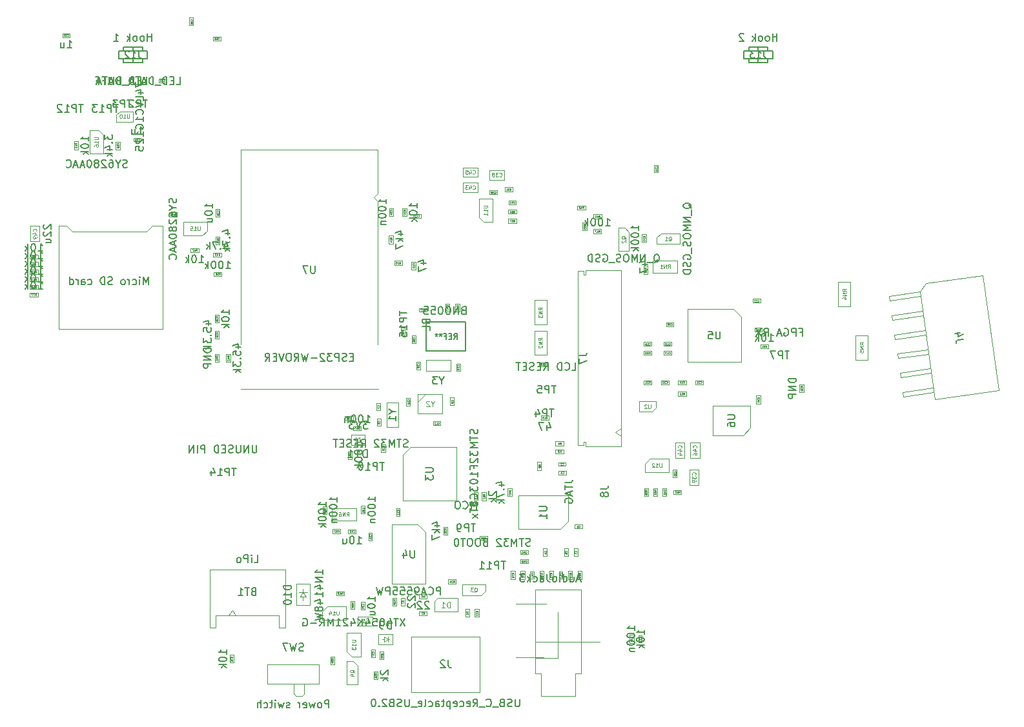
<source format=gbr>
G04 #@! TF.GenerationSoftware,KiCad,Pcbnew,5.1.10*
G04 #@! TF.CreationDate,2021-11-14T12:13:50+01:00*
G04 #@! TF.ProjectId,mch2021,6d636832-3032-4312-9e6b-696361645f70,3*
G04 #@! TF.SameCoordinates,Original*
G04 #@! TF.FileFunction,Other,Fab,Bot*
%FSLAX46Y46*%
G04 Gerber Fmt 4.6, Leading zero omitted, Abs format (unit mm)*
G04 Created by KiCad (PCBNEW 5.1.10) date 2021-11-14 12:13:50*
%MOMM*%
%LPD*%
G01*
G04 APERTURE LIST*
%ADD10C,0.150000*%
%ADD11C,0.100000*%
%ADD12C,0.120000*%
%ADD13C,0.152400*%
%ADD14C,0.135000*%
%ADD15C,0.040000*%
%ADD16C,0.075000*%
%ADD17C,0.105000*%
%ADD18C,0.080000*%
G04 APERTURE END LIST*
D10*
X42250000Y36500000D02*
X42250000Y36000000D01*
X42750000Y36500000D02*
X42250000Y36500000D01*
X42900000Y37500000D02*
X42900000Y36500000D01*
X42250000Y37500000D02*
X42750000Y37500000D01*
X42250000Y38000000D02*
X42250000Y37500000D01*
X39750000Y38000000D02*
X42250000Y38000000D01*
X39750000Y37500000D02*
X39750000Y38000000D01*
X39250000Y37500000D02*
X39750000Y37500000D01*
X39100000Y36500000D02*
X39100000Y37500000D01*
X39750000Y36500000D02*
X39250000Y36500000D01*
X39750000Y36000000D02*
X39750000Y36500000D01*
X42250000Y36000000D02*
X39750000Y36000000D01*
X42900000Y37500000D02*
X39100000Y37500000D01*
X39100000Y36500000D02*
X42900000Y36500000D01*
X41000000Y36000000D02*
X41000000Y36500000D01*
X41000000Y37500000D02*
X41000000Y38000000D01*
X-39750000Y36500000D02*
X-39750000Y36000000D01*
X-39250000Y36500000D02*
X-39750000Y36500000D01*
X-39100000Y37500000D02*
X-39100000Y36500000D01*
X-39750000Y37500000D02*
X-39250000Y37500000D01*
X-39750000Y38000000D02*
X-39750000Y37500000D01*
X-42250000Y38000000D02*
X-39750000Y38000000D01*
X-42250000Y37500000D02*
X-42250000Y38000000D01*
X-42750000Y37500000D02*
X-42250000Y37500000D01*
X-42900000Y36500000D02*
X-42900000Y37500000D01*
X-42250000Y36500000D02*
X-42750000Y36500000D01*
X-42250000Y36000000D02*
X-42250000Y36500000D01*
X-39750000Y36000000D02*
X-42250000Y36000000D01*
X-39100000Y37500000D02*
X-42900000Y37500000D01*
X-42900000Y36500000D02*
X-39100000Y36500000D01*
X-41000000Y36000000D02*
X-41000000Y36500000D01*
X-41000000Y37500000D02*
X-41000000Y38000000D01*
D11*
X-5870000Y130000D02*
X-5330000Y130000D01*
X-5330000Y130000D02*
X-5330000Y1180000D01*
X-5330000Y1180000D02*
X-5870000Y1180000D01*
X-5870000Y1180000D02*
X-5870000Y130000D01*
X-5330000Y-34275000D02*
X-5870000Y-34275000D01*
X-5870000Y-34275000D02*
X-5870000Y-35325000D01*
X-5870000Y-35325000D02*
X-5330000Y-35325000D01*
X-5330000Y-35325000D02*
X-5330000Y-34275000D01*
X-2435000Y-34371900D02*
X-2435000Y-33831900D01*
X-2435000Y-33831900D02*
X-3485000Y-33831900D01*
X-3485000Y-33831900D02*
X-3485000Y-34371900D01*
X-3485000Y-34371900D02*
X-2435000Y-34371900D01*
D12*
X-50736860Y14587140D02*
X-50736860Y987140D01*
X-50736860Y14587140D02*
X-49736860Y14587140D01*
X-49736860Y14587140D02*
X-48936860Y13787140D01*
X-48936860Y13787140D02*
X-39236860Y13787140D01*
X-39236860Y13787140D02*
X-38436860Y14587140D01*
X-38436860Y14587140D02*
X-37136860Y14587140D01*
X-37136860Y14587140D02*
X-37136860Y987140D01*
X-37136860Y987140D02*
X-50736860Y987140D01*
D11*
X-54525000Y5770000D02*
X-54525000Y5230000D01*
X-54525000Y5230000D02*
X-53475000Y5230000D01*
X-53475000Y5230000D02*
X-53475000Y5770000D01*
X-53475000Y5770000D02*
X-54525000Y5770000D01*
X-54525000Y6770000D02*
X-54525000Y6230000D01*
X-54525000Y6230000D02*
X-53475000Y6230000D01*
X-53475000Y6230000D02*
X-53475000Y6770000D01*
X-53475000Y6770000D02*
X-54525000Y6770000D01*
X-54525000Y7770000D02*
X-54525000Y7230000D01*
X-54525000Y7230000D02*
X-53475000Y7230000D01*
X-53475000Y7230000D02*
X-53475000Y7770000D01*
X-53475000Y7770000D02*
X-54525000Y7770000D01*
X-54525000Y8770000D02*
X-54525000Y8230000D01*
X-54525000Y8230000D02*
X-53475000Y8230000D01*
X-53475000Y8230000D02*
X-53475000Y8770000D01*
X-53475000Y8770000D02*
X-54525000Y8770000D01*
X-54525000Y9770000D02*
X-54525000Y9230000D01*
X-54525000Y9230000D02*
X-53475000Y9230000D01*
X-53475000Y9230000D02*
X-53475000Y9770000D01*
X-53475000Y9770000D02*
X-54525000Y9770000D01*
X-54525000Y10770000D02*
X-54525000Y10230000D01*
X-54525000Y10230000D02*
X-53475000Y10230000D01*
X-53475000Y10230000D02*
X-53475000Y10770000D01*
X-53475000Y10770000D02*
X-54525000Y10770000D01*
X-29510000Y38855000D02*
X-29510000Y39355000D01*
X-29510000Y39355000D02*
X-30510000Y39355000D01*
X-30510000Y39355000D02*
X-30510000Y38855000D01*
X-30510000Y38855000D02*
X-29510000Y38855000D01*
X70460920Y8027046D02*
X62994299Y6977681D01*
X62994299Y6977681D02*
X62168736Y5882123D01*
X62168736Y5882123D02*
X64154737Y-8249002D01*
X64154737Y-8249002D02*
X72581918Y-7064639D01*
X72581918Y-7064639D02*
X70460920Y8027046D01*
X58148248Y5317080D02*
X62168736Y5882123D01*
X62252240Y5287962D02*
X58231752Y4722920D01*
X58231752Y4722920D02*
X58148248Y5317080D01*
X58501748Y2801800D02*
X62522236Y3366842D01*
X62605740Y2772681D02*
X58585252Y2207639D01*
X58585252Y2207639D02*
X58501748Y2801800D01*
X58855247Y286519D02*
X62875736Y851561D01*
X62959240Y257401D02*
X58938751Y-307642D01*
X58938751Y-307642D02*
X58855247Y286519D01*
X59208747Y-2228762D02*
X63229235Y-1663719D01*
X63312739Y-2257880D02*
X59292251Y-2822923D01*
X59292251Y-2822923D02*
X59208747Y-2228762D01*
X59562247Y-4744043D02*
X63582735Y-4179000D01*
X63666239Y-4773161D02*
X59645751Y-5338204D01*
X59645751Y-5338204D02*
X59562247Y-4744043D01*
X59915746Y-7259324D02*
X63936235Y-6694281D01*
X64019739Y-7288442D02*
X59999250Y-7853485D01*
X59999250Y-7853485D02*
X59915746Y-7259324D01*
X-28306460Y-42800620D02*
X-27766460Y-42800620D01*
X-27766460Y-42800620D02*
X-27766460Y-41750620D01*
X-27766460Y-41750620D02*
X-28306460Y-41750620D01*
X-28306460Y-41750620D02*
X-28306460Y-42800620D01*
X24682460Y-39151140D02*
X24142460Y-39151140D01*
X24142460Y-39151140D02*
X24142460Y-40201140D01*
X24142460Y-40201140D02*
X24682460Y-40201140D01*
X24682460Y-40201140D02*
X24682460Y-39151140D01*
X25257200Y-40171060D02*
X25757200Y-40171060D01*
X25757200Y-40171060D02*
X25757200Y-39171060D01*
X25757200Y-39171060D02*
X25257200Y-39171060D01*
X25257200Y-39171060D02*
X25257200Y-40171060D01*
X-30950000Y-38200000D02*
X-30150000Y-38200000D01*
X-30150000Y-38200000D02*
X-30150000Y-36600000D01*
X-30150000Y-36600000D02*
X-21850000Y-36600000D01*
X-21850000Y-36600000D02*
X-21850000Y-38200000D01*
X-21850000Y-38200000D02*
X-21050000Y-38200000D01*
X-30950000Y-30600000D02*
X-21050000Y-30600000D01*
X-30950000Y-38200000D02*
X-30950000Y-30600000D01*
X-21050000Y-38200000D02*
X-21050000Y-30600000D01*
X-28500000Y-36600000D02*
X-28000000Y-35892893D01*
X-28000000Y-35892893D02*
X-27500000Y-36600000D01*
D12*
X11720000Y-35090000D02*
X9220000Y-35090000D01*
X11720000Y-42090000D02*
X9220000Y-42090000D01*
X16320000Y-40090000D02*
X20220000Y-40090000D01*
X14720000Y-42190000D02*
X14720000Y-36190000D01*
X16970000Y-44190000D02*
X17720000Y-44190000D01*
X16970000Y-47190000D02*
X16970000Y-44190000D01*
X16970000Y-47190000D02*
X14720000Y-47190000D01*
X17720000Y-33190000D02*
X17720000Y-44190000D01*
X11720000Y-33190000D02*
X17720000Y-33190000D01*
X11720000Y-35090000D02*
X11720000Y-33190000D01*
X13220000Y-35090000D02*
X11720000Y-35090000D01*
X11720000Y-35090000D02*
X13220000Y-35090000D01*
X11720000Y-40090000D02*
X11720000Y-35090000D01*
X11720000Y-40090000D02*
X16320000Y-40090000D01*
X11720000Y-42090000D02*
X11720000Y-40090000D01*
X12820000Y-42090000D02*
X11720000Y-42090000D01*
X11720000Y-42090000D02*
X12820000Y-42090000D01*
X11720000Y-42190000D02*
X11720000Y-42090000D01*
X14720000Y-42190000D02*
X11720000Y-42190000D01*
X11720000Y-42190000D02*
X14720000Y-42190000D01*
X11720000Y-44190000D02*
X11720000Y-42190000D01*
X12470000Y-44190000D02*
X11720000Y-44190000D01*
X12470000Y-47190000D02*
X12470000Y-44190000D01*
X14720000Y-47190000D02*
X12470000Y-47190000D01*
D11*
X-4470000Y-39350000D02*
X-4470000Y-46650000D01*
X4470000Y-46650000D02*
X-4470000Y-46650000D01*
X4470000Y-39350000D02*
X4470000Y-46650000D01*
X4470000Y-39350000D02*
X-4470000Y-39350000D01*
X-43197440Y28226320D02*
X-43197440Y29076320D01*
X-42697440Y29576320D02*
X-40997440Y29576320D01*
X-43197440Y28226320D02*
X-40997440Y28226320D01*
X-40997440Y28226320D02*
X-40997440Y29576320D01*
X-43197440Y29076320D02*
X-42697440Y29576320D01*
X-33609840Y40860020D02*
X-33109840Y40860020D01*
X-33109840Y40860020D02*
X-33109840Y41860020D01*
X-33109840Y41860020D02*
X-33609840Y41860020D01*
X-33609840Y41860020D02*
X-33609840Y40860020D01*
X-8878920Y17785000D02*
X-9378920Y18285000D01*
X-9378920Y18285000D02*
X-8878920Y18785000D01*
X-8878920Y17785000D02*
X-8878920Y-995000D01*
X-8878920Y24510000D02*
X-26878920Y24510000D01*
X-8878920Y24510000D02*
X-8878920Y18785000D01*
X-8858920Y-6835000D02*
X-26858920Y-6835000D01*
X-26878920Y-995000D02*
X-26878920Y24510000D01*
X-3632500Y-24675000D02*
X-7032500Y-24675000D01*
X-7032500Y-24675000D02*
X-7032500Y-32475000D01*
X-7032500Y-32475000D02*
X-2632500Y-32475000D01*
X-2632500Y-32475000D02*
X-2632500Y-25675000D01*
X-2632500Y-25675000D02*
X-3632500Y-24675000D01*
X-14330000Y-33440000D02*
X-14330000Y-33980000D01*
X-14330000Y-33980000D02*
X-13280000Y-33980000D01*
X-13280000Y-33980000D02*
X-13280000Y-33440000D01*
X-13280000Y-33440000D02*
X-14330000Y-33440000D01*
X-5610000Y-15480000D02*
X-5610000Y-21480000D01*
X-5610000Y-21480000D02*
X1390000Y-21480000D01*
X1390000Y-21480000D02*
X1390000Y-14480000D01*
X1390000Y-14480000D02*
X-4610000Y-14480000D01*
X-4610000Y-14480000D02*
X-5610000Y-15480000D01*
X10800000Y-28560000D02*
X10800000Y-28060000D01*
X10800000Y-28060000D02*
X9800000Y-28060000D01*
X9800000Y-28060000D02*
X9800000Y-28560000D01*
X9800000Y-28560000D02*
X10800000Y-28560000D01*
X10815060Y-29746200D02*
X10815060Y-29246200D01*
X10815060Y-29246200D02*
X9815060Y-29246200D01*
X9815060Y-29246200D02*
X9815060Y-29746200D01*
X9815060Y-29746200D02*
X10815060Y-29746200D01*
X12860000Y-30775000D02*
X12320000Y-30775000D01*
X12320000Y-30775000D02*
X12320000Y-31825000D01*
X12320000Y-31825000D02*
X12860000Y-31825000D01*
X12860000Y-31825000D02*
X12860000Y-30775000D01*
X14110000Y-30775000D02*
X13570000Y-30775000D01*
X13570000Y-30775000D02*
X13570000Y-31825000D01*
X13570000Y-31825000D02*
X14110000Y-31825000D01*
X14110000Y-31825000D02*
X14110000Y-30775000D01*
X10360000Y-30775000D02*
X9820000Y-30775000D01*
X9820000Y-30775000D02*
X9820000Y-31825000D01*
X9820000Y-31825000D02*
X10360000Y-31825000D01*
X10360000Y-31825000D02*
X10360000Y-30775000D01*
X16610000Y-30775000D02*
X16070000Y-30775000D01*
X16070000Y-30775000D02*
X16070000Y-31825000D01*
X16070000Y-31825000D02*
X16610000Y-31825000D01*
X16610000Y-31825000D02*
X16610000Y-30775000D01*
X9110000Y-30775000D02*
X8570000Y-30775000D01*
X8570000Y-30775000D02*
X8570000Y-31825000D01*
X8570000Y-31825000D02*
X9110000Y-31825000D01*
X9110000Y-31825000D02*
X9110000Y-30775000D01*
X17860000Y-30775000D02*
X17320000Y-30775000D01*
X17320000Y-30775000D02*
X17320000Y-31825000D01*
X17320000Y-31825000D02*
X17860000Y-31825000D01*
X17860000Y-31825000D02*
X17860000Y-30775000D01*
X15340000Y-30800000D02*
X14840000Y-30800000D01*
X14840000Y-30800000D02*
X14840000Y-31800000D01*
X14840000Y-31800000D02*
X15340000Y-31800000D01*
X15340000Y-31800000D02*
X15340000Y-30800000D01*
X11590000Y-30800000D02*
X11090000Y-30800000D01*
X11090000Y-30800000D02*
X11090000Y-31800000D01*
X11090000Y-31800000D02*
X11590000Y-31800000D01*
X11590000Y-31800000D02*
X11590000Y-30800000D01*
X-4650000Y-8040000D02*
X-5150000Y-8040000D01*
X-5150000Y-8040000D02*
X-5150000Y-9040000D01*
X-5150000Y-9040000D02*
X-4650000Y-9040000D01*
X-4650000Y-9040000D02*
X-4650000Y-8040000D01*
X30475000Y-5730000D02*
X30475000Y-6270000D01*
X30475000Y-6270000D02*
X31525000Y-6270000D01*
X31525000Y-6270000D02*
X31525000Y-5730000D01*
X31525000Y-5730000D02*
X30475000Y-5730000D01*
X33750000Y-6250000D02*
X33750000Y-5750000D01*
X33750000Y-5750000D02*
X32750000Y-5750000D01*
X32750000Y-5750000D02*
X32750000Y-6250000D01*
X32750000Y-6250000D02*
X33750000Y-6250000D01*
X30390900Y8371940D02*
X30390900Y9971940D01*
X30390900Y9971940D02*
X27190900Y9971940D01*
X27190900Y9971940D02*
X27190900Y8371940D01*
X27190900Y8371940D02*
X30390900Y8371940D01*
X-12300000Y-15040000D02*
X-12840000Y-15040000D01*
X-12840000Y-15040000D02*
X-12840000Y-16090000D01*
X-12840000Y-16090000D02*
X-12300000Y-16090000D01*
X-12300000Y-16090000D02*
X-12300000Y-15040000D01*
X17283000Y17199240D02*
X17283000Y16659240D01*
X17283000Y16659240D02*
X18333000Y16659240D01*
X18333000Y16659240D02*
X18333000Y17199240D01*
X18333000Y17199240D02*
X17283000Y17199240D01*
X1830000Y4335000D02*
X1290000Y4335000D01*
X1290000Y4335000D02*
X1290000Y3285000D01*
X1290000Y3285000D02*
X1830000Y3285000D01*
X1830000Y3285000D02*
X1830000Y4335000D01*
X480000Y4330000D02*
X-60000Y4330000D01*
X-60000Y4330000D02*
X-60000Y3280000D01*
X-60000Y3280000D02*
X480000Y3280000D01*
X480000Y3280000D02*
X480000Y4330000D01*
X20428500Y15508620D02*
X20428500Y16048620D01*
X20428500Y16048620D02*
X19378500Y16048620D01*
X19378500Y16048620D02*
X19378500Y15508620D01*
X19378500Y15508620D02*
X20428500Y15508620D01*
X12550000Y-16450000D02*
X12010000Y-16450000D01*
X12010000Y-16450000D02*
X12010000Y-17500000D01*
X12010000Y-17500000D02*
X12550000Y-17500000D01*
X12550000Y-17500000D02*
X12550000Y-16450000D01*
X-6970000Y-35325000D02*
X-6430000Y-35325000D01*
X-6430000Y-35325000D02*
X-6430000Y-34275000D01*
X-6430000Y-34275000D02*
X-6970000Y-34275000D01*
X-6970000Y-34275000D02*
X-6970000Y-35325000D01*
X1360000Y-32410000D02*
X1360000Y-31870000D01*
X1360000Y-31870000D02*
X310000Y-31870000D01*
X310000Y-31870000D02*
X310000Y-32410000D01*
X310000Y-32410000D02*
X1360000Y-32410000D01*
X-13200000Y-10410000D02*
X-13200000Y-10950000D01*
X-13200000Y-10950000D02*
X-12150000Y-10950000D01*
X-12150000Y-10950000D02*
X-12150000Y-10410000D01*
X-12150000Y-10410000D02*
X-13200000Y-10410000D01*
X4356860Y-35741120D02*
X3816860Y-35741120D01*
X3816860Y-35741120D02*
X3816860Y-36791120D01*
X3816860Y-36791120D02*
X4356860Y-36791120D01*
X4356860Y-36791120D02*
X4356860Y-35741120D01*
X-28240520Y-2276600D02*
X-28780520Y-2276600D01*
X-28780520Y-2276600D02*
X-28780520Y-3326600D01*
X-28780520Y-3326600D02*
X-28240520Y-3326600D01*
X-28240520Y-3326600D02*
X-28240520Y-2276600D01*
X-30280520Y-3326600D02*
X-29740520Y-3326600D01*
X-29740520Y-3326600D02*
X-29740520Y-2276600D01*
X-29740520Y-2276600D02*
X-30280520Y-2276600D01*
X-30280520Y-2276600D02*
X-30280520Y-3326600D01*
X-11930000Y-34690000D02*
X-12470000Y-34690000D01*
X-12470000Y-34690000D02*
X-12470000Y-35740000D01*
X-12470000Y-35740000D02*
X-11930000Y-35740000D01*
X-11930000Y-35740000D02*
X-11930000Y-34690000D01*
X-8110000Y-41320000D02*
X-8650000Y-41320000D01*
X-8650000Y-41320000D02*
X-8650000Y-42370000D01*
X-8650000Y-42370000D02*
X-8110000Y-42370000D01*
X-8110000Y-42370000D02*
X-8110000Y-41320000D01*
X-14590000Y-41980000D02*
X-15130000Y-41980000D01*
X-15130000Y-41980000D02*
X-15130000Y-43030000D01*
X-15130000Y-43030000D02*
X-14590000Y-43030000D01*
X-14590000Y-43030000D02*
X-14590000Y-41980000D01*
X-13790000Y-25820000D02*
X-13790000Y-25280000D01*
X-13790000Y-25280000D02*
X-14840000Y-25280000D01*
X-14840000Y-25280000D02*
X-14840000Y-25820000D01*
X-14840000Y-25820000D02*
X-13790000Y-25820000D01*
X-29610320Y13148800D02*
X-30150320Y13148800D01*
X-30150320Y13148800D02*
X-30150320Y12098800D01*
X-30150320Y12098800D02*
X-29610320Y12098800D01*
X-29610320Y12098800D02*
X-29610320Y13148800D01*
X-30460000Y11025000D02*
X-30460000Y10485000D01*
X-30460000Y10485000D02*
X-29410000Y10485000D01*
X-29410000Y10485000D02*
X-29410000Y11025000D01*
X-29410000Y11025000D02*
X-30460000Y11025000D01*
X15460000Y-14280000D02*
X15460000Y-13740000D01*
X15460000Y-13740000D02*
X14410000Y-13740000D01*
X14410000Y-13740000D02*
X14410000Y-14280000D01*
X14410000Y-14280000D02*
X15460000Y-14280000D01*
X8120000Y-20950000D02*
X8660000Y-20950000D01*
X8660000Y-20950000D02*
X8660000Y-19900000D01*
X8660000Y-19900000D02*
X8120000Y-19900000D01*
X8120000Y-19900000D02*
X8120000Y-20950000D01*
X-29730000Y2890000D02*
X-30270000Y2890000D01*
X-30270000Y2890000D02*
X-30270000Y1840000D01*
X-30270000Y1840000D02*
X-29730000Y1840000D01*
X-29730000Y1840000D02*
X-29730000Y2890000D01*
X-5124720Y16857200D02*
X-5664720Y16857200D01*
X-5664720Y16857200D02*
X-5664720Y15807200D01*
X-5664720Y15807200D02*
X-5124720Y15807200D01*
X-5124720Y15807200D02*
X-5124720Y16857200D01*
X-30279720Y-263400D02*
X-29739720Y-263400D01*
X-29739720Y-263400D02*
X-29739720Y786600D01*
X-29739720Y786600D02*
X-30279720Y786600D01*
X-30279720Y786600D02*
X-30279720Y-263400D01*
X-310000Y-26020000D02*
X230000Y-26020000D01*
X230000Y-26020000D02*
X230000Y-24970000D01*
X230000Y-24970000D02*
X-310000Y-24970000D01*
X-310000Y-24970000D02*
X-310000Y-26020000D01*
X-30410000Y8475000D02*
X-30410000Y7935000D01*
X-30410000Y7935000D02*
X-29360000Y7935000D01*
X-29360000Y7935000D02*
X-29360000Y8475000D01*
X-29360000Y8475000D02*
X-30410000Y8475000D01*
X-8460000Y-15170000D02*
X-7920000Y-15170000D01*
X-7920000Y-15170000D02*
X-7920000Y-14120000D01*
X-7920000Y-14120000D02*
X-8460000Y-14120000D01*
X-8460000Y-14120000D02*
X-8460000Y-15170000D01*
X5483140Y-26706180D02*
X5483140Y-26166180D01*
X5483140Y-26166180D02*
X4433140Y-26166180D01*
X4433140Y-26166180D02*
X4433140Y-26706180D01*
X4433140Y-26706180D02*
X5483140Y-26706180D01*
X41270000Y-7725000D02*
X40730000Y-7725000D01*
X40730000Y-7725000D02*
X40730000Y-8775000D01*
X40730000Y-8775000D02*
X41270000Y-8775000D01*
X41270000Y-8775000D02*
X41270000Y-7725000D01*
X-6917960Y13250400D02*
X-7457960Y13250400D01*
X-7457960Y13250400D02*
X-7457960Y12200400D01*
X-7457960Y12200400D02*
X-6917960Y12200400D01*
X-6917960Y12200400D02*
X-6917960Y13250400D01*
X46410000Y-7300000D02*
X46950000Y-7300000D01*
X46950000Y-7300000D02*
X46950000Y-6250000D01*
X46950000Y-6250000D02*
X46410000Y-6250000D01*
X46410000Y-6250000D02*
X46410000Y-7300000D01*
X41270000Y-1020000D02*
X41270000Y-1560000D01*
X41270000Y-1560000D02*
X42320000Y-1560000D01*
X42320000Y-1560000D02*
X42320000Y-1020000D01*
X42320000Y-1020000D02*
X41270000Y-1020000D01*
X25975000Y-1870000D02*
X25975000Y-2410000D01*
X25975000Y-2410000D02*
X27025000Y-2410000D01*
X27025000Y-2410000D02*
X27025000Y-1870000D01*
X27025000Y-1870000D02*
X25975000Y-1870000D01*
X17960000Y13950000D02*
X18500000Y13950000D01*
X18500000Y13950000D02*
X18500000Y15000000D01*
X18500000Y15000000D02*
X17960000Y15000000D01*
X17960000Y15000000D02*
X17960000Y13950000D01*
X25975000Y-5730000D02*
X25975000Y-6270000D01*
X25975000Y-6270000D02*
X27025000Y-6270000D01*
X27025000Y-6270000D02*
X27025000Y-5730000D01*
X27025000Y-5730000D02*
X25975000Y-5730000D01*
X25761520Y12402940D02*
X26301520Y12402940D01*
X26301520Y12402940D02*
X26301520Y13452940D01*
X26301520Y13452940D02*
X25761520Y13452940D01*
X25761520Y13452940D02*
X25761520Y12402940D01*
X12248520Y-3367280D02*
X12248520Y-3907280D01*
X12248520Y-3907280D02*
X13298520Y-3907280D01*
X13298520Y-3907280D02*
X13298520Y-3367280D01*
X13298520Y-3367280D02*
X12248520Y-3367280D01*
X-5695000Y9430000D02*
X-5695000Y9970000D01*
X-5695000Y9970000D02*
X-6745000Y9970000D01*
X-6745000Y9970000D02*
X-6745000Y9430000D01*
X-6745000Y9430000D02*
X-5695000Y9430000D01*
X19376040Y14097760D02*
X19376040Y13557760D01*
X19376040Y13557760D02*
X20426040Y13557760D01*
X20426040Y13557760D02*
X20426040Y14097760D01*
X20426040Y14097760D02*
X19376040Y14097760D01*
X26490420Y9282920D02*
X25950420Y9282920D01*
X25950420Y9282920D02*
X25950420Y8232920D01*
X25950420Y8232920D02*
X26490420Y8232920D01*
X26490420Y8232920D02*
X26490420Y9282920D01*
X13530000Y-10920000D02*
X13530000Y-10380000D01*
X13530000Y-10380000D02*
X12480000Y-10380000D01*
X12480000Y-10380000D02*
X12480000Y-10920000D01*
X12480000Y-10920000D02*
X13530000Y-10920000D01*
X-3930000Y9850000D02*
X-4470000Y9850000D01*
X-4470000Y9850000D02*
X-4470000Y8800000D01*
X-4470000Y8800000D02*
X-3930000Y8800000D01*
X-3930000Y8800000D02*
X-3930000Y9850000D01*
X30475000Y-7230000D02*
X30475000Y-7770000D01*
X30475000Y-7770000D02*
X31525000Y-7770000D01*
X31525000Y-7770000D02*
X31525000Y-7230000D01*
X31525000Y-7230000D02*
X30475000Y-7230000D01*
X29875000Y-20150000D02*
X29875000Y-20690000D01*
X29875000Y-20690000D02*
X30925000Y-20690000D01*
X30925000Y-20690000D02*
X30925000Y-20150000D01*
X30925000Y-20150000D02*
X29875000Y-20150000D01*
X15460000Y-15350000D02*
X15460000Y-14810000D01*
X15460000Y-14810000D02*
X14410000Y-14810000D01*
X14410000Y-14810000D02*
X14410000Y-15350000D01*
X14410000Y-15350000D02*
X15460000Y-15350000D01*
X7740000Y19600000D02*
X7740000Y19060000D01*
X7740000Y19060000D02*
X8790000Y19060000D01*
X8790000Y19060000D02*
X8790000Y19600000D01*
X8790000Y19600000D02*
X7740000Y19600000D01*
X-43251360Y24548540D02*
X-42711360Y24548540D01*
X-42711360Y24548540D02*
X-42711360Y25598540D01*
X-42711360Y25598540D02*
X-43251360Y25598540D01*
X-43251360Y25598540D02*
X-43251360Y24548540D01*
X-32398060Y11059700D02*
X-32398060Y11599700D01*
X-32398060Y11599700D02*
X-33448060Y11599700D01*
X-33448060Y11599700D02*
X-33448060Y11059700D01*
X-33448060Y11059700D02*
X-32398060Y11059700D01*
X-48172360Y25618720D02*
X-48712360Y25618720D01*
X-48712360Y25618720D02*
X-48712360Y24568720D01*
X-48712360Y24568720D02*
X-48172360Y24568720D01*
X-48172360Y24568720D02*
X-48172360Y25618720D01*
X-36285000Y16300000D02*
X-36285000Y15760000D01*
X-36285000Y15760000D02*
X-35235000Y15760000D01*
X-35235000Y15760000D02*
X-35235000Y16300000D01*
X-35235000Y16300000D02*
X-36285000Y16300000D01*
X5280000Y-20440000D02*
X4740000Y-20440000D01*
X4740000Y-20440000D02*
X4740000Y-21490000D01*
X4740000Y-21490000D02*
X5280000Y-21490000D01*
X5280000Y-21490000D02*
X5280000Y-20440000D01*
X27237200Y-20930360D02*
X27777200Y-20930360D01*
X27777200Y-20930360D02*
X27777200Y-19880360D01*
X27777200Y-19880360D02*
X27237200Y-19880360D01*
X27237200Y-19880360D02*
X27237200Y-20930360D01*
X9272980Y16120100D02*
X9272980Y16660100D01*
X9272980Y16660100D02*
X8222980Y16660100D01*
X8222980Y16660100D02*
X8222980Y16120100D01*
X8222980Y16120100D02*
X9272980Y16120100D01*
X26577200Y-19880360D02*
X26037200Y-19880360D01*
X26037200Y-19880360D02*
X26037200Y-20930360D01*
X26037200Y-20930360D02*
X26577200Y-20930360D01*
X26577200Y-20930360D02*
X26577200Y-19880360D01*
X8222980Y15460100D02*
X8222980Y14920100D01*
X8222980Y14920100D02*
X9272980Y14920100D01*
X9272980Y14920100D02*
X9272980Y15460100D01*
X9272980Y15460100D02*
X8222980Y15460100D01*
X-8900000Y-43935000D02*
X-9440000Y-43935000D01*
X-9440000Y-43935000D02*
X-9440000Y-44985000D01*
X-9440000Y-44985000D02*
X-8900000Y-44985000D01*
X-8900000Y-44985000D02*
X-8900000Y-43935000D01*
X-3485000Y-36040000D02*
X-3485000Y-36580000D01*
X-3485000Y-36580000D02*
X-2435000Y-36580000D01*
X-2435000Y-36580000D02*
X-2435000Y-36040000D01*
X-2435000Y-36040000D02*
X-3485000Y-36040000D01*
X3119880Y-35738580D02*
X2579880Y-35738580D01*
X2579880Y-35738580D02*
X2579880Y-36788580D01*
X2579880Y-36788580D02*
X3119880Y-36788580D01*
X3119880Y-36788580D02*
X3119880Y-35738580D01*
X1420000Y-4530000D02*
X1920000Y-4530000D01*
X1920000Y-4530000D02*
X1920000Y-3530000D01*
X1920000Y-3530000D02*
X1420000Y-3530000D01*
X1420000Y-3530000D02*
X1420000Y-4530000D01*
X-3840000Y-4295000D02*
X-3340000Y-4295000D01*
X-3340000Y-4295000D02*
X-3340000Y-3295000D01*
X-3340000Y-3295000D02*
X-3840000Y-3295000D01*
X-3840000Y-3295000D02*
X-3840000Y-4295000D01*
X-30130320Y15756000D02*
X-29630320Y15756000D01*
X-29630320Y15756000D02*
X-29630320Y16756000D01*
X-29630320Y16756000D02*
X-30130320Y16756000D01*
X-30130320Y16756000D02*
X-30130320Y15756000D01*
X600000Y-9005000D02*
X1100000Y-9005000D01*
X1100000Y-9005000D02*
X1100000Y-8005000D01*
X1100000Y-8005000D02*
X600000Y-8005000D01*
X600000Y-8005000D02*
X600000Y-9005000D01*
X29600000Y-2390000D02*
X29600000Y-1890000D01*
X29600000Y-1890000D02*
X28600000Y-1890000D01*
X28600000Y-1890000D02*
X28600000Y-2390000D01*
X28600000Y-2390000D02*
X29600000Y-2390000D01*
X29825000Y-18460000D02*
X30325000Y-18460000D01*
X30325000Y-18460000D02*
X30325000Y-17460000D01*
X30325000Y-17460000D02*
X29825000Y-17460000D01*
X29825000Y-17460000D02*
X29825000Y-18460000D01*
X6747980Y18680000D02*
X6747980Y19180000D01*
X6747980Y19180000D02*
X5747980Y19180000D01*
X5747980Y19180000D02*
X5747980Y18680000D01*
X5747980Y18680000D02*
X6747980Y18680000D01*
X-49268240Y39283760D02*
X-49268240Y39783760D01*
X-49268240Y39783760D02*
X-50268240Y39783760D01*
X-50268240Y39783760D02*
X-50268240Y39283760D01*
X-50268240Y39283760D02*
X-49268240Y39283760D01*
X-36626660Y33360480D02*
X-36626660Y33860480D01*
X-36626660Y33860480D02*
X-37626660Y33860480D01*
X-37626660Y33860480D02*
X-37626660Y33360480D01*
X-37626660Y33360480D02*
X-36626660Y33360480D01*
X-40941360Y26103600D02*
X-40941360Y25603600D01*
X-40941360Y25603600D02*
X-39941360Y25603600D01*
X-39941360Y25603600D02*
X-39941360Y26103600D01*
X-39941360Y26103600D02*
X-40941360Y26103600D01*
X-9010000Y-11735000D02*
X-8510000Y-11735000D01*
X-8510000Y-11735000D02*
X-8510000Y-10735000D01*
X-8510000Y-10735000D02*
X-9010000Y-10735000D01*
X-9010000Y-10735000D02*
X-9010000Y-11735000D01*
X-11775000Y-25810000D02*
X-11775000Y-25310000D01*
X-11775000Y-25310000D02*
X-12775000Y-25310000D01*
X-12775000Y-25310000D02*
X-12775000Y-25810000D01*
X-12775000Y-25810000D02*
X-11775000Y-25810000D01*
X28457200Y-20905360D02*
X28957200Y-20905360D01*
X28957200Y-20905360D02*
X28957200Y-19905360D01*
X28957200Y-19905360D02*
X28457200Y-19905360D01*
X28457200Y-19905360D02*
X28457200Y-20905360D01*
X9247980Y17340100D02*
X9247980Y17840100D01*
X9247980Y17840100D02*
X8247980Y17840100D01*
X8247980Y17840100D02*
X8247980Y17340100D01*
X8247980Y17340100D02*
X9247980Y17340100D01*
X-10630000Y-34845000D02*
X-11130000Y-34845000D01*
X-11130000Y-34845000D02*
X-11130000Y-35845000D01*
X-11130000Y-35845000D02*
X-10630000Y-35845000D01*
X-10630000Y-35845000D02*
X-10630000Y-34845000D01*
X-8540000Y-8695000D02*
X-9040000Y-8695000D01*
X-9040000Y-8695000D02*
X-9040000Y-9695000D01*
X-9040000Y-9695000D02*
X-8540000Y-9695000D01*
X-8540000Y-9695000D02*
X-8540000Y-8695000D01*
X27870000Y22540000D02*
X27370000Y22540000D01*
X27370000Y22540000D02*
X27370000Y21540000D01*
X27370000Y21540000D02*
X27870000Y21540000D01*
X27870000Y21540000D02*
X27870000Y22540000D01*
X-2500000Y3250000D02*
X-2500000Y3750000D01*
X-2500000Y3750000D02*
X-3500000Y3750000D01*
X-3500000Y3750000D02*
X-3500000Y3250000D01*
X-3500000Y3250000D02*
X-2500000Y3250000D01*
X-10580000Y-22225000D02*
X-11080000Y-22225000D01*
X-11080000Y-22225000D02*
X-11080000Y-23225000D01*
X-11080000Y-23225000D02*
X-10580000Y-23225000D01*
X-10580000Y-23225000D02*
X-10580000Y-22225000D01*
X-15620000Y-22285000D02*
X-16120000Y-22285000D01*
X-16120000Y-22285000D02*
X-16120000Y-23285000D01*
X-16120000Y-23285000D02*
X-15620000Y-23285000D01*
X-15620000Y-23285000D02*
X-15620000Y-22285000D01*
X-7371920Y15857600D02*
X-6871920Y15857600D01*
X-6871920Y15857600D02*
X-6871920Y16857600D01*
X-6871920Y16857600D02*
X-7371920Y16857600D01*
X-7371920Y16857600D02*
X-7371920Y15857600D01*
X-9630000Y-25730000D02*
X-10130000Y-25730000D01*
X-10130000Y-25730000D02*
X-10130000Y-26730000D01*
X-10130000Y-26730000D02*
X-9630000Y-26730000D01*
X-9630000Y-26730000D02*
X-9630000Y-25730000D01*
X3690000Y-21455000D02*
X4190000Y-21455000D01*
X4190000Y-21455000D02*
X4190000Y-20455000D01*
X4190000Y-20455000D02*
X3690000Y-20455000D01*
X3690000Y-20455000D02*
X3690000Y-21455000D01*
X-655000Y-11630000D02*
X-655000Y-11130000D01*
X-655000Y-11130000D02*
X-1655000Y-11130000D01*
X-1655000Y-11130000D02*
X-1655000Y-11630000D01*
X-1655000Y-11630000D02*
X-655000Y-11630000D01*
X-5990000Y-22550000D02*
X-6490000Y-22550000D01*
X-6490000Y-22550000D02*
X-6490000Y-23550000D01*
X-6490000Y-23550000D02*
X-5990000Y-23550000D01*
X-5990000Y-23550000D02*
X-5990000Y-22550000D01*
X40271400Y4954080D02*
X40271400Y4454080D01*
X40271400Y4454080D02*
X41271400Y4454080D01*
X41271400Y4454080D02*
X41271400Y4954080D01*
X41271400Y4954080D02*
X40271400Y4954080D01*
X29250000Y-6250000D02*
X29250000Y-5750000D01*
X29250000Y-5750000D02*
X28250000Y-5750000D01*
X28250000Y-5750000D02*
X28250000Y-6250000D01*
X28250000Y-6250000D02*
X29250000Y-6250000D01*
X29908120Y1350200D02*
X29908120Y1850200D01*
X29908120Y1850200D02*
X28908120Y1850200D01*
X28908120Y1850200D02*
X28908120Y1350200D01*
X28908120Y1350200D02*
X29908120Y1350200D01*
X26000000Y-725000D02*
X26000000Y-1225000D01*
X26000000Y-1225000D02*
X27000000Y-1225000D01*
X27000000Y-1225000D02*
X27000000Y-725000D01*
X27000000Y-725000D02*
X26000000Y-725000D01*
X-3918140Y137820D02*
X-4418140Y137820D01*
X-4418140Y137820D02*
X-4418140Y-862180D01*
X-4418140Y-862180D02*
X-3918140Y-862180D01*
X-3918140Y-862180D02*
X-3918140Y137820D01*
X29600000Y-1225000D02*
X29600000Y-725000D01*
X29600000Y-725000D02*
X28600000Y-725000D01*
X28600000Y-725000D02*
X28600000Y-1225000D01*
X28600000Y-1225000D02*
X29600000Y-1225000D01*
X40500000Y1153440D02*
X40500000Y653440D01*
X40500000Y653440D02*
X41500000Y653440D01*
X41500000Y653440D02*
X41500000Y1153440D01*
X41500000Y1153440D02*
X40500000Y1153440D01*
X-4265000Y16090000D02*
X-4265000Y15590000D01*
X-4265000Y15590000D02*
X-3265000Y15590000D01*
X-3265000Y15590000D02*
X-3265000Y16090000D01*
X-3265000Y16090000D02*
X-4265000Y16090000D01*
X-9760000Y-42110000D02*
X-9260000Y-42110000D01*
X-9260000Y-42110000D02*
X-9260000Y-41110000D01*
X-9260000Y-41110000D02*
X-9760000Y-41110000D01*
X-9760000Y-41110000D02*
X-9760000Y-42110000D01*
X-12085000Y-11760000D02*
X-12085000Y-12260000D01*
X-12085000Y-12260000D02*
X-11085000Y-12260000D01*
X-11085000Y-12260000D02*
X-11085000Y-11760000D01*
X-11085000Y-11760000D02*
X-12085000Y-11760000D01*
X22971040Y-2824560D02*
X22971040Y-14374560D01*
X22971040Y-14374560D02*
X18371040Y-14374560D01*
X18371040Y-14374560D02*
X18371040Y-13774560D01*
X18371040Y-13774560D02*
X18071040Y-13774560D01*
X18071040Y-13774560D02*
X18071040Y-14274560D01*
X18071040Y-14274560D02*
X17371040Y-14274560D01*
X17371040Y-14274560D02*
X17371040Y-2824560D01*
X22971040Y-2824560D02*
X22971040Y8725440D01*
X22971040Y8725440D02*
X18371040Y8725440D01*
X18371040Y8725440D02*
X18371040Y8125440D01*
X18371040Y8125440D02*
X18071040Y8125440D01*
X18071040Y8125440D02*
X18071040Y8625440D01*
X18071040Y8625440D02*
X17371040Y8625440D01*
X17371040Y8625440D02*
X17371040Y-2824560D01*
X22971040Y-13074560D02*
X22263933Y-12574560D01*
X22263933Y-12574560D02*
X22971040Y-12074560D01*
X39950000Y-11975000D02*
X39950000Y-9050000D01*
X39950000Y-9050000D02*
X35050000Y-9050000D01*
X35050000Y-9050000D02*
X35050000Y-12950000D01*
X35050000Y-12950000D02*
X38975000Y-12950000D01*
X38975000Y-12950000D02*
X39950000Y-11975000D01*
X-3620000Y-10080000D02*
X-3620000Y-7580000D01*
X-3620000Y-7580000D02*
X-420000Y-7580000D01*
X-420000Y-7580000D02*
X-420000Y-10080000D01*
X-420000Y-10080000D02*
X-3620000Y-10080000D01*
X-3620000Y-8580000D02*
X-2620000Y-7580000D01*
X-44862360Y26463880D02*
X-45512360Y27113880D01*
X-46662360Y27113880D02*
X-45512360Y27113880D01*
X-44862360Y26463880D02*
X-44862360Y24013880D01*
X-46662360Y24013880D02*
X-44862360Y24013880D01*
X-46662360Y27113880D02*
X-46662360Y24013880D01*
X-1064440Y-34324320D02*
X1560560Y-34324320D01*
X-1489440Y-34749320D02*
X-1489440Y-36074320D01*
X-1489440Y-34749320D02*
X-1064440Y-34324320D01*
X1560560Y-36074320D02*
X1560560Y-34324320D01*
X-1489440Y-36074320D02*
X1560560Y-36074320D01*
X7712500Y20605000D02*
X7712500Y21855000D01*
X7712500Y21855000D02*
X5712500Y21855000D01*
X5712500Y21855000D02*
X5712500Y20605000D01*
X5712500Y20605000D02*
X7712500Y20605000D01*
X-18600000Y-45650000D02*
X-18600000Y-46950000D01*
X-18600000Y-46950000D02*
X-18800000Y-47150000D01*
X-18800000Y-47150000D02*
X-19650000Y-47150000D01*
X-19650000Y-47150000D02*
X-19850000Y-46950000D01*
X-19850000Y-46950000D02*
X-19900000Y-46900000D01*
X-19900000Y-46900000D02*
X-19900000Y-45600000D01*
X-16650000Y-43000000D02*
X-16650000Y-45600000D01*
X-16650000Y-45600000D02*
X-23350000Y-45600000D01*
X-23350000Y-45600000D02*
X-23350000Y-43000000D01*
X-23350000Y-43000000D02*
X-16650000Y-43000000D01*
X33332200Y-13905360D02*
X32082200Y-13905360D01*
X32082200Y-13905360D02*
X32082200Y-15905360D01*
X32082200Y-15905360D02*
X33332200Y-15905360D01*
X33332200Y-15905360D02*
X33332200Y-13905360D01*
X31950000Y-19457500D02*
X33200000Y-19457500D01*
X33200000Y-19457500D02*
X33200000Y-17457500D01*
X33200000Y-17457500D02*
X31950000Y-17457500D01*
X31950000Y-17457500D02*
X31950000Y-19457500D01*
X-11740000Y-24140000D02*
X-11740000Y-22540000D01*
X-11740000Y-22540000D02*
X-14940000Y-22540000D01*
X-14940000Y-22540000D02*
X-14940000Y-24140000D01*
X-14940000Y-24140000D02*
X-11740000Y-24140000D01*
X2247980Y20215100D02*
X2247980Y18965100D01*
X2247980Y18965100D02*
X4247980Y18965100D01*
X4247980Y18965100D02*
X4247980Y20215100D01*
X4247980Y20215100D02*
X2247980Y20215100D01*
X26807200Y-16005360D02*
X26157200Y-16655360D01*
X26157200Y-17805360D02*
X26157200Y-16655360D01*
X26807200Y-16005360D02*
X29257200Y-16005360D01*
X29257200Y-17805360D02*
X29257200Y-16005360D01*
X26157200Y-17805360D02*
X29257200Y-17805360D01*
X-12950000Y-41320000D02*
X-12300000Y-41970000D01*
X-11150000Y-41970000D02*
X-12300000Y-41970000D01*
X-12950000Y-41320000D02*
X-12950000Y-38870000D01*
X-11150000Y-38870000D02*
X-12950000Y-38870000D01*
X-11150000Y-41970000D02*
X-11150000Y-38870000D01*
X31332200Y-13905360D02*
X30082200Y-13905360D01*
X30082200Y-13905360D02*
X30082200Y-15905360D01*
X30082200Y-15905360D02*
X31332200Y-15905360D01*
X31332200Y-15905360D02*
X31332200Y-13905360D01*
X2247980Y22215100D02*
X2247980Y20965100D01*
X2247980Y20965100D02*
X4247980Y20965100D01*
X4247980Y20965100D02*
X4247980Y22215100D01*
X4247980Y22215100D02*
X2247980Y22215100D01*
X-2580000Y-4520000D02*
X-2580000Y-3020000D01*
X620000Y-4520000D02*
X620000Y-3020000D01*
X-2580000Y-4520000D02*
X620000Y-4520000D01*
X-2580000Y-3020000D02*
X620000Y-3020000D01*
X-7710000Y-8670000D02*
X-6210000Y-8670000D01*
X-7710000Y-11870000D02*
X-6210000Y-11870000D01*
X-7710000Y-8670000D02*
X-7710000Y-11870000D01*
X-6210000Y-8670000D02*
X-6210000Y-11870000D01*
X-11547500Y-36720000D02*
X-11547500Y-37920000D01*
X-11547500Y-37920000D02*
X-9547500Y-37920000D01*
X-9547500Y-37920000D02*
X-9547500Y-36720000D01*
X-9547500Y-36720000D02*
X-11547500Y-36720000D01*
X-11310000Y-13560000D02*
X-11060000Y-13560000D01*
X-11310000Y-13210000D02*
X-11810000Y-13560000D01*
X-11310000Y-13910000D02*
X-11310000Y-13210000D01*
X-11810000Y-13560000D02*
X-11310000Y-13910000D01*
X-11810000Y-13560000D02*
X-12010000Y-13560000D01*
X-11810000Y-13910000D02*
X-11810000Y-13210000D01*
X-12410000Y-12860000D02*
X-12410000Y-14260000D01*
X-10610000Y-12860000D02*
X-12410000Y-12860000D01*
X-10610000Y-14260000D02*
X-10610000Y-12860000D01*
X-12410000Y-14260000D02*
X-10610000Y-14260000D01*
X-31946860Y13261800D02*
X-31296860Y13911800D01*
X-31296860Y15061800D02*
X-31296860Y13911800D01*
X-31946860Y13261800D02*
X-34396860Y13261800D01*
X-34396860Y15061800D02*
X-34396860Y13261800D01*
X-31296860Y15061800D02*
X-34396860Y15061800D01*
X16930000Y-24670000D02*
X16930000Y-25170000D01*
X16930000Y-25170000D02*
X17930000Y-25170000D01*
X17930000Y-25170000D02*
X17930000Y-24670000D01*
X17930000Y-24670000D02*
X16930000Y-24670000D01*
X14765000Y-16480000D02*
X14765000Y-16980000D01*
X14765000Y-16980000D02*
X15765000Y-16980000D01*
X15765000Y-16980000D02*
X15765000Y-16480000D01*
X15765000Y-16480000D02*
X14765000Y-16480000D01*
X14785000Y-17600000D02*
X14785000Y-18100000D01*
X14785000Y-18100000D02*
X15785000Y-18100000D01*
X15785000Y-18100000D02*
X15785000Y-17600000D01*
X15785000Y-17600000D02*
X14785000Y-17600000D01*
X53098660Y7190680D02*
X51498660Y7190680D01*
X51498660Y7190680D02*
X51498660Y3990680D01*
X51498660Y3990680D02*
X53098660Y3990680D01*
X53098660Y3990680D02*
X53098660Y7190680D01*
X-53243320Y14512800D02*
X-54493320Y14512800D01*
X-54493320Y14512800D02*
X-54493320Y12512800D01*
X-54493320Y12512800D02*
X-53243320Y12512800D01*
X-53243320Y12512800D02*
X-53243320Y14512800D01*
X4660000Y-33940000D02*
X2210000Y-33940000D01*
X5230000Y-33390000D02*
X5230000Y-32540000D01*
X4660000Y-33940000D02*
X5230000Y-33390000D01*
X5230000Y-32540000D02*
X2190000Y-32540000D01*
X2190000Y-33940000D02*
X2190000Y-32540000D01*
X13300000Y-27810000D02*
X12800000Y-27810000D01*
X12800000Y-27810000D02*
X12800000Y-28810000D01*
X12800000Y-28810000D02*
X13300000Y-28810000D01*
X13300000Y-28810000D02*
X13300000Y-27810000D01*
D13*
X-2600000Y-1900000D02*
X2600000Y-1900000D01*
X2600000Y-1900000D02*
X2600000Y1900000D01*
X-2600000Y1900000D02*
X2600000Y1900000D01*
X-2600000Y-1900000D02*
X-2600000Y1900000D01*
D11*
X-18691340Y-34122240D02*
X-18691340Y-34622240D01*
X-18291340Y-34122240D02*
X-18691340Y-33522240D01*
X-19091340Y-34122240D02*
X-18291340Y-34122240D01*
X-18691340Y-33522240D02*
X-19091340Y-34122240D01*
X-18691340Y-33522240D02*
X-18141340Y-33522240D01*
X-18691340Y-33522240D02*
X-19241340Y-33522240D01*
X-18691340Y-33122240D02*
X-18691340Y-33522240D01*
X-17791340Y-32472240D02*
X-19591340Y-32472240D01*
X-17791340Y-35272240D02*
X-17791340Y-32472240D01*
X-19591340Y-35272240D02*
X-17791340Y-35272240D01*
X-19591340Y-32472240D02*
X-19591340Y-35272240D01*
X-15540000Y-35410000D02*
X-16190000Y-36060000D01*
X-16190000Y-37210000D02*
X-16190000Y-36060000D01*
X-15540000Y-35410000D02*
X-13090000Y-35410000D01*
X-13090000Y-37210000D02*
X-13090000Y-35410000D01*
X-16190000Y-37210000D02*
X-13090000Y-37210000D01*
X37741040Y3653440D02*
X31741040Y3653440D01*
X31741040Y3653440D02*
X31741040Y-3346560D01*
X31741040Y-3346560D02*
X38741040Y-3346560D01*
X38741040Y-3346560D02*
X38741040Y2653440D01*
X38741040Y2653440D02*
X37741040Y3653440D01*
X11658700Y1577540D02*
X13258700Y1577540D01*
X13258700Y1577540D02*
X13258700Y4777540D01*
X13258700Y4777540D02*
X11658700Y4777540D01*
X11658700Y4777540D02*
X11658700Y1577540D01*
X28240900Y13549860D02*
X30690900Y13549860D01*
X27670900Y12999860D02*
X27670900Y12149860D01*
X28240900Y13549860D02*
X27670900Y12999860D01*
X27670900Y12149860D02*
X30710900Y12149860D01*
X30710900Y13549860D02*
X30710900Y12149860D01*
X16050000Y-27810000D02*
X15550000Y-27810000D01*
X15550000Y-27810000D02*
X15550000Y-28810000D01*
X15550000Y-28810000D02*
X16050000Y-28810000D01*
X16050000Y-28810000D02*
X16050000Y-27810000D01*
X27585800Y-8514720D02*
X27585800Y-9364720D01*
X27085800Y-9864720D02*
X25385800Y-9864720D01*
X27585800Y-8514720D02*
X25385800Y-8514720D01*
X25385800Y-8514720D02*
X25385800Y-9864720D01*
X27585800Y-9364720D02*
X27085800Y-9864720D01*
X-11550000Y-43200000D02*
X-11550000Y-45650000D01*
X-12100000Y-42630000D02*
X-12950000Y-42630000D01*
X-11550000Y-43200000D02*
X-12100000Y-42630000D01*
X-12950000Y-42630000D02*
X-12950000Y-45670000D01*
X-11550000Y-45670000D02*
X-12950000Y-45670000D01*
X17300000Y-27810000D02*
X16800000Y-27810000D01*
X16800000Y-27810000D02*
X16800000Y-28810000D01*
X16800000Y-28810000D02*
X17300000Y-28810000D01*
X17300000Y-28810000D02*
X17300000Y-27810000D01*
X24036300Y13713500D02*
X24036300Y11263500D01*
X23486300Y14283500D02*
X22636300Y14283500D01*
X24036300Y13713500D02*
X23486300Y14283500D01*
X22636300Y14283500D02*
X22636300Y11243500D01*
X24036300Y11243500D02*
X22636300Y11243500D01*
X55370000Y170000D02*
X53770000Y170000D01*
X53770000Y170000D02*
X53770000Y-3030000D01*
X53770000Y-3030000D02*
X55370000Y-3030000D01*
X55370000Y-3030000D02*
X55370000Y170000D01*
X-8090000Y-39720000D02*
X-8340000Y-39720000D01*
X-8090000Y-40070000D02*
X-7590000Y-39720000D01*
X-8090000Y-39370000D02*
X-8090000Y-40070000D01*
X-7590000Y-39720000D02*
X-8090000Y-39370000D01*
X-7590000Y-39720000D02*
X-7390000Y-39720000D01*
X-7590000Y-39370000D02*
X-7590000Y-40070000D01*
X-6990000Y-40420000D02*
X-6990000Y-39020000D01*
X-8790000Y-40420000D02*
X-6990000Y-40420000D01*
X-8790000Y-39020000D02*
X-8790000Y-40420000D01*
X-6990000Y-39020000D02*
X-8790000Y-39020000D01*
X16050000Y-24260000D02*
X16050000Y-20860000D01*
X16050000Y-20860000D02*
X9550000Y-20860000D01*
X9550000Y-20860000D02*
X9550000Y-25260000D01*
X9550000Y-25260000D02*
X15050000Y-25260000D01*
X15050000Y-25260000D02*
X16050000Y-24260000D01*
X11658700Y-2416460D02*
X13258700Y-2416460D01*
X13258700Y-2416460D02*
X13258700Y783540D01*
X13258700Y783540D02*
X11658700Y783540D01*
X11658700Y783540D02*
X11658700Y-2416460D01*
X4347980Y15690100D02*
X4997980Y15040100D01*
X6147980Y15040100D02*
X4997980Y15040100D01*
X4347980Y15690100D02*
X4347980Y18140100D01*
X6147980Y18140100D02*
X4347980Y18140100D01*
X6147980Y15040100D02*
X6147980Y18140100D01*
D10*
X43452380Y38797619D02*
X43452380Y39797619D01*
X43452380Y39321428D02*
X42880952Y39321428D01*
X42880952Y38797619D02*
X42880952Y39797619D01*
X42261904Y38797619D02*
X42357142Y38845238D01*
X42404761Y38892857D01*
X42452380Y38988095D01*
X42452380Y39273809D01*
X42404761Y39369047D01*
X42357142Y39416666D01*
X42261904Y39464285D01*
X42119047Y39464285D01*
X42023809Y39416666D01*
X41976190Y39369047D01*
X41928571Y39273809D01*
X41928571Y38988095D01*
X41976190Y38892857D01*
X42023809Y38845238D01*
X42119047Y38797619D01*
X42261904Y38797619D01*
X41357142Y38797619D02*
X41452380Y38845238D01*
X41500000Y38892857D01*
X41547619Y38988095D01*
X41547619Y39273809D01*
X41500000Y39369047D01*
X41452380Y39416666D01*
X41357142Y39464285D01*
X41214285Y39464285D01*
X41119047Y39416666D01*
X41071428Y39369047D01*
X41023809Y39273809D01*
X41023809Y38988095D01*
X41071428Y38892857D01*
X41119047Y38845238D01*
X41214285Y38797619D01*
X41357142Y38797619D01*
X40595238Y38797619D02*
X40595238Y39797619D01*
X40499999Y39178571D02*
X40214285Y38797619D01*
X40214285Y39464285D02*
X40595238Y39083333D01*
X39071428Y39702380D02*
X39023809Y39750000D01*
X38928571Y39797619D01*
X38690476Y39797619D01*
X38595238Y39750000D01*
X38547619Y39702380D01*
X38499999Y39607142D01*
X38499999Y39511904D01*
X38547619Y39369047D01*
X39119047Y38797619D01*
X38499999Y38797619D01*
D14*
X41728571Y37492857D02*
X41728571Y36850000D01*
X41771428Y36721428D01*
X41857142Y36635714D01*
X41985714Y36592857D01*
X42071428Y36592857D01*
X40828571Y36592857D02*
X41342857Y36592857D01*
X41085714Y36592857D02*
X41085714Y37492857D01*
X41171428Y37364285D01*
X41257142Y37278571D01*
X41342857Y37235714D01*
X40528571Y37492857D02*
X39971428Y37492857D01*
X40271428Y37150000D01*
X40142857Y37150000D01*
X40057142Y37107142D01*
X40014285Y37064285D01*
X39971428Y36978571D01*
X39971428Y36764285D01*
X40014285Y36678571D01*
X40057142Y36635714D01*
X40142857Y36592857D01*
X40400000Y36592857D01*
X40485714Y36635714D01*
X40528571Y36678571D01*
D10*
X-38547619Y38797619D02*
X-38547619Y39797619D01*
X-38547619Y39321428D02*
X-39119047Y39321428D01*
X-39119047Y38797619D02*
X-39119047Y39797619D01*
X-39738095Y38797619D02*
X-39642857Y38845238D01*
X-39595238Y38892857D01*
X-39547619Y38988095D01*
X-39547619Y39273809D01*
X-39595238Y39369047D01*
X-39642857Y39416666D01*
X-39738095Y39464285D01*
X-39880952Y39464285D01*
X-39976190Y39416666D01*
X-40023809Y39369047D01*
X-40071428Y39273809D01*
X-40071428Y38988095D01*
X-40023809Y38892857D01*
X-39976190Y38845238D01*
X-39880952Y38797619D01*
X-39738095Y38797619D01*
X-40642857Y38797619D02*
X-40547619Y38845238D01*
X-40500000Y38892857D01*
X-40452380Y38988095D01*
X-40452380Y39273809D01*
X-40500000Y39369047D01*
X-40547619Y39416666D01*
X-40642857Y39464285D01*
X-40785714Y39464285D01*
X-40880952Y39416666D01*
X-40928571Y39369047D01*
X-40976190Y39273809D01*
X-40976190Y38988095D01*
X-40928571Y38892857D01*
X-40880952Y38845238D01*
X-40785714Y38797619D01*
X-40642857Y38797619D01*
X-41404761Y38797619D02*
X-41404761Y39797619D01*
X-41500000Y39178571D02*
X-41785714Y38797619D01*
X-41785714Y39464285D02*
X-41404761Y39083333D01*
X-43500000Y38797619D02*
X-42928571Y38797619D01*
X-43214285Y38797619D02*
X-43214285Y39797619D01*
X-43119047Y39654761D01*
X-43023809Y39559523D01*
X-42928571Y39511904D01*
D14*
X-40271428Y37492857D02*
X-40271428Y36850000D01*
X-40228571Y36721428D01*
X-40142857Y36635714D01*
X-40014285Y36592857D01*
X-39928571Y36592857D01*
X-41171428Y36592857D02*
X-40657142Y36592857D01*
X-40914285Y36592857D02*
X-40914285Y37492857D01*
X-40828571Y37364285D01*
X-40742857Y37278571D01*
X-40657142Y37235714D01*
X-41514285Y37407142D02*
X-41557142Y37450000D01*
X-41642857Y37492857D01*
X-41857142Y37492857D01*
X-41942857Y37450000D01*
X-41985714Y37407142D01*
X-42028571Y37321428D01*
X-42028571Y37235714D01*
X-41985714Y37107142D01*
X-41471428Y36592857D01*
X-42028571Y36592857D01*
D15*
X-5486904Y815714D02*
X-5605952Y899047D01*
X-5486904Y958571D02*
X-5736904Y958571D01*
X-5736904Y863333D01*
X-5725000Y839523D01*
X-5713095Y827619D01*
X-5689285Y815714D01*
X-5653571Y815714D01*
X-5629761Y827619D01*
X-5617857Y839523D01*
X-5605952Y863333D01*
X-5605952Y958571D01*
X-5653571Y601428D02*
X-5486904Y601428D01*
X-5748809Y660952D02*
X-5570238Y720476D01*
X-5570238Y565714D01*
X-5629761Y434761D02*
X-5641666Y458571D01*
X-5653571Y470476D01*
X-5677380Y482380D01*
X-5689285Y482380D01*
X-5713095Y470476D01*
X-5725000Y458571D01*
X-5736904Y434761D01*
X-5736904Y387142D01*
X-5725000Y363333D01*
X-5713095Y351428D01*
X-5689285Y339523D01*
X-5677380Y339523D01*
X-5653571Y351428D01*
X-5641666Y363333D01*
X-5629761Y387142D01*
X-5629761Y434761D01*
X-5617857Y458571D01*
X-5605952Y470476D01*
X-5582142Y482380D01*
X-5534523Y482380D01*
X-5510714Y470476D01*
X-5498809Y458571D01*
X-5486904Y434761D01*
X-5486904Y387142D01*
X-5498809Y363333D01*
X-5510714Y351428D01*
X-5534523Y339523D01*
X-5582142Y339523D01*
X-5605952Y351428D01*
X-5617857Y363333D01*
X-5629761Y387142D01*
D10*
X-2590448Y1969233D02*
X-2542829Y1826376D01*
X-2495210Y1778757D01*
X-2399972Y1731138D01*
X-2257115Y1731138D01*
X-2161877Y1778757D01*
X-2114258Y1826376D01*
X-2066639Y1921614D01*
X-2066639Y2302566D01*
X-3066639Y2302566D01*
X-3066639Y1969233D01*
X-3019020Y1873995D01*
X-2971400Y1826376D01*
X-2876162Y1778757D01*
X-2780924Y1778757D01*
X-2685686Y1826376D01*
X-2638067Y1873995D01*
X-2590448Y1969233D01*
X-2590448Y2302566D01*
X-2066639Y826376D02*
X-2066639Y1302566D01*
X-3066639Y1302566D01*
X-6066639Y3373995D02*
X-6066639Y2802566D01*
X-5066639Y3088280D02*
X-6066639Y3088280D01*
X-5066639Y2469233D02*
X-6066639Y2469233D01*
X-6066639Y2088280D01*
X-6019020Y1993042D01*
X-5971400Y1945423D01*
X-5876162Y1897804D01*
X-5733305Y1897804D01*
X-5638067Y1945423D01*
X-5590448Y1993042D01*
X-5542829Y2088280D01*
X-5542829Y2469233D01*
X-5066639Y945423D02*
X-5066639Y1516852D01*
X-5066639Y1231138D02*
X-6066639Y1231138D01*
X-5923781Y1326376D01*
X-5828543Y1421614D01*
X-5780924Y1516852D01*
X-6066639Y40661D02*
X-6066639Y516852D01*
X-5590448Y564471D01*
X-5638067Y516852D01*
X-5685686Y421614D01*
X-5685686Y183519D01*
X-5638067Y88280D01*
X-5590448Y40661D01*
X-5495210Y-6957D01*
X-5257115Y-6957D01*
X-5161877Y40661D01*
X-5114258Y88280D01*
X-5066639Y183519D01*
X-5066639Y421614D01*
X-5114258Y516852D01*
X-5161877Y564471D01*
X-24800098Y-14247140D02*
X-24800098Y-15056664D01*
X-24847717Y-15151902D01*
X-24895336Y-15199521D01*
X-24990574Y-15247140D01*
X-25181050Y-15247140D01*
X-25276288Y-15199521D01*
X-25323907Y-15151902D01*
X-25371526Y-15056664D01*
X-25371526Y-14247140D01*
X-25847717Y-15247140D02*
X-25847717Y-14247140D01*
X-26419145Y-15247140D01*
X-26419145Y-14247140D01*
X-26895336Y-14247140D02*
X-26895336Y-15056664D01*
X-26942955Y-15151902D01*
X-26990574Y-15199521D01*
X-27085812Y-15247140D01*
X-27276288Y-15247140D01*
X-27371526Y-15199521D01*
X-27419145Y-15151902D01*
X-27466764Y-15056664D01*
X-27466764Y-14247140D01*
X-27895336Y-15199521D02*
X-28038193Y-15247140D01*
X-28276288Y-15247140D01*
X-28371526Y-15199521D01*
X-28419145Y-15151902D01*
X-28466764Y-15056664D01*
X-28466764Y-14961426D01*
X-28419145Y-14866188D01*
X-28371526Y-14818569D01*
X-28276288Y-14770950D01*
X-28085812Y-14723331D01*
X-27990574Y-14675712D01*
X-27942955Y-14628093D01*
X-27895336Y-14532855D01*
X-27895336Y-14437617D01*
X-27942955Y-14342379D01*
X-27990574Y-14294760D01*
X-28085812Y-14247140D01*
X-28323907Y-14247140D01*
X-28466764Y-14294760D01*
X-28895336Y-14723331D02*
X-29228669Y-14723331D01*
X-29371526Y-15247140D02*
X-28895336Y-15247140D01*
X-28895336Y-14247140D01*
X-29371526Y-14247140D01*
X-29800098Y-15247140D02*
X-29800098Y-14247140D01*
X-30038193Y-14247140D01*
X-30181050Y-14294760D01*
X-30276288Y-14389998D01*
X-30323907Y-14485236D01*
X-30371526Y-14675712D01*
X-30371526Y-14818569D01*
X-30323907Y-15009045D01*
X-30276288Y-15104283D01*
X-30181050Y-15199521D01*
X-30038193Y-15247140D01*
X-29800098Y-15247140D01*
X-31562002Y-15247140D02*
X-31562002Y-14247140D01*
X-31942955Y-14247140D01*
X-32038193Y-14294760D01*
X-32085812Y-14342379D01*
X-32133431Y-14437617D01*
X-32133431Y-14580474D01*
X-32085812Y-14675712D01*
X-32038193Y-14723331D01*
X-31942955Y-14770950D01*
X-31562002Y-14770950D01*
X-32562002Y-15247140D02*
X-32562002Y-14247140D01*
X-33038193Y-15247140D02*
X-33038193Y-14247140D01*
X-33609621Y-15247140D01*
X-33609621Y-14247140D01*
X-27466764Y-17247140D02*
X-28038193Y-17247140D01*
X-27752479Y-18247140D02*
X-27752479Y-17247140D01*
X-28371526Y-18247140D02*
X-28371526Y-17247140D01*
X-28752479Y-17247140D01*
X-28847717Y-17294760D01*
X-28895336Y-17342379D01*
X-28942955Y-17437617D01*
X-28942955Y-17580474D01*
X-28895336Y-17675712D01*
X-28847717Y-17723331D01*
X-28752479Y-17770950D01*
X-28371526Y-17770950D01*
X-29895336Y-18247140D02*
X-29323907Y-18247140D01*
X-29609621Y-18247140D02*
X-29609621Y-17247140D01*
X-29514383Y-17389998D01*
X-29419145Y-17485236D01*
X-29323907Y-17532855D01*
X-30752479Y-17580474D02*
X-30752479Y-18247140D01*
X-30514383Y-17199521D02*
X-30276288Y-17913807D01*
X-30895336Y-17913807D01*
X-4882380Y-34038095D02*
X-4930000Y-34085714D01*
X-4977619Y-34180952D01*
X-4977619Y-34419047D01*
X-4930000Y-34514285D01*
X-4882380Y-34561904D01*
X-4787142Y-34609523D01*
X-4691904Y-34609523D01*
X-4549047Y-34561904D01*
X-3977619Y-33990476D01*
X-3977619Y-34609523D01*
X-4882380Y-34990476D02*
X-4930000Y-35038095D01*
X-4977619Y-35133333D01*
X-4977619Y-35371428D01*
X-4930000Y-35466666D01*
X-4882380Y-35514285D01*
X-4787142Y-35561904D01*
X-4691904Y-35561904D01*
X-4549047Y-35514285D01*
X-3977619Y-34942857D01*
X-3977619Y-35561904D01*
D15*
X-5482380Y-34756666D02*
X-5606190Y-34670000D01*
X-5482380Y-34608095D02*
X-5742380Y-34608095D01*
X-5742380Y-34707142D01*
X-5730000Y-34731904D01*
X-5717619Y-34744285D01*
X-5692857Y-34756666D01*
X-5655714Y-34756666D01*
X-5630952Y-34744285D01*
X-5618571Y-34731904D01*
X-5606190Y-34707142D01*
X-5606190Y-34608095D01*
X-5742380Y-34843333D02*
X-5742380Y-35016666D01*
X-5482380Y-34905238D01*
D10*
X-2198095Y-34819519D02*
X-2245714Y-34771900D01*
X-2340952Y-34724280D01*
X-2579047Y-34724280D01*
X-2674285Y-34771900D01*
X-2721904Y-34819519D01*
X-2769523Y-34914757D01*
X-2769523Y-35009995D01*
X-2721904Y-35152852D01*
X-2150476Y-35724280D01*
X-2769523Y-35724280D01*
X-3150476Y-34819519D02*
X-3198095Y-34771900D01*
X-3293333Y-34724280D01*
X-3531428Y-34724280D01*
X-3626666Y-34771900D01*
X-3674285Y-34819519D01*
X-3721904Y-34914757D01*
X-3721904Y-35009995D01*
X-3674285Y-35152852D01*
X-3102857Y-35724280D01*
X-3721904Y-35724280D01*
D15*
X-2916666Y-34219519D02*
X-2830000Y-34095709D01*
X-2768095Y-34219519D02*
X-2768095Y-33959519D01*
X-2867142Y-33959519D01*
X-2891904Y-33971900D01*
X-2904285Y-33984280D01*
X-2916666Y-34009042D01*
X-2916666Y-34046185D01*
X-2904285Y-34070947D01*
X-2891904Y-34083328D01*
X-2867142Y-34095709D01*
X-2768095Y-34095709D01*
X-3139523Y-33959519D02*
X-3090000Y-33959519D01*
X-3065238Y-33971900D01*
X-3052857Y-33984280D01*
X-3028095Y-34021423D01*
X-3015714Y-34070947D01*
X-3015714Y-34169995D01*
X-3028095Y-34194757D01*
X-3040476Y-34207138D01*
X-3065238Y-34219519D01*
X-3114761Y-34219519D01*
X-3139523Y-34207138D01*
X-3151904Y-34194757D01*
X-3164285Y-34169995D01*
X-3164285Y-34108090D01*
X-3151904Y-34083328D01*
X-3139523Y-34070947D01*
X-3114761Y-34058566D01*
X-3065238Y-34058566D01*
X-3040476Y-34070947D01*
X-3028095Y-34083328D01*
X-3015714Y-34108090D01*
D10*
X-38994002Y6834759D02*
X-38994002Y7834759D01*
X-39327336Y7120473D01*
X-39660669Y7834759D01*
X-39660669Y6834759D01*
X-40136860Y6834759D02*
X-40136860Y7501425D01*
X-40136860Y7834759D02*
X-40089240Y7787140D01*
X-40136860Y7739520D01*
X-40184479Y7787140D01*
X-40136860Y7834759D01*
X-40136860Y7739520D01*
X-41041621Y6882378D02*
X-40946383Y6834759D01*
X-40755907Y6834759D01*
X-40660669Y6882378D01*
X-40613050Y6929997D01*
X-40565431Y7025235D01*
X-40565431Y7310949D01*
X-40613050Y7406187D01*
X-40660669Y7453806D01*
X-40755907Y7501425D01*
X-40946383Y7501425D01*
X-41041621Y7453806D01*
X-41470193Y6834759D02*
X-41470193Y7501425D01*
X-41470193Y7310949D02*
X-41517812Y7406187D01*
X-41565431Y7453806D01*
X-41660669Y7501425D01*
X-41755907Y7501425D01*
X-42232098Y6834759D02*
X-42136860Y6882378D01*
X-42089240Y6929997D01*
X-42041621Y7025235D01*
X-42041621Y7310949D01*
X-42089240Y7406187D01*
X-42136860Y7453806D01*
X-42232098Y7501425D01*
X-42374955Y7501425D01*
X-42470193Y7453806D01*
X-42517812Y7406187D01*
X-42565431Y7310949D01*
X-42565431Y7025235D01*
X-42517812Y6929997D01*
X-42470193Y6882378D01*
X-42374955Y6834759D01*
X-42232098Y6834759D01*
X-43708288Y6882378D02*
X-43851145Y6834759D01*
X-44089240Y6834759D01*
X-44184479Y6882378D01*
X-44232098Y6929997D01*
X-44279717Y7025235D01*
X-44279717Y7120473D01*
X-44232098Y7215711D01*
X-44184479Y7263330D01*
X-44089240Y7310949D01*
X-43898764Y7358568D01*
X-43803526Y7406187D01*
X-43755907Y7453806D01*
X-43708288Y7549044D01*
X-43708288Y7644282D01*
X-43755907Y7739520D01*
X-43803526Y7787140D01*
X-43898764Y7834759D01*
X-44136860Y7834759D01*
X-44279717Y7787140D01*
X-44708288Y6834759D02*
X-44708288Y7834759D01*
X-44946383Y7834759D01*
X-45089240Y7787140D01*
X-45184479Y7691901D01*
X-45232098Y7596663D01*
X-45279717Y7406187D01*
X-45279717Y7263330D01*
X-45232098Y7072854D01*
X-45184479Y6977616D01*
X-45089240Y6882378D01*
X-44946383Y6834759D01*
X-44708288Y6834759D01*
X-46898764Y6882378D02*
X-46803526Y6834759D01*
X-46613050Y6834759D01*
X-46517812Y6882378D01*
X-46470193Y6929997D01*
X-46422574Y7025235D01*
X-46422574Y7310949D01*
X-46470193Y7406187D01*
X-46517812Y7453806D01*
X-46613050Y7501425D01*
X-46803526Y7501425D01*
X-46898764Y7453806D01*
X-47755907Y6834759D02*
X-47755907Y7358568D01*
X-47708288Y7453806D01*
X-47613050Y7501425D01*
X-47422574Y7501425D01*
X-47327336Y7453806D01*
X-47755907Y6882378D02*
X-47660669Y6834759D01*
X-47422574Y6834759D01*
X-47327336Y6882378D01*
X-47279717Y6977616D01*
X-47279717Y7072854D01*
X-47327336Y7168092D01*
X-47422574Y7215711D01*
X-47660669Y7215711D01*
X-47755907Y7263330D01*
X-48232098Y6834759D02*
X-48232098Y7501425D01*
X-48232098Y7310949D02*
X-48279717Y7406187D01*
X-48327336Y7453806D01*
X-48422574Y7501425D01*
X-48517812Y7501425D01*
X-49279717Y6834759D02*
X-49279717Y7834759D01*
X-49279717Y6882378D02*
X-49184479Y6834759D01*
X-48994002Y6834759D01*
X-48898764Y6882378D01*
X-48851145Y6929997D01*
X-48803526Y7025235D01*
X-48803526Y7310949D01*
X-48851145Y7406187D01*
X-48898764Y7453806D01*
X-48994002Y7501425D01*
X-49184479Y7501425D01*
X-49279717Y7453806D01*
X-53404761Y6217619D02*
X-52833333Y6217619D01*
X-53119047Y6217619D02*
X-53119047Y7217619D01*
X-53023809Y7074761D01*
X-52928571Y6979523D01*
X-52833333Y6931904D01*
X-54023809Y7217619D02*
X-54119047Y7217619D01*
X-54214285Y7170000D01*
X-54261904Y7122380D01*
X-54309523Y7027142D01*
X-54357142Y6836666D01*
X-54357142Y6598571D01*
X-54309523Y6408095D01*
X-54261904Y6312857D01*
X-54214285Y6265238D01*
X-54119047Y6217619D01*
X-54023809Y6217619D01*
X-53928571Y6265238D01*
X-53880952Y6312857D01*
X-53833333Y6408095D01*
X-53785714Y6598571D01*
X-53785714Y6836666D01*
X-53833333Y7027142D01*
X-53880952Y7122380D01*
X-53928571Y7170000D01*
X-54023809Y7217619D01*
X-54785714Y6217619D02*
X-54785714Y7217619D01*
X-54880952Y6598571D02*
X-55166666Y6217619D01*
X-55166666Y6884285D02*
X-54785714Y6503333D01*
D15*
X-53832857Y5382380D02*
X-53746190Y5506190D01*
X-53684285Y5382380D02*
X-53684285Y5642380D01*
X-53783333Y5642380D01*
X-53808095Y5630000D01*
X-53820476Y5617619D01*
X-53832857Y5592857D01*
X-53832857Y5555714D01*
X-53820476Y5530952D01*
X-53808095Y5518571D01*
X-53783333Y5506190D01*
X-53684285Y5506190D01*
X-53919523Y5642380D02*
X-54092857Y5642380D01*
X-53981428Y5382380D01*
X-54167142Y5642380D02*
X-54340476Y5642380D01*
X-54229047Y5382380D01*
D10*
X-53404761Y7217619D02*
X-52833333Y7217619D01*
X-53119047Y7217619D02*
X-53119047Y8217619D01*
X-53023809Y8074761D01*
X-52928571Y7979523D01*
X-52833333Y7931904D01*
X-54023809Y8217619D02*
X-54119047Y8217619D01*
X-54214285Y8170000D01*
X-54261904Y8122380D01*
X-54309523Y8027142D01*
X-54357142Y7836666D01*
X-54357142Y7598571D01*
X-54309523Y7408095D01*
X-54261904Y7312857D01*
X-54214285Y7265238D01*
X-54119047Y7217619D01*
X-54023809Y7217619D01*
X-53928571Y7265238D01*
X-53880952Y7312857D01*
X-53833333Y7408095D01*
X-53785714Y7598571D01*
X-53785714Y7836666D01*
X-53833333Y8027142D01*
X-53880952Y8122380D01*
X-53928571Y8170000D01*
X-54023809Y8217619D01*
X-54785714Y7217619D02*
X-54785714Y8217619D01*
X-54880952Y7598571D02*
X-55166666Y7217619D01*
X-55166666Y7884285D02*
X-54785714Y7503333D01*
D15*
X-53832857Y6382380D02*
X-53746190Y6506190D01*
X-53684285Y6382380D02*
X-53684285Y6642380D01*
X-53783333Y6642380D01*
X-53808095Y6630000D01*
X-53820476Y6617619D01*
X-53832857Y6592857D01*
X-53832857Y6555714D01*
X-53820476Y6530952D01*
X-53808095Y6518571D01*
X-53783333Y6506190D01*
X-53684285Y6506190D01*
X-54068095Y6642380D02*
X-53944285Y6642380D01*
X-53931904Y6518571D01*
X-53944285Y6530952D01*
X-53969047Y6543333D01*
X-54030952Y6543333D01*
X-54055714Y6530952D01*
X-54068095Y6518571D01*
X-54080476Y6493809D01*
X-54080476Y6431904D01*
X-54068095Y6407142D01*
X-54055714Y6394761D01*
X-54030952Y6382380D01*
X-53969047Y6382380D01*
X-53944285Y6394761D01*
X-53931904Y6407142D01*
X-54241428Y6642380D02*
X-54266190Y6642380D01*
X-54290952Y6630000D01*
X-54303333Y6617619D01*
X-54315714Y6592857D01*
X-54328095Y6543333D01*
X-54328095Y6481428D01*
X-54315714Y6431904D01*
X-54303333Y6407142D01*
X-54290952Y6394761D01*
X-54266190Y6382380D01*
X-54241428Y6382380D01*
X-54216666Y6394761D01*
X-54204285Y6407142D01*
X-54191904Y6431904D01*
X-54179523Y6481428D01*
X-54179523Y6543333D01*
X-54191904Y6592857D01*
X-54204285Y6617619D01*
X-54216666Y6630000D01*
X-54241428Y6642380D01*
D10*
X-53404761Y8217619D02*
X-52833333Y8217619D01*
X-53119047Y8217619D02*
X-53119047Y9217619D01*
X-53023809Y9074761D01*
X-52928571Y8979523D01*
X-52833333Y8931904D01*
X-54023809Y9217619D02*
X-54119047Y9217619D01*
X-54214285Y9170000D01*
X-54261904Y9122380D01*
X-54309523Y9027142D01*
X-54357142Y8836666D01*
X-54357142Y8598571D01*
X-54309523Y8408095D01*
X-54261904Y8312857D01*
X-54214285Y8265238D01*
X-54119047Y8217619D01*
X-54023809Y8217619D01*
X-53928571Y8265238D01*
X-53880952Y8312857D01*
X-53833333Y8408095D01*
X-53785714Y8598571D01*
X-53785714Y8836666D01*
X-53833333Y9027142D01*
X-53880952Y9122380D01*
X-53928571Y9170000D01*
X-54023809Y9217619D01*
X-54785714Y8217619D02*
X-54785714Y9217619D01*
X-54880952Y8598571D02*
X-55166666Y8217619D01*
X-55166666Y8884285D02*
X-54785714Y8503333D01*
D15*
X-53832857Y7382380D02*
X-53746190Y7506190D01*
X-53684285Y7382380D02*
X-53684285Y7642380D01*
X-53783333Y7642380D01*
X-53808095Y7630000D01*
X-53820476Y7617619D01*
X-53832857Y7592857D01*
X-53832857Y7555714D01*
X-53820476Y7530952D01*
X-53808095Y7518571D01*
X-53783333Y7506190D01*
X-53684285Y7506190D01*
X-54080476Y7382380D02*
X-53931904Y7382380D01*
X-54006190Y7382380D02*
X-54006190Y7642380D01*
X-53981428Y7605238D01*
X-53956666Y7580476D01*
X-53931904Y7568095D01*
X-54328095Y7382380D02*
X-54179523Y7382380D01*
X-54253809Y7382380D02*
X-54253809Y7642380D01*
X-54229047Y7605238D01*
X-54204285Y7580476D01*
X-54179523Y7568095D01*
D10*
X-53404761Y9217619D02*
X-52833333Y9217619D01*
X-53119047Y9217619D02*
X-53119047Y10217619D01*
X-53023809Y10074761D01*
X-52928571Y9979523D01*
X-52833333Y9931904D01*
X-54023809Y10217619D02*
X-54119047Y10217619D01*
X-54214285Y10170000D01*
X-54261904Y10122380D01*
X-54309523Y10027142D01*
X-54357142Y9836666D01*
X-54357142Y9598571D01*
X-54309523Y9408095D01*
X-54261904Y9312857D01*
X-54214285Y9265238D01*
X-54119047Y9217619D01*
X-54023809Y9217619D01*
X-53928571Y9265238D01*
X-53880952Y9312857D01*
X-53833333Y9408095D01*
X-53785714Y9598571D01*
X-53785714Y9836666D01*
X-53833333Y10027142D01*
X-53880952Y10122380D01*
X-53928571Y10170000D01*
X-54023809Y10217619D01*
X-54785714Y9217619D02*
X-54785714Y10217619D01*
X-54880952Y9598571D02*
X-55166666Y9217619D01*
X-55166666Y9884285D02*
X-54785714Y9503333D01*
D15*
X-53832857Y8382380D02*
X-53746190Y8506190D01*
X-53684285Y8382380D02*
X-53684285Y8642380D01*
X-53783333Y8642380D01*
X-53808095Y8630000D01*
X-53820476Y8617619D01*
X-53832857Y8592857D01*
X-53832857Y8555714D01*
X-53820476Y8530952D01*
X-53808095Y8518571D01*
X-53783333Y8506190D01*
X-53684285Y8506190D01*
X-54080476Y8382380D02*
X-53931904Y8382380D01*
X-54006190Y8382380D02*
X-54006190Y8642380D01*
X-53981428Y8605238D01*
X-53956666Y8580476D01*
X-53931904Y8568095D01*
X-54241428Y8642380D02*
X-54266190Y8642380D01*
X-54290952Y8630000D01*
X-54303333Y8617619D01*
X-54315714Y8592857D01*
X-54328095Y8543333D01*
X-54328095Y8481428D01*
X-54315714Y8431904D01*
X-54303333Y8407142D01*
X-54290952Y8394761D01*
X-54266190Y8382380D01*
X-54241428Y8382380D01*
X-54216666Y8394761D01*
X-54204285Y8407142D01*
X-54191904Y8431904D01*
X-54179523Y8481428D01*
X-54179523Y8543333D01*
X-54191904Y8592857D01*
X-54204285Y8617619D01*
X-54216666Y8630000D01*
X-54241428Y8642380D01*
D10*
X-53404761Y10217619D02*
X-52833333Y10217619D01*
X-53119047Y10217619D02*
X-53119047Y11217619D01*
X-53023809Y11074761D01*
X-52928571Y10979523D01*
X-52833333Y10931904D01*
X-54023809Y11217619D02*
X-54119047Y11217619D01*
X-54214285Y11170000D01*
X-54261904Y11122380D01*
X-54309523Y11027142D01*
X-54357142Y10836666D01*
X-54357142Y10598571D01*
X-54309523Y10408095D01*
X-54261904Y10312857D01*
X-54214285Y10265238D01*
X-54119047Y10217619D01*
X-54023809Y10217619D01*
X-53928571Y10265238D01*
X-53880952Y10312857D01*
X-53833333Y10408095D01*
X-53785714Y10598571D01*
X-53785714Y10836666D01*
X-53833333Y11027142D01*
X-53880952Y11122380D01*
X-53928571Y11170000D01*
X-54023809Y11217619D01*
X-54785714Y10217619D02*
X-54785714Y11217619D01*
X-54880952Y10598571D02*
X-55166666Y10217619D01*
X-55166666Y10884285D02*
X-54785714Y10503333D01*
D15*
X-53956666Y9382380D02*
X-53870000Y9506190D01*
X-53808095Y9382380D02*
X-53808095Y9642380D01*
X-53907142Y9642380D01*
X-53931904Y9630000D01*
X-53944285Y9617619D01*
X-53956666Y9592857D01*
X-53956666Y9555714D01*
X-53944285Y9530952D01*
X-53931904Y9518571D01*
X-53907142Y9506190D01*
X-53808095Y9506190D01*
X-54080476Y9382380D02*
X-54130000Y9382380D01*
X-54154761Y9394761D01*
X-54167142Y9407142D01*
X-54191904Y9444285D01*
X-54204285Y9493809D01*
X-54204285Y9592857D01*
X-54191904Y9617619D01*
X-54179523Y9630000D01*
X-54154761Y9642380D01*
X-54105238Y9642380D01*
X-54080476Y9630000D01*
X-54068095Y9617619D01*
X-54055714Y9592857D01*
X-54055714Y9530952D01*
X-54068095Y9506190D01*
X-54080476Y9493809D01*
X-54105238Y9481428D01*
X-54154761Y9481428D01*
X-54179523Y9493809D01*
X-54191904Y9506190D01*
X-54204285Y9530952D01*
D10*
X-53404761Y11217619D02*
X-52833333Y11217619D01*
X-53119047Y11217619D02*
X-53119047Y12217619D01*
X-53023809Y12074761D01*
X-52928571Y11979523D01*
X-52833333Y11931904D01*
X-54023809Y12217619D02*
X-54119047Y12217619D01*
X-54214285Y12170000D01*
X-54261904Y12122380D01*
X-54309523Y12027142D01*
X-54357142Y11836666D01*
X-54357142Y11598571D01*
X-54309523Y11408095D01*
X-54261904Y11312857D01*
X-54214285Y11265238D01*
X-54119047Y11217619D01*
X-54023809Y11217619D01*
X-53928571Y11265238D01*
X-53880952Y11312857D01*
X-53833333Y11408095D01*
X-53785714Y11598571D01*
X-53785714Y11836666D01*
X-53833333Y12027142D01*
X-53880952Y12122380D01*
X-53928571Y12170000D01*
X-54023809Y12217619D01*
X-54785714Y11217619D02*
X-54785714Y12217619D01*
X-54880952Y11598571D02*
X-55166666Y11217619D01*
X-55166666Y11884285D02*
X-54785714Y11503333D01*
D15*
X-53956666Y10382380D02*
X-53870000Y10506190D01*
X-53808095Y10382380D02*
X-53808095Y10642380D01*
X-53907142Y10642380D01*
X-53931904Y10630000D01*
X-53944285Y10617619D01*
X-53956666Y10592857D01*
X-53956666Y10555714D01*
X-53944285Y10530952D01*
X-53931904Y10518571D01*
X-53907142Y10506190D01*
X-53808095Y10506190D01*
X-54105238Y10530952D02*
X-54080476Y10543333D01*
X-54068095Y10555714D01*
X-54055714Y10580476D01*
X-54055714Y10592857D01*
X-54068095Y10617619D01*
X-54080476Y10630000D01*
X-54105238Y10642380D01*
X-54154761Y10642380D01*
X-54179523Y10630000D01*
X-54191904Y10617619D01*
X-54204285Y10592857D01*
X-54204285Y10580476D01*
X-54191904Y10555714D01*
X-54179523Y10543333D01*
X-54154761Y10530952D01*
X-54105238Y10530952D01*
X-54080476Y10518571D01*
X-54068095Y10506190D01*
X-54055714Y10481428D01*
X-54055714Y10431904D01*
X-54068095Y10407142D01*
X-54080476Y10394761D01*
X-54105238Y10382380D01*
X-54154761Y10382380D01*
X-54179523Y10394761D01*
X-54191904Y10407142D01*
X-54204285Y10431904D01*
X-54204285Y10481428D01*
X-54191904Y10506190D01*
X-54179523Y10518571D01*
X-54154761Y10530952D01*
D10*
X-39681435Y33097619D02*
X-39205244Y33097619D01*
X-39205244Y34097619D01*
X-40014768Y33621428D02*
X-40348101Y33621428D01*
X-40490959Y33097619D02*
X-40014768Y33097619D01*
X-40014768Y34097619D01*
X-40490959Y34097619D01*
X-40919530Y33097619D02*
X-40919530Y34097619D01*
X-41157625Y34097619D01*
X-41300482Y34050000D01*
X-41395720Y33954761D01*
X-41443340Y33859523D01*
X-41490959Y33669047D01*
X-41490959Y33526190D01*
X-41443340Y33335714D01*
X-41395720Y33240476D01*
X-41300482Y33145238D01*
X-41157625Y33097619D01*
X-40919530Y33097619D01*
X-41681435Y33002380D02*
X-42443340Y33002380D01*
X-42681435Y33097619D02*
X-42681435Y34097619D01*
X-42919530Y34097619D01*
X-43062387Y34050000D01*
X-43157625Y33954761D01*
X-43205244Y33859523D01*
X-43252863Y33669047D01*
X-43252863Y33526190D01*
X-43205244Y33335714D01*
X-43157625Y33240476D01*
X-43062387Y33145238D01*
X-42919530Y33097619D01*
X-42681435Y33097619D01*
X-43633816Y33383333D02*
X-44110006Y33383333D01*
X-43538578Y33097619D02*
X-43871911Y34097619D01*
X-44205244Y33097619D01*
X-44395720Y34097619D02*
X-44967149Y34097619D01*
X-44681435Y33097619D02*
X-44681435Y34097619D01*
X-45252863Y33383333D02*
X-45729054Y33383333D01*
X-45157625Y33097619D02*
X-45490959Y34097619D01*
X-45824292Y33097619D01*
X-41181435Y31097619D02*
X-41752863Y31097619D01*
X-41467149Y30097619D02*
X-41467149Y31097619D01*
X-42086197Y30097619D02*
X-42086197Y31097619D01*
X-42467149Y31097619D01*
X-42562387Y31050000D01*
X-42610006Y31002380D01*
X-42657625Y30907142D01*
X-42657625Y30764285D01*
X-42610006Y30669047D01*
X-42562387Y30621428D01*
X-42467149Y30573809D01*
X-42086197Y30573809D01*
X-42990959Y31097619D02*
X-43610006Y31097619D01*
X-43276673Y30716666D01*
X-43419530Y30716666D01*
X-43514768Y30669047D01*
X-43562387Y30621428D01*
X-43610006Y30526190D01*
X-43610006Y30288095D01*
X-43562387Y30192857D01*
X-43514768Y30145238D01*
X-43419530Y30097619D01*
X-43133816Y30097619D01*
X-43038578Y30145238D01*
X-42990959Y30192857D01*
X-35331650Y33097619D02*
X-34855460Y33097619D01*
X-34855460Y34097619D01*
X-35664983Y33621428D02*
X-35998317Y33621428D01*
X-36141174Y33097619D02*
X-35664983Y33097619D01*
X-35664983Y34097619D01*
X-36141174Y34097619D01*
X-36569745Y33097619D02*
X-36569745Y34097619D01*
X-36807840Y34097619D01*
X-36950698Y34050000D01*
X-37045936Y33954761D01*
X-37093555Y33859523D01*
X-37141174Y33669047D01*
X-37141174Y33526190D01*
X-37093555Y33335714D01*
X-37045936Y33240476D01*
X-36950698Y33145238D01*
X-36807840Y33097619D01*
X-36569745Y33097619D01*
X-37331650Y33002380D02*
X-38093555Y33002380D01*
X-38331650Y33097619D02*
X-38331650Y34097619D01*
X-38569745Y34097619D01*
X-38712602Y34050000D01*
X-38807840Y33954761D01*
X-38855460Y33859523D01*
X-38903079Y33669047D01*
X-38903079Y33526190D01*
X-38855460Y33335714D01*
X-38807840Y33240476D01*
X-38712602Y33145238D01*
X-38569745Y33097619D01*
X-38331650Y33097619D01*
X-39284031Y33383333D02*
X-39760221Y33383333D01*
X-39188793Y33097619D02*
X-39522126Y34097619D01*
X-39855460Y33097619D01*
X-40045936Y34097619D02*
X-40617364Y34097619D01*
X-40331650Y33097619D02*
X-40331650Y34097619D01*
X-40903079Y33383333D02*
X-41379269Y33383333D01*
X-40807840Y33097619D02*
X-41141174Y34097619D01*
X-41474507Y33097619D01*
X-41569745Y33002380D02*
X-42331650Y33002380D01*
X-42903079Y33621428D02*
X-43045936Y33573809D01*
X-43093555Y33526190D01*
X-43141174Y33430952D01*
X-43141174Y33288095D01*
X-43093555Y33192857D01*
X-43045936Y33145238D01*
X-42950698Y33097619D01*
X-42569745Y33097619D01*
X-42569745Y34097619D01*
X-42903079Y34097619D01*
X-42998317Y34050000D01*
X-43045936Y34002380D01*
X-43093555Y33907142D01*
X-43093555Y33811904D01*
X-43045936Y33716666D01*
X-42998317Y33669047D01*
X-42903079Y33621428D01*
X-42569745Y33621428D01*
X-43569745Y34097619D02*
X-43569745Y33288095D01*
X-43617364Y33192857D01*
X-43664983Y33145238D01*
X-43760221Y33097619D01*
X-43950698Y33097619D01*
X-44045936Y33145238D01*
X-44093555Y33192857D01*
X-44141174Y33288095D01*
X-44141174Y34097619D01*
X-44950698Y33621428D02*
X-44617364Y33621428D01*
X-44617364Y33097619D02*
X-44617364Y34097619D01*
X-45093555Y34097619D01*
X-45807840Y33621428D02*
X-45474507Y33621428D01*
X-45474507Y33097619D02*
X-45474507Y34097619D01*
X-45950698Y34097619D01*
X-39093555Y31097619D02*
X-39664983Y31097619D01*
X-39379269Y30097619D02*
X-39379269Y31097619D01*
X-39998317Y30097619D02*
X-39998317Y31097619D01*
X-40379269Y31097619D01*
X-40474507Y31050000D01*
X-40522126Y31002380D01*
X-40569745Y30907142D01*
X-40569745Y30764285D01*
X-40522126Y30669047D01*
X-40474507Y30621428D01*
X-40379269Y30573809D01*
X-39998317Y30573809D01*
X-40950698Y31002380D02*
X-40998317Y31050000D01*
X-41093555Y31097619D01*
X-41331650Y31097619D01*
X-41426888Y31050000D01*
X-41474507Y31002380D01*
X-41522126Y30907142D01*
X-41522126Y30811904D01*
X-41474507Y30669047D01*
X-40903079Y30097619D01*
X-41522126Y30097619D01*
D15*
X-29849285Y39015714D02*
X-29837380Y39003809D01*
X-29801666Y38991904D01*
X-29777857Y38991904D01*
X-29742142Y39003809D01*
X-29718333Y39027619D01*
X-29706428Y39051428D01*
X-29694523Y39099047D01*
X-29694523Y39134761D01*
X-29706428Y39182380D01*
X-29718333Y39206190D01*
X-29742142Y39230000D01*
X-29777857Y39241904D01*
X-29801666Y39241904D01*
X-29837380Y39230000D01*
X-29849285Y39218095D01*
X-30075476Y39241904D02*
X-29956428Y39241904D01*
X-29944523Y39122857D01*
X-29956428Y39134761D01*
X-29980238Y39146666D01*
X-30039761Y39146666D01*
X-30063571Y39134761D01*
X-30075476Y39122857D01*
X-30087380Y39099047D01*
X-30087380Y39039523D01*
X-30075476Y39015714D01*
X-30063571Y39003809D01*
X-30039761Y38991904D01*
X-29980238Y38991904D01*
X-29956428Y39003809D01*
X-29944523Y39015714D01*
X-30301666Y39241904D02*
X-30254047Y39241904D01*
X-30230238Y39230000D01*
X-30218333Y39218095D01*
X-30194523Y39182380D01*
X-30182619Y39134761D01*
X-30182619Y39039523D01*
X-30194523Y39015714D01*
X-30206428Y39003809D01*
X-30230238Y38991904D01*
X-30277857Y38991904D01*
X-30301666Y39003809D01*
X-30313571Y39015714D01*
X-30325476Y39039523D01*
X-30325476Y39099047D01*
X-30313571Y39122857D01*
X-30301666Y39134761D01*
X-30277857Y39146666D01*
X-30230238Y39146666D01*
X-30206428Y39134761D01*
X-30194523Y39122857D01*
X-30182619Y39099047D01*
D10*
X67896508Y-364853D02*
X67189174Y-464262D01*
X67054334Y-531300D01*
X66973278Y-638866D01*
X66946004Y-786960D01*
X66959258Y-881271D01*
X67440500Y484712D02*
X66780322Y391930D01*
X67850882Y301952D02*
X67176684Y-33234D01*
X67090529Y579788D01*
X-28754079Y-41680381D02*
X-28754079Y-41108953D01*
X-28754079Y-41394667D02*
X-29754079Y-41394667D01*
X-29611221Y-41299429D01*
X-29515983Y-41204191D01*
X-29468364Y-41108953D01*
X-29754079Y-42299429D02*
X-29754079Y-42394667D01*
X-29706460Y-42489905D01*
X-29658840Y-42537524D01*
X-29563602Y-42585143D01*
X-29373126Y-42632762D01*
X-29135031Y-42632762D01*
X-28944555Y-42585143D01*
X-28849317Y-42537524D01*
X-28801698Y-42489905D01*
X-28754079Y-42394667D01*
X-28754079Y-42299429D01*
X-28801698Y-42204191D01*
X-28849317Y-42156572D01*
X-28944555Y-42108953D01*
X-29135031Y-42061334D01*
X-29373126Y-42061334D01*
X-29563602Y-42108953D01*
X-29658840Y-42156572D01*
X-29706460Y-42204191D01*
X-29754079Y-42299429D01*
X-28754079Y-43061334D02*
X-29754079Y-43061334D01*
X-29135031Y-43156572D02*
X-28754079Y-43442286D01*
X-29420745Y-43442286D02*
X-29039793Y-43061334D01*
D15*
X-27923364Y-42114905D02*
X-28042412Y-42031572D01*
X-27923364Y-41972048D02*
X-28173364Y-41972048D01*
X-28173364Y-42067286D01*
X-28161460Y-42091096D01*
X-28149555Y-42103000D01*
X-28125745Y-42114905D01*
X-28090031Y-42114905D01*
X-28066221Y-42103000D01*
X-28054317Y-42091096D01*
X-28042412Y-42067286D01*
X-28042412Y-41972048D01*
X-28173364Y-42198239D02*
X-28173364Y-42364905D01*
X-27923364Y-42257762D01*
X-28173364Y-42567286D02*
X-28173364Y-42519667D01*
X-28161460Y-42495858D01*
X-28149555Y-42483953D01*
X-28113840Y-42460143D01*
X-28066221Y-42448239D01*
X-27970983Y-42448239D01*
X-27947174Y-42460143D01*
X-27935269Y-42472048D01*
X-27923364Y-42495858D01*
X-27923364Y-42543477D01*
X-27935269Y-42567286D01*
X-27947174Y-42579191D01*
X-27970983Y-42591096D01*
X-28030507Y-42591096D01*
X-28054317Y-42579191D01*
X-28066221Y-42567286D01*
X-28078126Y-42543477D01*
X-28078126Y-42495858D01*
X-28066221Y-42472048D01*
X-28054317Y-42460143D01*
X-28030507Y-42448239D01*
D10*
X26034840Y-39080901D02*
X26034840Y-38509473D01*
X26034840Y-38795187D02*
X25034840Y-38795187D01*
X25177698Y-38699949D01*
X25272936Y-38604711D01*
X25320555Y-38509473D01*
X25034840Y-39699949D02*
X25034840Y-39795187D01*
X25082460Y-39890425D01*
X25130079Y-39938044D01*
X25225317Y-39985663D01*
X25415793Y-40033282D01*
X25653888Y-40033282D01*
X25844364Y-39985663D01*
X25939602Y-39938044D01*
X25987221Y-39890425D01*
X26034840Y-39795187D01*
X26034840Y-39699949D01*
X25987221Y-39604711D01*
X25939602Y-39557092D01*
X25844364Y-39509473D01*
X25653888Y-39461854D01*
X25415793Y-39461854D01*
X25225317Y-39509473D01*
X25130079Y-39557092D01*
X25082460Y-39604711D01*
X25034840Y-39699949D01*
X26034840Y-40461854D02*
X25034840Y-40461854D01*
X25653888Y-40557092D02*
X26034840Y-40842806D01*
X25368174Y-40842806D02*
X25749126Y-40461854D01*
D15*
X24525555Y-39515425D02*
X24406507Y-39432092D01*
X24525555Y-39372568D02*
X24275555Y-39372568D01*
X24275555Y-39467806D01*
X24287460Y-39491616D01*
X24299364Y-39503520D01*
X24323174Y-39515425D01*
X24358888Y-39515425D01*
X24382698Y-39503520D01*
X24394602Y-39491616D01*
X24406507Y-39467806D01*
X24406507Y-39372568D01*
X24275555Y-39598759D02*
X24275555Y-39765425D01*
X24525555Y-39658282D01*
X24275555Y-39979711D02*
X24275555Y-39860663D01*
X24394602Y-39848759D01*
X24382698Y-39860663D01*
X24370793Y-39884473D01*
X24370793Y-39943997D01*
X24382698Y-39967806D01*
X24394602Y-39979711D01*
X24418412Y-39991616D01*
X24477936Y-39991616D01*
X24501745Y-39979711D01*
X24513650Y-39967806D01*
X24525555Y-39943997D01*
X24525555Y-39884473D01*
X24513650Y-39860663D01*
X24501745Y-39848759D01*
D10*
X24789580Y-38552012D02*
X24789580Y-37980583D01*
X24789580Y-38266298D02*
X23789580Y-38266298D01*
X23932438Y-38171060D01*
X24027676Y-38075821D01*
X24075295Y-37980583D01*
X23789580Y-39171060D02*
X23789580Y-39266298D01*
X23837200Y-39361536D01*
X23884819Y-39409155D01*
X23980057Y-39456774D01*
X24170533Y-39504393D01*
X24408628Y-39504393D01*
X24599104Y-39456774D01*
X24694342Y-39409155D01*
X24741961Y-39361536D01*
X24789580Y-39266298D01*
X24789580Y-39171060D01*
X24741961Y-39075821D01*
X24694342Y-39028202D01*
X24599104Y-38980583D01*
X24408628Y-38932964D01*
X24170533Y-38932964D01*
X23980057Y-38980583D01*
X23884819Y-39028202D01*
X23837200Y-39075821D01*
X23789580Y-39171060D01*
X23789580Y-40123440D02*
X23789580Y-40218679D01*
X23837200Y-40313917D01*
X23884819Y-40361536D01*
X23980057Y-40409155D01*
X24170533Y-40456774D01*
X24408628Y-40456774D01*
X24599104Y-40409155D01*
X24694342Y-40361536D01*
X24741961Y-40313917D01*
X24789580Y-40218679D01*
X24789580Y-40123440D01*
X24741961Y-40028202D01*
X24694342Y-39980583D01*
X24599104Y-39932964D01*
X24408628Y-39885345D01*
X24170533Y-39885345D01*
X23980057Y-39932964D01*
X23884819Y-39980583D01*
X23837200Y-40028202D01*
X23789580Y-40123440D01*
X24122914Y-40885345D02*
X24789580Y-40885345D01*
X24218152Y-40885345D02*
X24170533Y-40932964D01*
X24122914Y-41028202D01*
X24122914Y-41171060D01*
X24170533Y-41266298D01*
X24265771Y-41313917D01*
X24789580Y-41313917D01*
D15*
X25596485Y-39510345D02*
X25608390Y-39498440D01*
X25620295Y-39462726D01*
X25620295Y-39438917D01*
X25608390Y-39403202D01*
X25584580Y-39379393D01*
X25560771Y-39367488D01*
X25513152Y-39355583D01*
X25477438Y-39355583D01*
X25429819Y-39367488D01*
X25406009Y-39379393D01*
X25382200Y-39403202D01*
X25370295Y-39438917D01*
X25370295Y-39462726D01*
X25382200Y-39498440D01*
X25394104Y-39510345D01*
X25370295Y-39736536D02*
X25370295Y-39617488D01*
X25489342Y-39605583D01*
X25477438Y-39617488D01*
X25465533Y-39641298D01*
X25465533Y-39700821D01*
X25477438Y-39724631D01*
X25489342Y-39736536D01*
X25513152Y-39748440D01*
X25572676Y-39748440D01*
X25596485Y-39736536D01*
X25608390Y-39724631D01*
X25620295Y-39700821D01*
X25620295Y-39641298D01*
X25608390Y-39617488D01*
X25596485Y-39605583D01*
X25370295Y-39831774D02*
X25370295Y-39998440D01*
X25620295Y-39891298D01*
D10*
X-25119047Y-29652380D02*
X-24642857Y-29652380D01*
X-24642857Y-28652380D01*
X-25452380Y-29652380D02*
X-25452380Y-28985714D01*
X-25452380Y-28652380D02*
X-25404761Y-28700000D01*
X-25452380Y-28747619D01*
X-25500000Y-28700000D01*
X-25452380Y-28652380D01*
X-25452380Y-28747619D01*
X-25928571Y-29652380D02*
X-25928571Y-28652380D01*
X-26309523Y-28652380D01*
X-26404761Y-28700000D01*
X-26452380Y-28747619D01*
X-26500000Y-28842857D01*
X-26500000Y-28985714D01*
X-26452380Y-29080952D01*
X-26404761Y-29128571D01*
X-26309523Y-29176190D01*
X-25928571Y-29176190D01*
X-27071428Y-29652380D02*
X-26976190Y-29604761D01*
X-26928571Y-29557142D01*
X-26880952Y-29461904D01*
X-26880952Y-29176190D01*
X-26928571Y-29080952D01*
X-26976190Y-29033333D01*
X-27071428Y-28985714D01*
X-27214285Y-28985714D01*
X-27309523Y-29033333D01*
X-27357142Y-29080952D01*
X-27404761Y-29176190D01*
X-27404761Y-29461904D01*
X-27357142Y-29557142D01*
X-27309523Y-29604761D01*
X-27214285Y-29652380D01*
X-27071428Y-29652380D01*
X-25214285Y-33428571D02*
X-25357142Y-33476190D01*
X-25404761Y-33523809D01*
X-25452380Y-33619047D01*
X-25452380Y-33761904D01*
X-25404761Y-33857142D01*
X-25357142Y-33904761D01*
X-25261904Y-33952380D01*
X-24880952Y-33952380D01*
X-24880952Y-32952380D01*
X-25214285Y-32952380D01*
X-25309523Y-33000000D01*
X-25357142Y-33047619D01*
X-25404761Y-33142857D01*
X-25404761Y-33238095D01*
X-25357142Y-33333333D01*
X-25309523Y-33380952D01*
X-25214285Y-33428571D01*
X-24880952Y-33428571D01*
X-25738095Y-32952380D02*
X-26309523Y-32952380D01*
X-26023809Y-33952380D02*
X-26023809Y-32952380D01*
X-27166666Y-33952380D02*
X-26595238Y-33952380D01*
X-26880952Y-33952380D02*
X-26880952Y-32952380D01*
X-26785714Y-33095238D01*
X-26690476Y-33190476D01*
X-26595238Y-33238095D01*
X17696190Y-31856666D02*
X17220000Y-31856666D01*
X17791428Y-32142380D02*
X17458095Y-31142380D01*
X17124761Y-32142380D01*
X16362857Y-31475714D02*
X16362857Y-32142380D01*
X16791428Y-31475714D02*
X16791428Y-31999523D01*
X16743809Y-32094761D01*
X16648571Y-32142380D01*
X16505714Y-32142380D01*
X16410476Y-32094761D01*
X16362857Y-32047142D01*
X15458095Y-32142380D02*
X15458095Y-31142380D01*
X15458095Y-32094761D02*
X15553333Y-32142380D01*
X15743809Y-32142380D01*
X15839047Y-32094761D01*
X15886666Y-32047142D01*
X15934285Y-31951904D01*
X15934285Y-31666190D01*
X15886666Y-31570952D01*
X15839047Y-31523333D01*
X15743809Y-31475714D01*
X15553333Y-31475714D01*
X15458095Y-31523333D01*
X14981904Y-32142380D02*
X14981904Y-31475714D01*
X14981904Y-31142380D02*
X15029523Y-31190000D01*
X14981904Y-31237619D01*
X14934285Y-31190000D01*
X14981904Y-31142380D01*
X14981904Y-31237619D01*
X14362857Y-32142380D02*
X14458095Y-32094761D01*
X14505714Y-32047142D01*
X14553333Y-31951904D01*
X14553333Y-31666190D01*
X14505714Y-31570952D01*
X14458095Y-31523333D01*
X14362857Y-31475714D01*
X14220000Y-31475714D01*
X14124761Y-31523333D01*
X14077142Y-31570952D01*
X14029523Y-31666190D01*
X14029523Y-31951904D01*
X14077142Y-32047142D01*
X14124761Y-32094761D01*
X14220000Y-32142380D01*
X14362857Y-32142380D01*
X13315238Y-31142380D02*
X13315238Y-31856666D01*
X13362857Y-31999523D01*
X13458095Y-32094761D01*
X13600952Y-32142380D01*
X13696190Y-32142380D01*
X12410476Y-32142380D02*
X12410476Y-31618571D01*
X12458095Y-31523333D01*
X12553333Y-31475714D01*
X12743809Y-31475714D01*
X12839047Y-31523333D01*
X12410476Y-32094761D02*
X12505714Y-32142380D01*
X12743809Y-32142380D01*
X12839047Y-32094761D01*
X12886666Y-31999523D01*
X12886666Y-31904285D01*
X12839047Y-31809047D01*
X12743809Y-31761428D01*
X12505714Y-31761428D01*
X12410476Y-31713809D01*
X11505714Y-32094761D02*
X11600952Y-32142380D01*
X11791428Y-32142380D01*
X11886666Y-32094761D01*
X11934285Y-32047142D01*
X11981904Y-31951904D01*
X11981904Y-31666190D01*
X11934285Y-31570952D01*
X11886666Y-31523333D01*
X11791428Y-31475714D01*
X11600952Y-31475714D01*
X11505714Y-31523333D01*
X11077142Y-32142380D02*
X11077142Y-31142380D01*
X10981904Y-31761428D02*
X10696190Y-32142380D01*
X10696190Y-31475714D02*
X11077142Y-31856666D01*
X10362857Y-31142380D02*
X9743809Y-31142380D01*
X10077142Y-31523333D01*
X9934285Y-31523333D01*
X9839047Y-31570952D01*
X9791428Y-31618571D01*
X9743809Y-31713809D01*
X9743809Y-31951904D01*
X9791428Y-32047142D01*
X9839047Y-32094761D01*
X9934285Y-32142380D01*
X10220000Y-32142380D01*
X10315238Y-32094761D01*
X10362857Y-32047142D01*
X9690476Y-47552381D02*
X9690476Y-48361905D01*
X9642857Y-48457143D01*
X9595238Y-48504762D01*
X9500000Y-48552381D01*
X9309523Y-48552381D01*
X9214285Y-48504762D01*
X9166666Y-48457143D01*
X9119047Y-48361905D01*
X9119047Y-47552381D01*
X8690476Y-48504762D02*
X8547619Y-48552381D01*
X8309523Y-48552381D01*
X8214285Y-48504762D01*
X8166666Y-48457143D01*
X8119047Y-48361905D01*
X8119047Y-48266667D01*
X8166666Y-48171429D01*
X8214285Y-48123810D01*
X8309523Y-48076191D01*
X8500000Y-48028572D01*
X8595238Y-47980953D01*
X8642857Y-47933334D01*
X8690476Y-47838096D01*
X8690476Y-47742858D01*
X8642857Y-47647620D01*
X8595238Y-47600001D01*
X8500000Y-47552381D01*
X8261904Y-47552381D01*
X8119047Y-47600001D01*
X7357142Y-48028572D02*
X7214285Y-48076191D01*
X7166666Y-48123810D01*
X7119047Y-48219048D01*
X7119047Y-48361905D01*
X7166666Y-48457143D01*
X7214285Y-48504762D01*
X7309523Y-48552381D01*
X7690476Y-48552381D01*
X7690476Y-47552381D01*
X7357142Y-47552381D01*
X7261904Y-47600001D01*
X7214285Y-47647620D01*
X7166666Y-47742858D01*
X7166666Y-47838096D01*
X7214285Y-47933334D01*
X7261904Y-47980953D01*
X7357142Y-48028572D01*
X7690476Y-48028572D01*
X6928571Y-48647620D02*
X6166666Y-48647620D01*
X5357142Y-48457143D02*
X5404761Y-48504762D01*
X5547619Y-48552381D01*
X5642857Y-48552381D01*
X5785714Y-48504762D01*
X5880952Y-48409524D01*
X5928571Y-48314286D01*
X5976190Y-48123810D01*
X5976190Y-47980953D01*
X5928571Y-47790477D01*
X5880952Y-47695239D01*
X5785714Y-47600001D01*
X5642857Y-47552381D01*
X5547619Y-47552381D01*
X5404761Y-47600001D01*
X5357142Y-47647620D01*
X5166666Y-48647620D02*
X4404761Y-48647620D01*
X3595238Y-48552381D02*
X3928571Y-48076191D01*
X4166666Y-48552381D02*
X4166666Y-47552381D01*
X3785714Y-47552381D01*
X3690476Y-47600001D01*
X3642857Y-47647620D01*
X3595238Y-47742858D01*
X3595238Y-47885715D01*
X3642857Y-47980953D01*
X3690476Y-48028572D01*
X3785714Y-48076191D01*
X4166666Y-48076191D01*
X2785714Y-48504762D02*
X2880952Y-48552381D01*
X3071428Y-48552381D01*
X3166666Y-48504762D01*
X3214285Y-48409524D01*
X3214285Y-48028572D01*
X3166666Y-47933334D01*
X3071428Y-47885715D01*
X2880952Y-47885715D01*
X2785714Y-47933334D01*
X2738095Y-48028572D01*
X2738095Y-48123810D01*
X3214285Y-48219048D01*
X1880952Y-48504762D02*
X1976190Y-48552381D01*
X2166666Y-48552381D01*
X2261904Y-48504762D01*
X2309523Y-48457143D01*
X2357142Y-48361905D01*
X2357142Y-48076191D01*
X2309523Y-47980953D01*
X2261904Y-47933334D01*
X2166666Y-47885715D01*
X1976190Y-47885715D01*
X1880952Y-47933334D01*
X1071428Y-48504762D02*
X1166666Y-48552381D01*
X1357142Y-48552381D01*
X1452380Y-48504762D01*
X1500000Y-48409524D01*
X1500000Y-48028572D01*
X1452380Y-47933334D01*
X1357142Y-47885715D01*
X1166666Y-47885715D01*
X1071428Y-47933334D01*
X1023809Y-48028572D01*
X1023809Y-48123810D01*
X1500000Y-48219048D01*
X595238Y-47885715D02*
X595238Y-48885715D01*
X595238Y-47933334D02*
X500000Y-47885715D01*
X309523Y-47885715D01*
X214285Y-47933334D01*
X166666Y-47980953D01*
X119047Y-48076191D01*
X119047Y-48361905D01*
X166666Y-48457143D01*
X214285Y-48504762D01*
X309523Y-48552381D01*
X500000Y-48552381D01*
X595238Y-48504762D01*
X-166666Y-47885715D02*
X-547619Y-47885715D01*
X-309523Y-47552381D02*
X-309523Y-48409524D01*
X-357142Y-48504762D01*
X-452380Y-48552381D01*
X-547619Y-48552381D01*
X-1309523Y-48552381D02*
X-1309523Y-48028572D01*
X-1261904Y-47933334D01*
X-1166666Y-47885715D01*
X-976190Y-47885715D01*
X-880952Y-47933334D01*
X-1309523Y-48504762D02*
X-1214285Y-48552381D01*
X-976190Y-48552381D01*
X-880952Y-48504762D01*
X-833333Y-48409524D01*
X-833333Y-48314286D01*
X-880952Y-48219048D01*
X-976190Y-48171429D01*
X-1214285Y-48171429D01*
X-1309523Y-48123810D01*
X-2214285Y-48504762D02*
X-2119047Y-48552381D01*
X-1928571Y-48552381D01*
X-1833333Y-48504762D01*
X-1785714Y-48457143D01*
X-1738095Y-48361905D01*
X-1738095Y-48076191D01*
X-1785714Y-47980953D01*
X-1833333Y-47933334D01*
X-1928571Y-47885715D01*
X-2119047Y-47885715D01*
X-2214285Y-47933334D01*
X-2785714Y-48552381D02*
X-2690476Y-48504762D01*
X-2642857Y-48409524D01*
X-2642857Y-47552381D01*
X-3547619Y-48504762D02*
X-3452380Y-48552381D01*
X-3261904Y-48552381D01*
X-3166666Y-48504762D01*
X-3119047Y-48409524D01*
X-3119047Y-48028572D01*
X-3166666Y-47933334D01*
X-3261904Y-47885715D01*
X-3452380Y-47885715D01*
X-3547619Y-47933334D01*
X-3595238Y-48028572D01*
X-3595238Y-48123810D01*
X-3119047Y-48219048D01*
X-3785714Y-48647620D02*
X-4547619Y-48647620D01*
X-4785714Y-47552381D02*
X-4785714Y-48361905D01*
X-4833333Y-48457143D01*
X-4880952Y-48504762D01*
X-4976190Y-48552381D01*
X-5166666Y-48552381D01*
X-5261904Y-48504762D01*
X-5309523Y-48457143D01*
X-5357142Y-48361905D01*
X-5357142Y-47552381D01*
X-5785714Y-48504762D02*
X-5928571Y-48552381D01*
X-6166666Y-48552381D01*
X-6261904Y-48504762D01*
X-6309523Y-48457143D01*
X-6357142Y-48361905D01*
X-6357142Y-48266667D01*
X-6309523Y-48171429D01*
X-6261904Y-48123810D01*
X-6166666Y-48076191D01*
X-5976190Y-48028572D01*
X-5880952Y-47980953D01*
X-5833333Y-47933334D01*
X-5785714Y-47838096D01*
X-5785714Y-47742858D01*
X-5833333Y-47647620D01*
X-5880952Y-47600001D01*
X-5976190Y-47552381D01*
X-6214285Y-47552381D01*
X-6357142Y-47600001D01*
X-7119047Y-48028572D02*
X-7261904Y-48076191D01*
X-7309523Y-48123810D01*
X-7357142Y-48219048D01*
X-7357142Y-48361905D01*
X-7309523Y-48457143D01*
X-7261904Y-48504762D01*
X-7166666Y-48552381D01*
X-6785714Y-48552381D01*
X-6785714Y-47552381D01*
X-7119047Y-47552381D01*
X-7214285Y-47600001D01*
X-7261904Y-47647620D01*
X-7309523Y-47742858D01*
X-7309523Y-47838096D01*
X-7261904Y-47933334D01*
X-7214285Y-47980953D01*
X-7119047Y-48028572D01*
X-6785714Y-48028572D01*
X-7738095Y-47647620D02*
X-7785714Y-47600001D01*
X-7880952Y-47552381D01*
X-8119047Y-47552381D01*
X-8214285Y-47600001D01*
X-8261904Y-47647620D01*
X-8309523Y-47742858D01*
X-8309523Y-47838096D01*
X-8261904Y-47980953D01*
X-7690476Y-48552381D01*
X-8309523Y-48552381D01*
X-8738095Y-48457143D02*
X-8785714Y-48504762D01*
X-8738095Y-48552381D01*
X-8690476Y-48504762D01*
X-8738095Y-48457143D01*
X-8738095Y-48552381D01*
X-9404761Y-47552381D02*
X-9499999Y-47552381D01*
X-9595238Y-47600001D01*
X-9642857Y-47647620D01*
X-9690476Y-47742858D01*
X-9738095Y-47933334D01*
X-9738095Y-48171429D01*
X-9690476Y-48361905D01*
X-9642857Y-48457143D01*
X-9595238Y-48504762D01*
X-9499999Y-48552381D01*
X-9404761Y-48552381D01*
X-9309523Y-48504762D01*
X-9261904Y-48457143D01*
X-9214285Y-48361905D01*
X-9166666Y-48171429D01*
X-9166666Y-47933334D01*
X-9214285Y-47742858D01*
X-9261904Y-47647620D01*
X-9309523Y-47600001D01*
X-9404761Y-47552381D01*
X333333Y-42452380D02*
X333333Y-43166666D01*
X380952Y-43309523D01*
X476190Y-43404761D01*
X619047Y-43452380D01*
X714285Y-43452380D01*
X-95238Y-42547619D02*
X-142857Y-42500000D01*
X-238095Y-42452380D01*
X-476190Y-42452380D01*
X-571428Y-42500000D01*
X-619047Y-42547619D01*
X-666666Y-42642857D01*
X-666666Y-42738095D01*
X-619047Y-42880952D01*
X-47619Y-43452380D01*
X-666666Y-43452380D01*
X-42932364Y30489999D02*
X-43503793Y30489999D01*
X-43218079Y29489999D02*
X-43218079Y30489999D01*
X-43837126Y29489999D02*
X-43837126Y30489999D01*
X-44218079Y30489999D01*
X-44313317Y30442380D01*
X-44360936Y30394760D01*
X-44408555Y30299522D01*
X-44408555Y30156665D01*
X-44360936Y30061427D01*
X-44313317Y30013808D01*
X-44218079Y29966189D01*
X-43837126Y29966189D01*
X-45360936Y29489999D02*
X-44789507Y29489999D01*
X-45075221Y29489999D02*
X-45075221Y30489999D01*
X-44979983Y30347141D01*
X-44884745Y30251903D01*
X-44789507Y30204284D01*
X-45694269Y30489999D02*
X-46313317Y30489999D01*
X-45979983Y30109046D01*
X-46122840Y30109046D01*
X-46218079Y30061427D01*
X-46265698Y30013808D01*
X-46313317Y29918570D01*
X-46313317Y29680475D01*
X-46265698Y29585237D01*
X-46218079Y29537618D01*
X-46122840Y29489999D01*
X-45837126Y29489999D01*
X-45741888Y29537618D01*
X-45694269Y29585237D01*
X-47530224Y30489999D02*
X-48101653Y30489999D01*
X-47815939Y29489999D02*
X-47815939Y30489999D01*
X-48434986Y29489999D02*
X-48434986Y30489999D01*
X-48815939Y30489999D01*
X-48911177Y30442380D01*
X-48958796Y30394760D01*
X-49006415Y30299522D01*
X-49006415Y30156665D01*
X-48958796Y30061427D01*
X-48911177Y30013808D01*
X-48815939Y29966189D01*
X-48434986Y29966189D01*
X-49958796Y29489999D02*
X-49387367Y29489999D01*
X-49673081Y29489999D02*
X-49673081Y30489999D01*
X-49577843Y30347141D01*
X-49482605Y30251903D01*
X-49387367Y30204284D01*
X-50339748Y30394760D02*
X-50387367Y30442380D01*
X-50482605Y30489999D01*
X-50720700Y30489999D01*
X-50815939Y30442380D01*
X-50863558Y30394760D01*
X-50911177Y30299522D01*
X-50911177Y30204284D01*
X-50863558Y30061427D01*
X-50292129Y29489999D01*
X-50911177Y29489999D01*
X-40645059Y33448939D02*
X-40645059Y32782272D01*
X-39645059Y33210843D01*
X-40311725Y31972748D02*
X-39645059Y31972748D01*
X-40692678Y32210843D02*
X-39978392Y32448939D01*
X-39978392Y31829891D01*
X-39645059Y30972748D02*
X-39645059Y31448939D01*
X-40645059Y31448939D01*
X-40645059Y30782272D02*
X-39645059Y30448939D01*
X-40645059Y30115605D01*
X-39740297Y29210843D02*
X-39692678Y29258462D01*
X-39645059Y29401320D01*
X-39645059Y29496558D01*
X-39692678Y29639415D01*
X-39787916Y29734653D01*
X-39883154Y29782272D01*
X-40073630Y29829891D01*
X-40216487Y29829891D01*
X-40406963Y29782272D01*
X-40502201Y29734653D01*
X-40597440Y29639415D01*
X-40645059Y29496558D01*
X-40645059Y29401320D01*
X-40597440Y29258462D01*
X-40549820Y29210843D01*
X-39645059Y28258462D02*
X-39645059Y28829891D01*
X-39645059Y28544177D02*
X-40645059Y28544177D01*
X-40502201Y28639415D01*
X-40406963Y28734653D01*
X-40359344Y28829891D01*
X-40597440Y27306081D02*
X-40645059Y27401320D01*
X-40645059Y27544177D01*
X-40597440Y27687034D01*
X-40502201Y27782272D01*
X-40406963Y27829891D01*
X-40216487Y27877510D01*
X-40073630Y27877510D01*
X-39883154Y27829891D01*
X-39787916Y27782272D01*
X-39692678Y27687034D01*
X-39645059Y27544177D01*
X-39645059Y27448939D01*
X-39692678Y27306081D01*
X-39740297Y27258462D01*
X-40073630Y27258462D01*
X-40073630Y27448939D01*
X-39645059Y26306081D02*
X-39645059Y26877510D01*
X-39645059Y26591796D02*
X-40645059Y26591796D01*
X-40502201Y26687034D01*
X-40406963Y26782272D01*
X-40359344Y26877510D01*
X-40549820Y25925129D02*
X-40597440Y25877510D01*
X-40645059Y25782272D01*
X-40645059Y25544177D01*
X-40597440Y25448939D01*
X-40549820Y25401320D01*
X-40454582Y25353700D01*
X-40359344Y25353700D01*
X-40216487Y25401320D01*
X-39645059Y25972748D01*
X-39645059Y25353700D01*
X-40645059Y24448939D02*
X-40645059Y24925129D01*
X-40168868Y24972748D01*
X-40216487Y24925129D01*
X-40264106Y24829891D01*
X-40264106Y24591796D01*
X-40216487Y24496558D01*
X-40168868Y24448939D01*
X-40073630Y24401320D01*
X-39835535Y24401320D01*
X-39740297Y24448939D01*
X-39692678Y24496558D01*
X-39645059Y24591796D01*
X-39645059Y24829891D01*
X-39692678Y24925129D01*
X-39740297Y24972748D01*
D16*
X-41478392Y29175129D02*
X-41478392Y28770367D01*
X-41502201Y28722748D01*
X-41526011Y28698939D01*
X-41573630Y28675129D01*
X-41668868Y28675129D01*
X-41716487Y28698939D01*
X-41740297Y28722748D01*
X-41764106Y28770367D01*
X-41764106Y29175129D01*
X-42264106Y28675129D02*
X-41978392Y28675129D01*
X-42121249Y28675129D02*
X-42121249Y29175129D01*
X-42073630Y29103700D01*
X-42026011Y29056081D01*
X-41978392Y29032272D01*
X-42573630Y29175129D02*
X-42621249Y29175129D01*
X-42668868Y29151320D01*
X-42692678Y29127510D01*
X-42716487Y29079891D01*
X-42740297Y28984653D01*
X-42740297Y28865605D01*
X-42716487Y28770367D01*
X-42692678Y28722748D01*
X-42668868Y28698939D01*
X-42621249Y28675129D01*
X-42573630Y28675129D01*
X-42526011Y28698939D01*
X-42502201Y28722748D01*
X-42478392Y28770367D01*
X-42454582Y28865605D01*
X-42454582Y28984653D01*
X-42478392Y29079891D01*
X-42502201Y29127510D01*
X-42526011Y29151320D01*
X-42573630Y29175129D01*
D15*
X-33270554Y41520734D02*
X-33258649Y41532639D01*
X-33246744Y41568353D01*
X-33246744Y41592162D01*
X-33258649Y41627877D01*
X-33282459Y41651686D01*
X-33306268Y41663591D01*
X-33353887Y41675496D01*
X-33389601Y41675496D01*
X-33437220Y41663591D01*
X-33461030Y41651686D01*
X-33484840Y41627877D01*
X-33496744Y41592162D01*
X-33496744Y41568353D01*
X-33484840Y41532639D01*
X-33472935Y41520734D01*
X-33496744Y41294543D02*
X-33496744Y41413591D01*
X-33377697Y41425496D01*
X-33389601Y41413591D01*
X-33401506Y41389781D01*
X-33401506Y41330258D01*
X-33389601Y41306448D01*
X-33377697Y41294543D01*
X-33353887Y41282639D01*
X-33294363Y41282639D01*
X-33270554Y41294543D01*
X-33258649Y41306448D01*
X-33246744Y41330258D01*
X-33246744Y41389781D01*
X-33258649Y41413591D01*
X-33270554Y41425496D01*
X-33496744Y41056448D02*
X-33496744Y41175496D01*
X-33377697Y41187400D01*
X-33389601Y41175496D01*
X-33401506Y41151686D01*
X-33401506Y41092162D01*
X-33389601Y41068353D01*
X-33377697Y41056448D01*
X-33353887Y41044543D01*
X-33294363Y41044543D01*
X-33270554Y41056448D01*
X-33258649Y41068353D01*
X-33246744Y41092162D01*
X-33246744Y41151686D01*
X-33258649Y41175496D01*
X-33270554Y41187400D01*
D10*
X-12140824Y-2663571D02*
X-12474158Y-2663571D01*
X-12617015Y-3187380D02*
X-12140824Y-3187380D01*
X-12140824Y-2187380D01*
X-12617015Y-2187380D01*
X-12997967Y-3139761D02*
X-13140824Y-3187380D01*
X-13378920Y-3187380D01*
X-13474158Y-3139761D01*
X-13521777Y-3092142D01*
X-13569396Y-2996904D01*
X-13569396Y-2901666D01*
X-13521777Y-2806428D01*
X-13474158Y-2758809D01*
X-13378920Y-2711190D01*
X-13188443Y-2663571D01*
X-13093205Y-2615952D01*
X-13045586Y-2568333D01*
X-12997967Y-2473095D01*
X-12997967Y-2377857D01*
X-13045586Y-2282619D01*
X-13093205Y-2235000D01*
X-13188443Y-2187380D01*
X-13426539Y-2187380D01*
X-13569396Y-2235000D01*
X-13997967Y-3187380D02*
X-13997967Y-2187380D01*
X-14378920Y-2187380D01*
X-14474158Y-2235000D01*
X-14521777Y-2282619D01*
X-14569396Y-2377857D01*
X-14569396Y-2520714D01*
X-14521777Y-2615952D01*
X-14474158Y-2663571D01*
X-14378920Y-2711190D01*
X-13997967Y-2711190D01*
X-14902729Y-2187380D02*
X-15521777Y-2187380D01*
X-15188443Y-2568333D01*
X-15331300Y-2568333D01*
X-15426539Y-2615952D01*
X-15474158Y-2663571D01*
X-15521777Y-2758809D01*
X-15521777Y-2996904D01*
X-15474158Y-3092142D01*
X-15426539Y-3139761D01*
X-15331300Y-3187380D01*
X-15045586Y-3187380D01*
X-14950348Y-3139761D01*
X-14902729Y-3092142D01*
X-15902729Y-2282619D02*
X-15950348Y-2235000D01*
X-16045586Y-2187380D01*
X-16283681Y-2187380D01*
X-16378920Y-2235000D01*
X-16426539Y-2282619D01*
X-16474158Y-2377857D01*
X-16474158Y-2473095D01*
X-16426539Y-2615952D01*
X-15855110Y-3187380D01*
X-16474158Y-3187380D01*
X-16902729Y-2806428D02*
X-17664634Y-2806428D01*
X-18045586Y-2187380D02*
X-18283681Y-3187380D01*
X-18474158Y-2473095D01*
X-18664634Y-3187380D01*
X-18902729Y-2187380D01*
X-19855110Y-3187380D02*
X-19521777Y-2711190D01*
X-19283681Y-3187380D02*
X-19283681Y-2187380D01*
X-19664634Y-2187380D01*
X-19759872Y-2235000D01*
X-19807491Y-2282619D01*
X-19855110Y-2377857D01*
X-19855110Y-2520714D01*
X-19807491Y-2615952D01*
X-19759872Y-2663571D01*
X-19664634Y-2711190D01*
X-19283681Y-2711190D01*
X-20474158Y-2187380D02*
X-20664634Y-2187380D01*
X-20759872Y-2235000D01*
X-20855110Y-2330238D01*
X-20902729Y-2520714D01*
X-20902729Y-2854047D01*
X-20855110Y-3044523D01*
X-20759872Y-3139761D01*
X-20664634Y-3187380D01*
X-20474158Y-3187380D01*
X-20378920Y-3139761D01*
X-20283681Y-3044523D01*
X-20236062Y-2854047D01*
X-20236062Y-2520714D01*
X-20283681Y-2330238D01*
X-20378920Y-2235000D01*
X-20474158Y-2187380D01*
X-21188443Y-2187380D02*
X-21521777Y-3187380D01*
X-21855110Y-2187380D01*
X-22188443Y-2663571D02*
X-22521777Y-2663571D01*
X-22664634Y-3187380D02*
X-22188443Y-3187380D01*
X-22188443Y-2187380D01*
X-22664634Y-2187380D01*
X-23664634Y-3187380D02*
X-23331300Y-2711190D01*
X-23093205Y-3187380D02*
X-23093205Y-2187380D01*
X-23474158Y-2187380D01*
X-23569396Y-2235000D01*
X-23617015Y-2282619D01*
X-23664634Y-2377857D01*
X-23664634Y-2520714D01*
X-23617015Y-2615952D01*
X-23569396Y-2663571D01*
X-23474158Y-2711190D01*
X-23093205Y-2711190D01*
X-17117015Y9312619D02*
X-17117015Y8503095D01*
X-17164634Y8407857D01*
X-17212253Y8360238D01*
X-17307491Y8312619D01*
X-17497967Y8312619D01*
X-17593205Y8360238D01*
X-17640824Y8407857D01*
X-17688443Y8503095D01*
X-17688443Y9312619D01*
X-18069396Y9312619D02*
X-18736062Y9312619D01*
X-18307491Y8312619D01*
X-665833Y-33877380D02*
X-665833Y-32877380D01*
X-1046785Y-32877380D01*
X-1142023Y-32925000D01*
X-1189642Y-32972619D01*
X-1237261Y-33067857D01*
X-1237261Y-33210714D01*
X-1189642Y-33305952D01*
X-1142023Y-33353571D01*
X-1046785Y-33401190D01*
X-665833Y-33401190D01*
X-2237261Y-33782142D02*
X-2189642Y-33829761D01*
X-2046785Y-33877380D01*
X-1951547Y-33877380D01*
X-1808690Y-33829761D01*
X-1713452Y-33734523D01*
X-1665833Y-33639285D01*
X-1618214Y-33448809D01*
X-1618214Y-33305952D01*
X-1665833Y-33115476D01*
X-1713452Y-33020238D01*
X-1808690Y-32925000D01*
X-1951547Y-32877380D01*
X-2046785Y-32877380D01*
X-2189642Y-32925000D01*
X-2237261Y-32972619D01*
X-2618214Y-33591666D02*
X-3094404Y-33591666D01*
X-2522976Y-33877380D02*
X-2856309Y-32877380D01*
X-3189642Y-33877380D01*
X-3570595Y-33877380D02*
X-3761071Y-33877380D01*
X-3856309Y-33829761D01*
X-3903928Y-33782142D01*
X-3999166Y-33639285D01*
X-4046785Y-33448809D01*
X-4046785Y-33067857D01*
X-3999166Y-32972619D01*
X-3951547Y-32925000D01*
X-3856309Y-32877380D01*
X-3665833Y-32877380D01*
X-3570595Y-32925000D01*
X-3522976Y-32972619D01*
X-3475357Y-33067857D01*
X-3475357Y-33305952D01*
X-3522976Y-33401190D01*
X-3570595Y-33448809D01*
X-3665833Y-33496428D01*
X-3856309Y-33496428D01*
X-3951547Y-33448809D01*
X-3999166Y-33401190D01*
X-4046785Y-33305952D01*
X-4951547Y-32877380D02*
X-4475357Y-32877380D01*
X-4427738Y-33353571D01*
X-4475357Y-33305952D01*
X-4570595Y-33258333D01*
X-4808690Y-33258333D01*
X-4903928Y-33305952D01*
X-4951547Y-33353571D01*
X-4999166Y-33448809D01*
X-4999166Y-33686904D01*
X-4951547Y-33782142D01*
X-4903928Y-33829761D01*
X-4808690Y-33877380D01*
X-4570595Y-33877380D01*
X-4475357Y-33829761D01*
X-4427738Y-33782142D01*
X-5903928Y-32877380D02*
X-5427738Y-32877380D01*
X-5380119Y-33353571D01*
X-5427738Y-33305952D01*
X-5522976Y-33258333D01*
X-5761071Y-33258333D01*
X-5856309Y-33305952D01*
X-5903928Y-33353571D01*
X-5951547Y-33448809D01*
X-5951547Y-33686904D01*
X-5903928Y-33782142D01*
X-5856309Y-33829761D01*
X-5761071Y-33877380D01*
X-5522976Y-33877380D01*
X-5427738Y-33829761D01*
X-5380119Y-33782142D01*
X-6856309Y-32877380D02*
X-6380119Y-32877380D01*
X-6332500Y-33353571D01*
X-6380119Y-33305952D01*
X-6475357Y-33258333D01*
X-6713452Y-33258333D01*
X-6808690Y-33305952D01*
X-6856309Y-33353571D01*
X-6903928Y-33448809D01*
X-6903928Y-33686904D01*
X-6856309Y-33782142D01*
X-6808690Y-33829761D01*
X-6713452Y-33877380D01*
X-6475357Y-33877380D01*
X-6380119Y-33829761D01*
X-6332500Y-33782142D01*
X-7332500Y-33877380D02*
X-7332500Y-32877380D01*
X-7713452Y-32877380D01*
X-7808690Y-32925000D01*
X-7856309Y-32972619D01*
X-7903928Y-33067857D01*
X-7903928Y-33210714D01*
X-7856309Y-33305952D01*
X-7808690Y-33353571D01*
X-7713452Y-33401190D01*
X-7332500Y-33401190D01*
X-8237261Y-32877380D02*
X-8475357Y-33877380D01*
X-8665833Y-33163095D01*
X-8856309Y-33877380D01*
X-9094404Y-32877380D01*
X-4070595Y-28027380D02*
X-4070595Y-28836904D01*
X-4118214Y-28932142D01*
X-4165833Y-28979761D01*
X-4261071Y-29027380D01*
X-4451547Y-29027380D01*
X-4546785Y-28979761D01*
X-4594404Y-28932142D01*
X-4642023Y-28836904D01*
X-4642023Y-28027380D01*
X-5546785Y-28360714D02*
X-5546785Y-29027380D01*
X-5308690Y-27979761D02*
X-5070595Y-28694047D01*
X-5689642Y-28694047D01*
D15*
X-13644285Y-33823095D02*
X-13560952Y-33704047D01*
X-13501428Y-33823095D02*
X-13501428Y-33573095D01*
X-13596666Y-33573095D01*
X-13620476Y-33585000D01*
X-13632380Y-33596904D01*
X-13644285Y-33620714D01*
X-13644285Y-33656428D01*
X-13632380Y-33680238D01*
X-13620476Y-33692142D01*
X-13596666Y-33704047D01*
X-13501428Y-33704047D01*
X-13858571Y-33573095D02*
X-13810952Y-33573095D01*
X-13787142Y-33585000D01*
X-13775238Y-33596904D01*
X-13751428Y-33632619D01*
X-13739523Y-33680238D01*
X-13739523Y-33775476D01*
X-13751428Y-33799285D01*
X-13763333Y-33811190D01*
X-13787142Y-33823095D01*
X-13834761Y-33823095D01*
X-13858571Y-33811190D01*
X-13870476Y-33799285D01*
X-13882380Y-33775476D01*
X-13882380Y-33715952D01*
X-13870476Y-33692142D01*
X-13858571Y-33680238D01*
X-13834761Y-33668333D01*
X-13787142Y-33668333D01*
X-13763333Y-33680238D01*
X-13751428Y-33692142D01*
X-13739523Y-33715952D01*
X-13965714Y-33573095D02*
X-14120476Y-33573095D01*
X-14037142Y-33668333D01*
X-14072857Y-33668333D01*
X-14096666Y-33680238D01*
X-14108571Y-33692142D01*
X-14120476Y-33715952D01*
X-14120476Y-33775476D01*
X-14108571Y-33799285D01*
X-14096666Y-33811190D01*
X-14072857Y-33823095D01*
X-14001428Y-33823095D01*
X-13977619Y-33811190D01*
X-13965714Y-33799285D01*
D10*
X15622380Y-19153333D02*
X16336666Y-19153333D01*
X16479523Y-19105714D01*
X16574761Y-19010476D01*
X16622380Y-18867619D01*
X16622380Y-18772380D01*
X15622380Y-19486666D02*
X15622380Y-20058095D01*
X16622380Y-19772380D02*
X15622380Y-19772380D01*
X16336666Y-20343809D02*
X16336666Y-20820000D01*
X16622380Y-20248571D02*
X15622380Y-20581904D01*
X16622380Y-20915238D01*
X15670000Y-21772380D02*
X15622380Y-21677142D01*
X15622380Y-21534285D01*
X15670000Y-21391428D01*
X15765238Y-21296190D01*
X15860476Y-21248571D01*
X16050952Y-21200952D01*
X16193809Y-21200952D01*
X16384285Y-21248571D01*
X16479523Y-21296190D01*
X16574761Y-21391428D01*
X16622380Y-21534285D01*
X16622380Y-21629523D01*
X16574761Y-21772380D01*
X16527142Y-21820000D01*
X16193809Y-21820000D01*
X16193809Y-21629523D01*
X20322380Y-19986666D02*
X21036666Y-19986666D01*
X21179523Y-19939047D01*
X21274761Y-19843809D01*
X21322380Y-19700952D01*
X21322380Y-19605714D01*
X20750952Y-20605714D02*
X20703333Y-20510476D01*
X20655714Y-20462857D01*
X20560476Y-20415238D01*
X20512857Y-20415238D01*
X20417619Y-20462857D01*
X20370000Y-20510476D01*
X20322380Y-20605714D01*
X20322380Y-20796190D01*
X20370000Y-20891428D01*
X20417619Y-20939047D01*
X20512857Y-20986666D01*
X20560476Y-20986666D01*
X20655714Y-20939047D01*
X20703333Y-20891428D01*
X20750952Y-20796190D01*
X20750952Y-20605714D01*
X20798571Y-20510476D01*
X20846190Y-20462857D01*
X20941428Y-20415238D01*
X21131904Y-20415238D01*
X21227142Y-20462857D01*
X21274761Y-20510476D01*
X21322380Y-20605714D01*
X21322380Y-20796190D01*
X21274761Y-20891428D01*
X21227142Y-20939047D01*
X21131904Y-20986666D01*
X20941428Y-20986666D01*
X20846190Y-20939047D01*
X20798571Y-20891428D01*
X20750952Y-20796190D01*
X4144761Y-12170476D02*
X4192380Y-12313333D01*
X4192380Y-12551428D01*
X4144761Y-12646666D01*
X4097142Y-12694285D01*
X4001904Y-12741904D01*
X3906666Y-12741904D01*
X3811428Y-12694285D01*
X3763809Y-12646666D01*
X3716190Y-12551428D01*
X3668571Y-12360952D01*
X3620952Y-12265714D01*
X3573333Y-12218095D01*
X3478095Y-12170476D01*
X3382857Y-12170476D01*
X3287619Y-12218095D01*
X3240000Y-12265714D01*
X3192380Y-12360952D01*
X3192380Y-12599047D01*
X3240000Y-12741904D01*
X3192380Y-13027619D02*
X3192380Y-13599047D01*
X4192380Y-13313333D02*
X3192380Y-13313333D01*
X4192380Y-13932380D02*
X3192380Y-13932380D01*
X3906666Y-14265714D01*
X3192380Y-14599047D01*
X4192380Y-14599047D01*
X3192380Y-14979999D02*
X3192380Y-15599047D01*
X3573333Y-15265714D01*
X3573333Y-15408571D01*
X3620952Y-15503809D01*
X3668571Y-15551428D01*
X3763809Y-15599047D01*
X4001904Y-15599047D01*
X4097142Y-15551428D01*
X4144761Y-15503809D01*
X4192380Y-15408571D01*
X4192380Y-15122857D01*
X4144761Y-15027619D01*
X4097142Y-14979999D01*
X3287619Y-15979999D02*
X3240000Y-16027619D01*
X3192380Y-16122857D01*
X3192380Y-16360952D01*
X3240000Y-16456190D01*
X3287619Y-16503809D01*
X3382857Y-16551428D01*
X3478095Y-16551428D01*
X3620952Y-16503809D01*
X4192380Y-15932380D01*
X4192380Y-16551428D01*
X3668571Y-17313333D02*
X3668571Y-16979999D01*
X4192380Y-16979999D02*
X3192380Y-16979999D01*
X3192380Y-17456190D01*
X4192380Y-18360952D02*
X4192380Y-17789523D01*
X4192380Y-18075238D02*
X3192380Y-18075238D01*
X3335238Y-17979999D01*
X3430476Y-17884761D01*
X3478095Y-17789523D01*
X3192380Y-18979999D02*
X3192380Y-19075238D01*
X3240000Y-19170476D01*
X3287619Y-19218095D01*
X3382857Y-19265714D01*
X3573333Y-19313333D01*
X3811428Y-19313333D01*
X4001904Y-19265714D01*
X4097142Y-19218095D01*
X4144761Y-19170476D01*
X4192380Y-19075238D01*
X4192380Y-18979999D01*
X4144761Y-18884761D01*
X4097142Y-18837142D01*
X4001904Y-18789523D01*
X3811428Y-18741904D01*
X3573333Y-18741904D01*
X3382857Y-18789523D01*
X3287619Y-18837142D01*
X3240000Y-18884761D01*
X3192380Y-18979999D01*
X3192380Y-19646666D02*
X3192380Y-20265714D01*
X3573333Y-19932380D01*
X3573333Y-20075238D01*
X3620952Y-20170476D01*
X3668571Y-20218095D01*
X3763809Y-20265714D01*
X4001904Y-20265714D01*
X4097142Y-20218095D01*
X4144761Y-20170476D01*
X4192380Y-20075238D01*
X4192380Y-19789523D01*
X4144761Y-19694285D01*
X4097142Y-19646666D01*
X4097142Y-21265714D02*
X4144761Y-21218095D01*
X4192380Y-21075238D01*
X4192380Y-20979999D01*
X4144761Y-20837142D01*
X4049523Y-20741904D01*
X3954285Y-20694285D01*
X3763809Y-20646666D01*
X3620952Y-20646666D01*
X3430476Y-20694285D01*
X3335238Y-20741904D01*
X3240000Y-20837142D01*
X3192380Y-20979999D01*
X3192380Y-21075238D01*
X3240000Y-21218095D01*
X3287619Y-21265714D01*
X3620952Y-21837142D02*
X3573333Y-21741904D01*
X3525714Y-21694285D01*
X3430476Y-21646666D01*
X3382857Y-21646666D01*
X3287619Y-21694285D01*
X3240000Y-21741904D01*
X3192380Y-21837142D01*
X3192380Y-22027619D01*
X3240000Y-22122857D01*
X3287619Y-22170476D01*
X3382857Y-22218095D01*
X3430476Y-22218095D01*
X3525714Y-22170476D01*
X3573333Y-22122857D01*
X3620952Y-22027619D01*
X3620952Y-21837142D01*
X3668571Y-21741904D01*
X3716190Y-21694285D01*
X3811428Y-21646666D01*
X4001904Y-21646666D01*
X4097142Y-21694285D01*
X4144761Y-21741904D01*
X4192380Y-21837142D01*
X4192380Y-22027619D01*
X4144761Y-22122857D01*
X4097142Y-22170476D01*
X4001904Y-22218095D01*
X3811428Y-22218095D01*
X3716190Y-22170476D01*
X3668571Y-22122857D01*
X3620952Y-22027619D01*
X3192380Y-22503809D02*
X3192380Y-23075238D01*
X4192380Y-22789523D02*
X3192380Y-22789523D01*
X4192380Y-23313333D02*
X3525714Y-23837142D01*
X3525714Y-23313333D02*
X4192380Y-23837142D01*
X-2657619Y-17218095D02*
X-1848095Y-17218095D01*
X-1752857Y-17265714D01*
X-1705238Y-17313333D01*
X-1657619Y-17408571D01*
X-1657619Y-17599047D01*
X-1705238Y-17694285D01*
X-1752857Y-17741904D01*
X-1848095Y-17789523D01*
X-2657619Y-17789523D01*
X-2657619Y-18170476D02*
X-2657619Y-18789523D01*
X-2276666Y-18456190D01*
X-2276666Y-18599047D01*
X-2229047Y-18694285D01*
X-2181428Y-18741904D01*
X-2086190Y-18789523D01*
X-1848095Y-18789523D01*
X-1752857Y-18741904D01*
X-1705238Y-18694285D01*
X-1657619Y-18599047D01*
X-1657619Y-18313333D01*
X-1705238Y-18218095D01*
X-1752857Y-18170476D01*
D15*
X10460714Y-28399285D02*
X10472619Y-28411190D01*
X10508333Y-28423095D01*
X10532142Y-28423095D01*
X10567857Y-28411190D01*
X10591666Y-28387380D01*
X10603571Y-28363571D01*
X10615476Y-28315952D01*
X10615476Y-28280238D01*
X10603571Y-28232619D01*
X10591666Y-28208809D01*
X10567857Y-28185000D01*
X10532142Y-28173095D01*
X10508333Y-28173095D01*
X10472619Y-28185000D01*
X10460714Y-28196904D01*
X10234523Y-28173095D02*
X10353571Y-28173095D01*
X10365476Y-28292142D01*
X10353571Y-28280238D01*
X10329761Y-28268333D01*
X10270238Y-28268333D01*
X10246428Y-28280238D01*
X10234523Y-28292142D01*
X10222619Y-28315952D01*
X10222619Y-28375476D01*
X10234523Y-28399285D01*
X10246428Y-28411190D01*
X10270238Y-28423095D01*
X10329761Y-28423095D01*
X10353571Y-28411190D01*
X10365476Y-28399285D01*
X10008333Y-28256428D02*
X10008333Y-28423095D01*
X10067857Y-28161190D02*
X10127380Y-28339761D01*
X9972619Y-28339761D01*
X10475774Y-29585485D02*
X10487679Y-29597390D01*
X10523393Y-29609295D01*
X10547202Y-29609295D01*
X10582917Y-29597390D01*
X10606726Y-29573580D01*
X10618631Y-29549771D01*
X10630536Y-29502152D01*
X10630536Y-29466438D01*
X10618631Y-29418819D01*
X10606726Y-29395009D01*
X10582917Y-29371200D01*
X10547202Y-29359295D01*
X10523393Y-29359295D01*
X10487679Y-29371200D01*
X10475774Y-29383104D01*
X10249583Y-29359295D02*
X10368631Y-29359295D01*
X10380536Y-29478342D01*
X10368631Y-29466438D01*
X10344821Y-29454533D01*
X10285298Y-29454533D01*
X10261488Y-29466438D01*
X10249583Y-29478342D01*
X10237679Y-29502152D01*
X10237679Y-29561676D01*
X10249583Y-29585485D01*
X10261488Y-29597390D01*
X10285298Y-29609295D01*
X10344821Y-29609295D01*
X10368631Y-29597390D01*
X10380536Y-29585485D01*
X10154345Y-29359295D02*
X9999583Y-29359295D01*
X10082917Y-29454533D01*
X10047202Y-29454533D01*
X10023393Y-29466438D01*
X10011488Y-29478342D01*
X9999583Y-29502152D01*
X9999583Y-29561676D01*
X10011488Y-29585485D01*
X10023393Y-29597390D01*
X10047202Y-29609295D01*
X10118631Y-29609295D01*
X10142440Y-29597390D01*
X10154345Y-29585485D01*
X12703095Y-31139285D02*
X12584047Y-31055952D01*
X12703095Y-30996428D02*
X12453095Y-30996428D01*
X12453095Y-31091666D01*
X12465000Y-31115476D01*
X12476904Y-31127380D01*
X12500714Y-31139285D01*
X12536428Y-31139285D01*
X12560238Y-31127380D01*
X12572142Y-31115476D01*
X12584047Y-31091666D01*
X12584047Y-30996428D01*
X12453095Y-31222619D02*
X12453095Y-31389285D01*
X12703095Y-31282142D01*
X12536428Y-31591666D02*
X12703095Y-31591666D01*
X12441190Y-31532142D02*
X12619761Y-31472619D01*
X12619761Y-31627380D01*
X13953095Y-31139285D02*
X13834047Y-31055952D01*
X13953095Y-30996428D02*
X13703095Y-30996428D01*
X13703095Y-31091666D01*
X13715000Y-31115476D01*
X13726904Y-31127380D01*
X13750714Y-31139285D01*
X13786428Y-31139285D01*
X13810238Y-31127380D01*
X13822142Y-31115476D01*
X13834047Y-31091666D01*
X13834047Y-30996428D01*
X13703095Y-31222619D02*
X13703095Y-31389285D01*
X13953095Y-31282142D01*
X13703095Y-31460714D02*
X13703095Y-31615476D01*
X13798333Y-31532142D01*
X13798333Y-31567857D01*
X13810238Y-31591666D01*
X13822142Y-31603571D01*
X13845952Y-31615476D01*
X13905476Y-31615476D01*
X13929285Y-31603571D01*
X13941190Y-31591666D01*
X13953095Y-31567857D01*
X13953095Y-31496428D01*
X13941190Y-31472619D01*
X13929285Y-31460714D01*
X10203095Y-31139285D02*
X10084047Y-31055952D01*
X10203095Y-30996428D02*
X9953095Y-30996428D01*
X9953095Y-31091666D01*
X9965000Y-31115476D01*
X9976904Y-31127380D01*
X10000714Y-31139285D01*
X10036428Y-31139285D01*
X10060238Y-31127380D01*
X10072142Y-31115476D01*
X10084047Y-31091666D01*
X10084047Y-30996428D01*
X9953095Y-31222619D02*
X9953095Y-31389285D01*
X10203095Y-31282142D01*
X9976904Y-31472619D02*
X9965000Y-31484523D01*
X9953095Y-31508333D01*
X9953095Y-31567857D01*
X9965000Y-31591666D01*
X9976904Y-31603571D01*
X10000714Y-31615476D01*
X10024523Y-31615476D01*
X10060238Y-31603571D01*
X10203095Y-31460714D01*
X10203095Y-31615476D01*
X16453095Y-31139285D02*
X16334047Y-31055952D01*
X16453095Y-30996428D02*
X16203095Y-30996428D01*
X16203095Y-31091666D01*
X16215000Y-31115476D01*
X16226904Y-31127380D01*
X16250714Y-31139285D01*
X16286428Y-31139285D01*
X16310238Y-31127380D01*
X16322142Y-31115476D01*
X16334047Y-31091666D01*
X16334047Y-30996428D01*
X16203095Y-31222619D02*
X16203095Y-31389285D01*
X16453095Y-31282142D01*
X16453095Y-31615476D02*
X16453095Y-31472619D01*
X16453095Y-31544047D02*
X16203095Y-31544047D01*
X16238809Y-31520238D01*
X16262619Y-31496428D01*
X16274523Y-31472619D01*
X8953095Y-31139285D02*
X8834047Y-31055952D01*
X8953095Y-30996428D02*
X8703095Y-30996428D01*
X8703095Y-31091666D01*
X8715000Y-31115476D01*
X8726904Y-31127380D01*
X8750714Y-31139285D01*
X8786428Y-31139285D01*
X8810238Y-31127380D01*
X8822142Y-31115476D01*
X8834047Y-31091666D01*
X8834047Y-30996428D01*
X8703095Y-31222619D02*
X8703095Y-31389285D01*
X8953095Y-31282142D01*
X8703095Y-31532142D02*
X8703095Y-31555952D01*
X8715000Y-31579761D01*
X8726904Y-31591666D01*
X8750714Y-31603571D01*
X8798333Y-31615476D01*
X8857857Y-31615476D01*
X8905476Y-31603571D01*
X8929285Y-31591666D01*
X8941190Y-31579761D01*
X8953095Y-31555952D01*
X8953095Y-31532142D01*
X8941190Y-31508333D01*
X8929285Y-31496428D01*
X8905476Y-31484523D01*
X8857857Y-31472619D01*
X8798333Y-31472619D01*
X8750714Y-31484523D01*
X8726904Y-31496428D01*
X8715000Y-31508333D01*
X8703095Y-31532142D01*
X17703095Y-31139285D02*
X17584047Y-31055952D01*
X17703095Y-30996428D02*
X17453095Y-30996428D01*
X17453095Y-31091666D01*
X17465000Y-31115476D01*
X17476904Y-31127380D01*
X17500714Y-31139285D01*
X17536428Y-31139285D01*
X17560238Y-31127380D01*
X17572142Y-31115476D01*
X17584047Y-31091666D01*
X17584047Y-30996428D01*
X17453095Y-31353571D02*
X17453095Y-31305952D01*
X17465000Y-31282142D01*
X17476904Y-31270238D01*
X17512619Y-31246428D01*
X17560238Y-31234523D01*
X17655476Y-31234523D01*
X17679285Y-31246428D01*
X17691190Y-31258333D01*
X17703095Y-31282142D01*
X17703095Y-31329761D01*
X17691190Y-31353571D01*
X17679285Y-31365476D01*
X17655476Y-31377380D01*
X17595952Y-31377380D01*
X17572142Y-31365476D01*
X17560238Y-31353571D01*
X17548333Y-31329761D01*
X17548333Y-31282142D01*
X17560238Y-31258333D01*
X17572142Y-31246428D01*
X17595952Y-31234523D01*
X17703095Y-31496428D02*
X17703095Y-31544047D01*
X17691190Y-31567857D01*
X17679285Y-31579761D01*
X17643571Y-31603571D01*
X17595952Y-31615476D01*
X17500714Y-31615476D01*
X17476904Y-31603571D01*
X17465000Y-31591666D01*
X17453095Y-31567857D01*
X17453095Y-31520238D01*
X17465000Y-31496428D01*
X17476904Y-31484523D01*
X17500714Y-31472619D01*
X17560238Y-31472619D01*
X17584047Y-31484523D01*
X17595952Y-31496428D01*
X17607857Y-31520238D01*
X17607857Y-31567857D01*
X17595952Y-31591666D01*
X17584047Y-31603571D01*
X17560238Y-31615476D01*
X15179285Y-31139285D02*
X15191190Y-31127380D01*
X15203095Y-31091666D01*
X15203095Y-31067857D01*
X15191190Y-31032142D01*
X15167380Y-31008333D01*
X15143571Y-30996428D01*
X15095952Y-30984523D01*
X15060238Y-30984523D01*
X15012619Y-30996428D01*
X14988809Y-31008333D01*
X14965000Y-31032142D01*
X14953095Y-31067857D01*
X14953095Y-31091666D01*
X14965000Y-31127380D01*
X14976904Y-31139285D01*
X14953095Y-31365476D02*
X14953095Y-31246428D01*
X15072142Y-31234523D01*
X15060238Y-31246428D01*
X15048333Y-31270238D01*
X15048333Y-31329761D01*
X15060238Y-31353571D01*
X15072142Y-31365476D01*
X15095952Y-31377380D01*
X15155476Y-31377380D01*
X15179285Y-31365476D01*
X15191190Y-31353571D01*
X15203095Y-31329761D01*
X15203095Y-31270238D01*
X15191190Y-31246428D01*
X15179285Y-31234523D01*
X14976904Y-31472619D02*
X14965000Y-31484523D01*
X14953095Y-31508333D01*
X14953095Y-31567857D01*
X14965000Y-31591666D01*
X14976904Y-31603571D01*
X15000714Y-31615476D01*
X15024523Y-31615476D01*
X15060238Y-31603571D01*
X15203095Y-31460714D01*
X15203095Y-31615476D01*
X11429285Y-31139285D02*
X11441190Y-31127380D01*
X11453095Y-31091666D01*
X11453095Y-31067857D01*
X11441190Y-31032142D01*
X11417380Y-31008333D01*
X11393571Y-30996428D01*
X11345952Y-30984523D01*
X11310238Y-30984523D01*
X11262619Y-30996428D01*
X11238809Y-31008333D01*
X11215000Y-31032142D01*
X11203095Y-31067857D01*
X11203095Y-31091666D01*
X11215000Y-31127380D01*
X11226904Y-31139285D01*
X11203095Y-31365476D02*
X11203095Y-31246428D01*
X11322142Y-31234523D01*
X11310238Y-31246428D01*
X11298333Y-31270238D01*
X11298333Y-31329761D01*
X11310238Y-31353571D01*
X11322142Y-31365476D01*
X11345952Y-31377380D01*
X11405476Y-31377380D01*
X11429285Y-31365476D01*
X11441190Y-31353571D01*
X11453095Y-31329761D01*
X11453095Y-31270238D01*
X11441190Y-31246428D01*
X11429285Y-31234523D01*
X11453095Y-31615476D02*
X11453095Y-31472619D01*
X11453095Y-31544047D02*
X11203095Y-31544047D01*
X11238809Y-31520238D01*
X11262619Y-31496428D01*
X11274523Y-31472619D01*
X-4810714Y-8379285D02*
X-4798809Y-8367380D01*
X-4786904Y-8331666D01*
X-4786904Y-8307857D01*
X-4798809Y-8272142D01*
X-4822619Y-8248333D01*
X-4846428Y-8236428D01*
X-4894047Y-8224523D01*
X-4929761Y-8224523D01*
X-4977380Y-8236428D01*
X-5001190Y-8248333D01*
X-5025000Y-8272142D01*
X-5036904Y-8307857D01*
X-5036904Y-8331666D01*
X-5025000Y-8367380D01*
X-5013095Y-8379285D01*
X-4786904Y-8617380D02*
X-4786904Y-8474523D01*
X-4786904Y-8545952D02*
X-5036904Y-8545952D01*
X-5001190Y-8522142D01*
X-4977380Y-8498333D01*
X-4965476Y-8474523D01*
X-5036904Y-8772142D02*
X-5036904Y-8795952D01*
X-5025000Y-8819761D01*
X-5013095Y-8831666D01*
X-4989285Y-8843571D01*
X-4941666Y-8855476D01*
X-4882142Y-8855476D01*
X-4834523Y-8843571D01*
X-4810714Y-8831666D01*
X-4798809Y-8819761D01*
X-4786904Y-8795952D01*
X-4786904Y-8772142D01*
X-4798809Y-8748333D01*
X-4810714Y-8736428D01*
X-4834523Y-8724523D01*
X-4882142Y-8712619D01*
X-4941666Y-8712619D01*
X-4989285Y-8724523D01*
X-5013095Y-8736428D01*
X-5025000Y-8748333D01*
X-5036904Y-8772142D01*
X31160714Y-6113095D02*
X31244047Y-5994047D01*
X31303571Y-6113095D02*
X31303571Y-5863095D01*
X31208333Y-5863095D01*
X31184523Y-5875000D01*
X31172619Y-5886904D01*
X31160714Y-5910714D01*
X31160714Y-5946428D01*
X31172619Y-5970238D01*
X31184523Y-5982142D01*
X31208333Y-5994047D01*
X31303571Y-5994047D01*
X30922619Y-6113095D02*
X31065476Y-6113095D01*
X30994047Y-6113095D02*
X30994047Y-5863095D01*
X31017857Y-5898809D01*
X31041666Y-5922619D01*
X31065476Y-5934523D01*
X30708333Y-5946428D02*
X30708333Y-6113095D01*
X30767857Y-5851190D02*
X30827380Y-6029761D01*
X30672619Y-6029761D01*
X33410714Y-6089285D02*
X33422619Y-6101190D01*
X33458333Y-6113095D01*
X33482142Y-6113095D01*
X33517857Y-6101190D01*
X33541666Y-6077380D01*
X33553571Y-6053571D01*
X33565476Y-6005952D01*
X33565476Y-5970238D01*
X33553571Y-5922619D01*
X33541666Y-5898809D01*
X33517857Y-5875000D01*
X33482142Y-5863095D01*
X33458333Y-5863095D01*
X33422619Y-5875000D01*
X33410714Y-5886904D01*
X33315476Y-5886904D02*
X33303571Y-5875000D01*
X33279761Y-5863095D01*
X33220238Y-5863095D01*
X33196428Y-5875000D01*
X33184523Y-5886904D01*
X33172619Y-5910714D01*
X33172619Y-5934523D01*
X33184523Y-5970238D01*
X33327380Y-6113095D01*
X33172619Y-6113095D01*
X32934523Y-6113095D02*
X33077380Y-6113095D01*
X33005952Y-6113095D02*
X33005952Y-5863095D01*
X33029761Y-5898809D01*
X33053571Y-5922619D01*
X33077380Y-5934523D01*
D10*
X25776614Y9457654D02*
X26443280Y9457654D01*
X25395661Y9695749D02*
X26109947Y9933844D01*
X26109947Y9314797D01*
X25443280Y9029082D02*
X25443280Y8362416D01*
X26443280Y8790987D01*
D16*
X29136138Y8945749D02*
X29302804Y9183844D01*
X29421852Y8945749D02*
X29421852Y9445749D01*
X29231376Y9445749D01*
X29183757Y9421940D01*
X29159947Y9398130D01*
X29136138Y9350511D01*
X29136138Y9279082D01*
X29159947Y9231463D01*
X29183757Y9207654D01*
X29231376Y9183844D01*
X29421852Y9183844D01*
X28921852Y8945749D02*
X28921852Y9445749D01*
X28636138Y8945749D01*
X28636138Y9445749D01*
X28136138Y8945749D02*
X28421852Y8945749D01*
X28278995Y8945749D02*
X28278995Y9445749D01*
X28326614Y9374320D01*
X28374233Y9326701D01*
X28421852Y9302892D01*
D10*
X-10947619Y-14493571D02*
X-10947619Y-13922142D01*
X-10947619Y-14207857D02*
X-11947619Y-14207857D01*
X-11804761Y-14112619D01*
X-11709523Y-14017380D01*
X-11661904Y-13922142D01*
X-11947619Y-15112619D02*
X-11947619Y-15207857D01*
X-11900000Y-15303095D01*
X-11852380Y-15350714D01*
X-11757142Y-15398333D01*
X-11566666Y-15445952D01*
X-11328571Y-15445952D01*
X-11138095Y-15398333D01*
X-11042857Y-15350714D01*
X-10995238Y-15303095D01*
X-10947619Y-15207857D01*
X-10947619Y-15112619D01*
X-10995238Y-15017380D01*
X-11042857Y-14969761D01*
X-11138095Y-14922142D01*
X-11328571Y-14874523D01*
X-11566666Y-14874523D01*
X-11757142Y-14922142D01*
X-11852380Y-14969761D01*
X-11900000Y-15017380D01*
X-11947619Y-15112619D01*
X-11947619Y-16065000D02*
X-11947619Y-16160238D01*
X-11900000Y-16255476D01*
X-11852380Y-16303095D01*
X-11757142Y-16350714D01*
X-11566666Y-16398333D01*
X-11328571Y-16398333D01*
X-11138095Y-16350714D01*
X-11042857Y-16303095D01*
X-10995238Y-16255476D01*
X-10947619Y-16160238D01*
X-10947619Y-16065000D01*
X-10995238Y-15969761D01*
X-11042857Y-15922142D01*
X-11138095Y-15874523D01*
X-11328571Y-15826904D01*
X-11566666Y-15826904D01*
X-11757142Y-15874523D01*
X-11852380Y-15922142D01*
X-11900000Y-15969761D01*
X-11947619Y-16065000D01*
X-10947619Y-16826904D02*
X-11947619Y-16826904D01*
X-11328571Y-16922142D02*
X-10947619Y-17207857D01*
X-11614285Y-17207857D02*
X-11233333Y-16826904D01*
D15*
X-12456904Y-15404285D02*
X-12575952Y-15320952D01*
X-12456904Y-15261428D02*
X-12706904Y-15261428D01*
X-12706904Y-15356666D01*
X-12695000Y-15380476D01*
X-12683095Y-15392380D01*
X-12659285Y-15404285D01*
X-12623571Y-15404285D01*
X-12599761Y-15392380D01*
X-12587857Y-15380476D01*
X-12575952Y-15356666D01*
X-12575952Y-15261428D01*
X-12706904Y-15618571D02*
X-12706904Y-15570952D01*
X-12695000Y-15547142D01*
X-12683095Y-15535238D01*
X-12647380Y-15511428D01*
X-12599761Y-15499523D01*
X-12504523Y-15499523D01*
X-12480714Y-15511428D01*
X-12468809Y-15523333D01*
X-12456904Y-15547142D01*
X-12456904Y-15594761D01*
X-12468809Y-15618571D01*
X-12480714Y-15630476D01*
X-12504523Y-15642380D01*
X-12564047Y-15642380D01*
X-12587857Y-15630476D01*
X-12599761Y-15618571D01*
X-12611666Y-15594761D01*
X-12611666Y-15547142D01*
X-12599761Y-15523333D01*
X-12587857Y-15511428D01*
X-12564047Y-15499523D01*
X-12706904Y-15856666D02*
X-12706904Y-15809047D01*
X-12695000Y-15785238D01*
X-12683095Y-15773333D01*
X-12647380Y-15749523D01*
X-12599761Y-15737619D01*
X-12504523Y-15737619D01*
X-12480714Y-15749523D01*
X-12468809Y-15761428D01*
X-12456904Y-15785238D01*
X-12456904Y-15832857D01*
X-12468809Y-15856666D01*
X-12480714Y-15868571D01*
X-12504523Y-15880476D01*
X-12564047Y-15880476D01*
X-12587857Y-15868571D01*
X-12599761Y-15856666D01*
X-12611666Y-15832857D01*
X-12611666Y-15785238D01*
X-12599761Y-15761428D01*
X-12587857Y-15749523D01*
X-12564047Y-15737619D01*
X17968714Y16816144D02*
X18052047Y16935192D01*
X18111571Y16816144D02*
X18111571Y17066144D01*
X18016333Y17066144D01*
X17992523Y17054240D01*
X17980619Y17042335D01*
X17968714Y17018525D01*
X17968714Y16982811D01*
X17980619Y16959001D01*
X17992523Y16947097D01*
X18016333Y16935192D01*
X18111571Y16935192D01*
X17754428Y16982811D02*
X17754428Y16816144D01*
X17813952Y17078049D02*
X17873476Y16899478D01*
X17718714Y16899478D01*
X17516333Y17066144D02*
X17563952Y17066144D01*
X17587761Y17054240D01*
X17599666Y17042335D01*
X17623476Y17006620D01*
X17635380Y16959001D01*
X17635380Y16863763D01*
X17623476Y16839954D01*
X17611571Y16828049D01*
X17587761Y16816144D01*
X17540142Y16816144D01*
X17516333Y16828049D01*
X17504428Y16839954D01*
X17492523Y16863763D01*
X17492523Y16923287D01*
X17504428Y16947097D01*
X17516333Y16959001D01*
X17540142Y16970906D01*
X17587761Y16970906D01*
X17611571Y16959001D01*
X17623476Y16947097D01*
X17635380Y16923287D01*
X1673095Y3970714D02*
X1554047Y4054047D01*
X1673095Y4113571D02*
X1423095Y4113571D01*
X1423095Y4018333D01*
X1435000Y3994523D01*
X1446904Y3982619D01*
X1470714Y3970714D01*
X1506428Y3970714D01*
X1530238Y3982619D01*
X1542142Y3994523D01*
X1554047Y4018333D01*
X1554047Y4113571D01*
X1506428Y3756428D02*
X1673095Y3756428D01*
X1411190Y3815952D02*
X1589761Y3875476D01*
X1589761Y3720714D01*
X1673095Y3613571D02*
X1673095Y3565952D01*
X1661190Y3542142D01*
X1649285Y3530238D01*
X1613571Y3506428D01*
X1565952Y3494523D01*
X1470714Y3494523D01*
X1446904Y3506428D01*
X1435000Y3518333D01*
X1423095Y3542142D01*
X1423095Y3589761D01*
X1435000Y3613571D01*
X1446904Y3625476D01*
X1470714Y3637380D01*
X1530238Y3637380D01*
X1554047Y3625476D01*
X1565952Y3613571D01*
X1577857Y3589761D01*
X1577857Y3542142D01*
X1565952Y3518333D01*
X1554047Y3506428D01*
X1530238Y3494523D01*
X323095Y3965714D02*
X204047Y4049047D01*
X323095Y4108571D02*
X73095Y4108571D01*
X73095Y4013333D01*
X85000Y3989523D01*
X96904Y3977619D01*
X120714Y3965714D01*
X156428Y3965714D01*
X180238Y3977619D01*
X192142Y3989523D01*
X204047Y4013333D01*
X204047Y4108571D01*
X156428Y3751428D02*
X323095Y3751428D01*
X61190Y3810952D02*
X239761Y3870476D01*
X239761Y3715714D01*
X73095Y3644285D02*
X73095Y3477619D01*
X323095Y3584761D01*
X20064214Y15665524D02*
X20147547Y15784572D01*
X20207071Y15665524D02*
X20207071Y15915524D01*
X20111833Y15915524D01*
X20088023Y15903620D01*
X20076119Y15891715D01*
X20064214Y15867905D01*
X20064214Y15832191D01*
X20076119Y15808381D01*
X20088023Y15796477D01*
X20111833Y15784572D01*
X20207071Y15784572D01*
X19849928Y15832191D02*
X19849928Y15665524D01*
X19909452Y15927429D02*
X19968976Y15748858D01*
X19814214Y15748858D01*
X19599928Y15915524D02*
X19718976Y15915524D01*
X19730880Y15796477D01*
X19718976Y15808381D01*
X19695166Y15820286D01*
X19635642Y15820286D01*
X19611833Y15808381D01*
X19599928Y15796477D01*
X19588023Y15772667D01*
X19588023Y15713143D01*
X19599928Y15689334D01*
X19611833Y15677429D01*
X19635642Y15665524D01*
X19695166Y15665524D01*
X19718976Y15677429D01*
X19730880Y15689334D01*
X12393095Y-16933333D02*
X12274047Y-16850000D01*
X12393095Y-16790476D02*
X12143095Y-16790476D01*
X12143095Y-16885714D01*
X12155000Y-16909523D01*
X12166904Y-16921428D01*
X12190714Y-16933333D01*
X12226428Y-16933333D01*
X12250238Y-16921428D01*
X12262142Y-16909523D01*
X12274047Y-16885714D01*
X12274047Y-16790476D01*
X12143095Y-17159523D02*
X12143095Y-17040476D01*
X12262142Y-17028571D01*
X12250238Y-17040476D01*
X12238333Y-17064285D01*
X12238333Y-17123809D01*
X12250238Y-17147619D01*
X12262142Y-17159523D01*
X12285952Y-17171428D01*
X12345476Y-17171428D01*
X12369285Y-17159523D01*
X12381190Y-17147619D01*
X12393095Y-17123809D01*
X12393095Y-17064285D01*
X12381190Y-17040476D01*
X12369285Y-17028571D01*
X-6586904Y-34639285D02*
X-6705952Y-34555952D01*
X-6586904Y-34496428D02*
X-6836904Y-34496428D01*
X-6836904Y-34591666D01*
X-6825000Y-34615476D01*
X-6813095Y-34627380D01*
X-6789285Y-34639285D01*
X-6753571Y-34639285D01*
X-6729761Y-34627380D01*
X-6717857Y-34615476D01*
X-6705952Y-34591666D01*
X-6705952Y-34496428D01*
X-6813095Y-34734523D02*
X-6825000Y-34746428D01*
X-6836904Y-34770238D01*
X-6836904Y-34829761D01*
X-6825000Y-34853571D01*
X-6813095Y-34865476D01*
X-6789285Y-34877380D01*
X-6765476Y-34877380D01*
X-6729761Y-34865476D01*
X-6586904Y-34722619D01*
X-6586904Y-34877380D01*
X-6586904Y-34996428D02*
X-6586904Y-35044047D01*
X-6598809Y-35067857D01*
X-6610714Y-35079761D01*
X-6646428Y-35103571D01*
X-6694047Y-35115476D01*
X-6789285Y-35115476D01*
X-6813095Y-35103571D01*
X-6825000Y-35091666D01*
X-6836904Y-35067857D01*
X-6836904Y-35020238D01*
X-6825000Y-34996428D01*
X-6813095Y-34984523D01*
X-6789285Y-34972619D01*
X-6729761Y-34972619D01*
X-6705952Y-34984523D01*
X-6694047Y-34996428D01*
X-6682142Y-35020238D01*
X-6682142Y-35067857D01*
X-6694047Y-35091666D01*
X-6705952Y-35103571D01*
X-6729761Y-35115476D01*
X995714Y-32253095D02*
X1079047Y-32134047D01*
X1138571Y-32253095D02*
X1138571Y-32003095D01*
X1043333Y-32003095D01*
X1019523Y-32015000D01*
X1007619Y-32026904D01*
X995714Y-32050714D01*
X995714Y-32086428D01*
X1007619Y-32110238D01*
X1019523Y-32122142D01*
X1043333Y-32134047D01*
X1138571Y-32134047D01*
X900476Y-32026904D02*
X888571Y-32015000D01*
X864761Y-32003095D01*
X805238Y-32003095D01*
X781428Y-32015000D01*
X769523Y-32026904D01*
X757619Y-32050714D01*
X757619Y-32074523D01*
X769523Y-32110238D01*
X912380Y-32253095D01*
X757619Y-32253095D01*
X543333Y-32086428D02*
X543333Y-32253095D01*
X602857Y-31991190D02*
X662380Y-32169761D01*
X507619Y-32169761D01*
X-12514285Y-10793095D02*
X-12430952Y-10674047D01*
X-12371428Y-10793095D02*
X-12371428Y-10543095D01*
X-12466666Y-10543095D01*
X-12490476Y-10555000D01*
X-12502380Y-10566904D01*
X-12514285Y-10590714D01*
X-12514285Y-10626428D01*
X-12502380Y-10650238D01*
X-12490476Y-10662142D01*
X-12466666Y-10674047D01*
X-12371428Y-10674047D01*
X-12609523Y-10566904D02*
X-12621428Y-10555000D01*
X-12645238Y-10543095D01*
X-12704761Y-10543095D01*
X-12728571Y-10555000D01*
X-12740476Y-10566904D01*
X-12752380Y-10590714D01*
X-12752380Y-10614523D01*
X-12740476Y-10650238D01*
X-12597619Y-10793095D01*
X-12752380Y-10793095D01*
X-12835714Y-10543095D02*
X-12990476Y-10543095D01*
X-12907142Y-10638333D01*
X-12942857Y-10638333D01*
X-12966666Y-10650238D01*
X-12978571Y-10662142D01*
X-12990476Y-10685952D01*
X-12990476Y-10745476D01*
X-12978571Y-10769285D01*
X-12966666Y-10781190D01*
X-12942857Y-10793095D01*
X-12871428Y-10793095D01*
X-12847619Y-10781190D01*
X-12835714Y-10769285D01*
X4199955Y-36105405D02*
X4080907Y-36022072D01*
X4199955Y-35962548D02*
X3949955Y-35962548D01*
X3949955Y-36057786D01*
X3961860Y-36081596D01*
X3973764Y-36093500D01*
X3997574Y-36105405D01*
X4033288Y-36105405D01*
X4057098Y-36093500D01*
X4069002Y-36081596D01*
X4080907Y-36057786D01*
X4080907Y-35962548D01*
X3973764Y-36200643D02*
X3961860Y-36212548D01*
X3949955Y-36236358D01*
X3949955Y-36295881D01*
X3961860Y-36319691D01*
X3973764Y-36331596D01*
X3997574Y-36343500D01*
X4021383Y-36343500D01*
X4057098Y-36331596D01*
X4199955Y-36188739D01*
X4199955Y-36343500D01*
X3973764Y-36438739D02*
X3961860Y-36450643D01*
X3949955Y-36474453D01*
X3949955Y-36533977D01*
X3961860Y-36557786D01*
X3973764Y-36569691D01*
X3997574Y-36581596D01*
X4021383Y-36581596D01*
X4057098Y-36569691D01*
X4199955Y-36426834D01*
X4199955Y-36581596D01*
D10*
X-27554805Y-1396838D02*
X-26888139Y-1396838D01*
X-27935758Y-1158742D02*
X-27221472Y-920647D01*
X-27221472Y-1539695D01*
X-27888139Y-2396838D02*
X-27888139Y-1920647D01*
X-27411948Y-1873028D01*
X-27459567Y-1920647D01*
X-27507186Y-2015885D01*
X-27507186Y-2253980D01*
X-27459567Y-2349219D01*
X-27411948Y-2396838D01*
X-27316710Y-2444457D01*
X-27078615Y-2444457D01*
X-26983377Y-2396838D01*
X-26935758Y-2349219D01*
X-26888139Y-2253980D01*
X-26888139Y-2015885D01*
X-26935758Y-1920647D01*
X-26983377Y-1873028D01*
X-26983377Y-2873028D02*
X-26935758Y-2920647D01*
X-26888139Y-2873028D01*
X-26935758Y-2825409D01*
X-26983377Y-2873028D01*
X-26888139Y-2873028D01*
X-27888139Y-3253980D02*
X-27888139Y-3873028D01*
X-27507186Y-3539695D01*
X-27507186Y-3682552D01*
X-27459567Y-3777790D01*
X-27411948Y-3825409D01*
X-27316710Y-3873028D01*
X-27078615Y-3873028D01*
X-26983377Y-3825409D01*
X-26935758Y-3777790D01*
X-26888139Y-3682552D01*
X-26888139Y-3396838D01*
X-26935758Y-3301600D01*
X-26983377Y-3253980D01*
X-26888139Y-4301600D02*
X-27888139Y-4301600D01*
X-27269091Y-4396838D02*
X-26888139Y-4682552D01*
X-27554805Y-4682552D02*
X-27173853Y-4301600D01*
D15*
X-28397424Y-2640885D02*
X-28516472Y-2557552D01*
X-28397424Y-2498028D02*
X-28647424Y-2498028D01*
X-28647424Y-2593266D01*
X-28635520Y-2617076D01*
X-28623615Y-2628980D01*
X-28599805Y-2640885D01*
X-28564091Y-2640885D01*
X-28540281Y-2628980D01*
X-28528377Y-2617076D01*
X-28516472Y-2593266D01*
X-28516472Y-2498028D01*
X-28564091Y-2855171D02*
X-28397424Y-2855171D01*
X-28659329Y-2795647D02*
X-28480758Y-2736123D01*
X-28480758Y-2890885D01*
X-28623615Y-2974219D02*
X-28635520Y-2986123D01*
X-28647424Y-3009933D01*
X-28647424Y-3069457D01*
X-28635520Y-3093266D01*
X-28623615Y-3105171D01*
X-28599805Y-3117076D01*
X-28575996Y-3117076D01*
X-28540281Y-3105171D01*
X-28397424Y-2962314D01*
X-28397424Y-3117076D01*
D10*
X-30728139Y-1515885D02*
X-31728139Y-1515885D01*
X-31728139Y-1753980D01*
X-31680520Y-1896838D01*
X-31585281Y-1992076D01*
X-31490043Y-2039695D01*
X-31299567Y-2087314D01*
X-31156710Y-2087314D01*
X-30966234Y-2039695D01*
X-30870996Y-1992076D01*
X-30775758Y-1896838D01*
X-30728139Y-1753980D01*
X-30728139Y-1515885D01*
X-30728139Y-2515885D02*
X-31728139Y-2515885D01*
X-30728139Y-3087314D01*
X-31728139Y-3087314D01*
X-30728139Y-3563504D02*
X-31728139Y-3563504D01*
X-31728139Y-3944457D01*
X-31680520Y-4039695D01*
X-31632900Y-4087314D01*
X-31537662Y-4134933D01*
X-31394805Y-4134933D01*
X-31299567Y-4087314D01*
X-31251948Y-4039695D01*
X-31204329Y-3944457D01*
X-31204329Y-3563504D01*
D15*
X-29897424Y-2640885D02*
X-30016472Y-2557552D01*
X-29897424Y-2498028D02*
X-30147424Y-2498028D01*
X-30147424Y-2593266D01*
X-30135520Y-2617076D01*
X-30123615Y-2628980D01*
X-30099805Y-2640885D01*
X-30064091Y-2640885D01*
X-30040281Y-2628980D01*
X-30028377Y-2617076D01*
X-30016472Y-2593266D01*
X-30016472Y-2498028D01*
X-30064091Y-2855171D02*
X-29897424Y-2855171D01*
X-30159329Y-2795647D02*
X-29980758Y-2736123D01*
X-29980758Y-2890885D01*
X-29897424Y-3117076D02*
X-29897424Y-2974219D01*
X-29897424Y-3045647D02*
X-30147424Y-3045647D01*
X-30111710Y-3021838D01*
X-30087900Y-2998028D01*
X-30075996Y-2974219D01*
X-12086904Y-35054285D02*
X-12205952Y-34970952D01*
X-12086904Y-34911428D02*
X-12336904Y-34911428D01*
X-12336904Y-35006666D01*
X-12325000Y-35030476D01*
X-12313095Y-35042380D01*
X-12289285Y-35054285D01*
X-12253571Y-35054285D01*
X-12229761Y-35042380D01*
X-12217857Y-35030476D01*
X-12205952Y-35006666D01*
X-12205952Y-34911428D01*
X-12336904Y-35280476D02*
X-12336904Y-35161428D01*
X-12217857Y-35149523D01*
X-12229761Y-35161428D01*
X-12241666Y-35185238D01*
X-12241666Y-35244761D01*
X-12229761Y-35268571D01*
X-12217857Y-35280476D01*
X-12194047Y-35292380D01*
X-12134523Y-35292380D01*
X-12110714Y-35280476D01*
X-12098809Y-35268571D01*
X-12086904Y-35244761D01*
X-12086904Y-35185238D01*
X-12098809Y-35161428D01*
X-12110714Y-35149523D01*
X-12086904Y-35411428D02*
X-12086904Y-35459047D01*
X-12098809Y-35482857D01*
X-12110714Y-35494761D01*
X-12146428Y-35518571D01*
X-12194047Y-35530476D01*
X-12289285Y-35530476D01*
X-12313095Y-35518571D01*
X-12325000Y-35506666D01*
X-12336904Y-35482857D01*
X-12336904Y-35435238D01*
X-12325000Y-35411428D01*
X-12313095Y-35399523D01*
X-12289285Y-35387619D01*
X-12229761Y-35387619D01*
X-12205952Y-35399523D01*
X-12194047Y-35411428D01*
X-12182142Y-35435238D01*
X-12182142Y-35482857D01*
X-12194047Y-35506666D01*
X-12205952Y-35518571D01*
X-12229761Y-35530476D01*
X-8266904Y-41684285D02*
X-8385952Y-41600952D01*
X-8266904Y-41541428D02*
X-8516904Y-41541428D01*
X-8516904Y-41636666D01*
X-8505000Y-41660476D01*
X-8493095Y-41672380D01*
X-8469285Y-41684285D01*
X-8433571Y-41684285D01*
X-8409761Y-41672380D01*
X-8397857Y-41660476D01*
X-8385952Y-41636666D01*
X-8385952Y-41541428D01*
X-8516904Y-41910476D02*
X-8516904Y-41791428D01*
X-8397857Y-41779523D01*
X-8409761Y-41791428D01*
X-8421666Y-41815238D01*
X-8421666Y-41874761D01*
X-8409761Y-41898571D01*
X-8397857Y-41910476D01*
X-8374047Y-41922380D01*
X-8314523Y-41922380D01*
X-8290714Y-41910476D01*
X-8278809Y-41898571D01*
X-8266904Y-41874761D01*
X-8266904Y-41815238D01*
X-8278809Y-41791428D01*
X-8290714Y-41779523D01*
X-8516904Y-42148571D02*
X-8516904Y-42029523D01*
X-8397857Y-42017619D01*
X-8409761Y-42029523D01*
X-8421666Y-42053333D01*
X-8421666Y-42112857D01*
X-8409761Y-42136666D01*
X-8397857Y-42148571D01*
X-8374047Y-42160476D01*
X-8314523Y-42160476D01*
X-8290714Y-42148571D01*
X-8278809Y-42136666D01*
X-8266904Y-42112857D01*
X-8266904Y-42053333D01*
X-8278809Y-42029523D01*
X-8290714Y-42017619D01*
X-14746904Y-42344285D02*
X-14865952Y-42260952D01*
X-14746904Y-42201428D02*
X-14996904Y-42201428D01*
X-14996904Y-42296666D01*
X-14985000Y-42320476D01*
X-14973095Y-42332380D01*
X-14949285Y-42344285D01*
X-14913571Y-42344285D01*
X-14889761Y-42332380D01*
X-14877857Y-42320476D01*
X-14865952Y-42296666D01*
X-14865952Y-42201428D01*
X-14996904Y-42570476D02*
X-14996904Y-42451428D01*
X-14877857Y-42439523D01*
X-14889761Y-42451428D01*
X-14901666Y-42475238D01*
X-14901666Y-42534761D01*
X-14889761Y-42558571D01*
X-14877857Y-42570476D01*
X-14854047Y-42582380D01*
X-14794523Y-42582380D01*
X-14770714Y-42570476D01*
X-14758809Y-42558571D01*
X-14746904Y-42534761D01*
X-14746904Y-42475238D01*
X-14758809Y-42451428D01*
X-14770714Y-42439523D01*
X-14913571Y-42796666D02*
X-14746904Y-42796666D01*
X-15008809Y-42737142D02*
X-14830238Y-42677619D01*
X-14830238Y-42832380D01*
X-14154285Y-25663095D02*
X-14070952Y-25544047D01*
X-14011428Y-25663095D02*
X-14011428Y-25413095D01*
X-14106666Y-25413095D01*
X-14130476Y-25425000D01*
X-14142380Y-25436904D01*
X-14154285Y-25460714D01*
X-14154285Y-25496428D01*
X-14142380Y-25520238D01*
X-14130476Y-25532142D01*
X-14106666Y-25544047D01*
X-14011428Y-25544047D01*
X-14380476Y-25413095D02*
X-14261428Y-25413095D01*
X-14249523Y-25532142D01*
X-14261428Y-25520238D01*
X-14285238Y-25508333D01*
X-14344761Y-25508333D01*
X-14368571Y-25520238D01*
X-14380476Y-25532142D01*
X-14392380Y-25555952D01*
X-14392380Y-25615476D01*
X-14380476Y-25639285D01*
X-14368571Y-25651190D01*
X-14344761Y-25663095D01*
X-14285238Y-25663095D01*
X-14261428Y-25651190D01*
X-14249523Y-25639285D01*
X-14475714Y-25413095D02*
X-14630476Y-25413095D01*
X-14547142Y-25508333D01*
X-14582857Y-25508333D01*
X-14606666Y-25520238D01*
X-14618571Y-25532142D01*
X-14630476Y-25555952D01*
X-14630476Y-25615476D01*
X-14618571Y-25639285D01*
X-14606666Y-25651190D01*
X-14582857Y-25663095D01*
X-14511428Y-25663095D01*
X-14487619Y-25651190D01*
X-14475714Y-25639285D01*
D10*
X-28924605Y13552371D02*
X-28257939Y13552371D01*
X-29305558Y13790466D02*
X-28591272Y14028561D01*
X-28591272Y13409514D01*
X-28353177Y13028561D02*
X-28305558Y12980942D01*
X-28257939Y13028561D01*
X-28305558Y13076180D01*
X-28353177Y13028561D01*
X-28257939Y13028561D01*
X-29257939Y12647609D02*
X-29257939Y11980942D01*
X-28257939Y12409514D01*
X-28257939Y11599990D02*
X-29257939Y11599990D01*
X-28638891Y11504752D02*
X-28257939Y11219038D01*
X-28924605Y11219038D02*
X-28543653Y11599990D01*
D15*
X-29767224Y12784514D02*
X-29886272Y12867847D01*
X-29767224Y12927371D02*
X-30017224Y12927371D01*
X-30017224Y12832133D01*
X-30005320Y12808323D01*
X-29993415Y12796419D01*
X-29969605Y12784514D01*
X-29933891Y12784514D01*
X-29910081Y12796419D01*
X-29898177Y12808323D01*
X-29886272Y12832133D01*
X-29886272Y12927371D01*
X-29933891Y12570228D02*
X-29767224Y12570228D01*
X-30029129Y12629752D02*
X-29850558Y12689276D01*
X-29850558Y12534514D01*
X-29933891Y12332133D02*
X-29767224Y12332133D01*
X-30029129Y12391657D02*
X-29850558Y12451180D01*
X-29850558Y12296419D01*
D10*
X-29006428Y12139285D02*
X-29006428Y11472619D01*
X-28768333Y12520238D02*
X-28530238Y11805952D01*
X-29149285Y11805952D01*
X-29530238Y11567857D02*
X-29577857Y11520238D01*
X-29530238Y11472619D01*
X-29482619Y11520238D01*
X-29530238Y11567857D01*
X-29530238Y11472619D01*
X-29911190Y12472619D02*
X-30577857Y12472619D01*
X-30149285Y11472619D01*
X-30958809Y11472619D02*
X-30958809Y12472619D01*
X-31054047Y11853571D02*
X-31339761Y11472619D01*
X-31339761Y12139285D02*
X-30958809Y11758333D01*
D15*
X-29774285Y10641904D02*
X-29690952Y10760952D01*
X-29631428Y10641904D02*
X-29631428Y10891904D01*
X-29726666Y10891904D01*
X-29750476Y10880000D01*
X-29762380Y10868095D01*
X-29774285Y10844285D01*
X-29774285Y10808571D01*
X-29762380Y10784761D01*
X-29750476Y10772857D01*
X-29726666Y10760952D01*
X-29631428Y10760952D01*
X-29988571Y10808571D02*
X-29988571Y10641904D01*
X-29929047Y10903809D02*
X-29869523Y10725238D01*
X-30024285Y10725238D01*
X-30095714Y10891904D02*
X-30250476Y10891904D01*
X-30167142Y10796666D01*
X-30202857Y10796666D01*
X-30226666Y10784761D01*
X-30238571Y10772857D01*
X-30250476Y10749047D01*
X-30250476Y10689523D01*
X-30238571Y10665714D01*
X-30226666Y10653809D01*
X-30202857Y10641904D01*
X-30131428Y10641904D01*
X-30107619Y10653809D01*
X-30095714Y10665714D01*
X14976666Y-14123095D02*
X15060000Y-14004047D01*
X15119523Y-14123095D02*
X15119523Y-13873095D01*
X15024285Y-13873095D01*
X15000476Y-13885000D01*
X14988571Y-13896904D01*
X14976666Y-13920714D01*
X14976666Y-13956428D01*
X14988571Y-13980238D01*
X15000476Y-13992142D01*
X15024285Y-14004047D01*
X15119523Y-14004047D01*
X14762380Y-13956428D02*
X14762380Y-14123095D01*
X14821904Y-13861190D02*
X14881428Y-14039761D01*
X14726666Y-14039761D01*
D10*
X7005714Y-19496428D02*
X7672380Y-19496428D01*
X6624761Y-19258333D02*
X7339047Y-19020238D01*
X7339047Y-19639285D01*
X7577142Y-20020238D02*
X7624761Y-20067857D01*
X7672380Y-20020238D01*
X7624761Y-19972619D01*
X7577142Y-20020238D01*
X7672380Y-20020238D01*
X6672380Y-20401190D02*
X6672380Y-21067857D01*
X7672380Y-20639285D01*
X7672380Y-21448809D02*
X6672380Y-21448809D01*
X7291428Y-21544047D02*
X7672380Y-21829761D01*
X7005714Y-21829761D02*
X7386666Y-21448809D01*
D15*
X8503095Y-20264285D02*
X8384047Y-20180952D01*
X8503095Y-20121428D02*
X8253095Y-20121428D01*
X8253095Y-20216666D01*
X8265000Y-20240476D01*
X8276904Y-20252380D01*
X8300714Y-20264285D01*
X8336428Y-20264285D01*
X8360238Y-20252380D01*
X8372142Y-20240476D01*
X8384047Y-20216666D01*
X8384047Y-20121428D01*
X8336428Y-20478571D02*
X8503095Y-20478571D01*
X8241190Y-20419047D02*
X8419761Y-20359523D01*
X8419761Y-20514285D01*
X8253095Y-20657142D02*
X8253095Y-20680952D01*
X8265000Y-20704761D01*
X8276904Y-20716666D01*
X8300714Y-20728571D01*
X8348333Y-20740476D01*
X8407857Y-20740476D01*
X8455476Y-20728571D01*
X8479285Y-20716666D01*
X8491190Y-20704761D01*
X8503095Y-20680952D01*
X8503095Y-20657142D01*
X8491190Y-20633333D01*
X8479285Y-20621428D01*
X8455476Y-20609523D01*
X8407857Y-20597619D01*
X8348333Y-20597619D01*
X8300714Y-20609523D01*
X8276904Y-20621428D01*
X8265000Y-20633333D01*
X8253095Y-20657142D01*
D10*
X-28377619Y2960238D02*
X-28377619Y3531666D01*
X-28377619Y3245952D02*
X-29377619Y3245952D01*
X-29234761Y3341190D01*
X-29139523Y3436428D01*
X-29091904Y3531666D01*
X-29377619Y2341190D02*
X-29377619Y2245952D01*
X-29330000Y2150714D01*
X-29282380Y2103095D01*
X-29187142Y2055476D01*
X-28996666Y2007857D01*
X-28758571Y2007857D01*
X-28568095Y2055476D01*
X-28472857Y2103095D01*
X-28425238Y2150714D01*
X-28377619Y2245952D01*
X-28377619Y2341190D01*
X-28425238Y2436428D01*
X-28472857Y2484047D01*
X-28568095Y2531666D01*
X-28758571Y2579285D01*
X-28996666Y2579285D01*
X-29187142Y2531666D01*
X-29282380Y2484047D01*
X-29330000Y2436428D01*
X-29377619Y2341190D01*
X-28377619Y1579285D02*
X-29377619Y1579285D01*
X-28758571Y1484047D02*
X-28377619Y1198333D01*
X-29044285Y1198333D02*
X-28663333Y1579285D01*
D15*
X-29886904Y2525714D02*
X-30005952Y2609047D01*
X-29886904Y2668571D02*
X-30136904Y2668571D01*
X-30136904Y2573333D01*
X-30125000Y2549523D01*
X-30113095Y2537619D01*
X-30089285Y2525714D01*
X-30053571Y2525714D01*
X-30029761Y2537619D01*
X-30017857Y2549523D01*
X-30005952Y2573333D01*
X-30005952Y2668571D01*
X-30136904Y2442380D02*
X-30136904Y2287619D01*
X-30041666Y2370952D01*
X-30041666Y2335238D01*
X-30029761Y2311428D01*
X-30017857Y2299523D01*
X-29994047Y2287619D01*
X-29934523Y2287619D01*
X-29910714Y2299523D01*
X-29898809Y2311428D01*
X-29886904Y2335238D01*
X-29886904Y2406666D01*
X-29898809Y2430476D01*
X-29910714Y2442380D01*
X-30029761Y2144761D02*
X-30041666Y2168571D01*
X-30053571Y2180476D01*
X-30077380Y2192380D01*
X-30089285Y2192380D01*
X-30113095Y2180476D01*
X-30125000Y2168571D01*
X-30136904Y2144761D01*
X-30136904Y2097142D01*
X-30125000Y2073333D01*
X-30113095Y2061428D01*
X-30089285Y2049523D01*
X-30077380Y2049523D01*
X-30053571Y2061428D01*
X-30041666Y2073333D01*
X-30029761Y2097142D01*
X-30029761Y2144761D01*
X-30017857Y2168571D01*
X-30005952Y2180476D01*
X-29982142Y2192380D01*
X-29934523Y2192380D01*
X-29910714Y2180476D01*
X-29898809Y2168571D01*
X-29886904Y2144761D01*
X-29886904Y2097142D01*
X-29898809Y2073333D01*
X-29910714Y2061428D01*
X-29934523Y2049523D01*
X-29982142Y2049523D01*
X-30005952Y2061428D01*
X-30017857Y2073333D01*
X-30029761Y2097142D01*
D10*
X-3772339Y16927438D02*
X-3772339Y17498866D01*
X-3772339Y17213152D02*
X-4772339Y17213152D01*
X-4629481Y17308390D01*
X-4534243Y17403628D01*
X-4486624Y17498866D01*
X-4772339Y16308390D02*
X-4772339Y16213152D01*
X-4724720Y16117914D01*
X-4677100Y16070295D01*
X-4581862Y16022676D01*
X-4391386Y15975057D01*
X-4153291Y15975057D01*
X-3962815Y16022676D01*
X-3867577Y16070295D01*
X-3819958Y16117914D01*
X-3772339Y16213152D01*
X-3772339Y16308390D01*
X-3819958Y16403628D01*
X-3867577Y16451247D01*
X-3962815Y16498866D01*
X-4153291Y16546485D01*
X-4391386Y16546485D01*
X-4581862Y16498866D01*
X-4677100Y16451247D01*
X-4724720Y16403628D01*
X-4772339Y16308390D01*
X-3772339Y15546485D02*
X-4772339Y15546485D01*
X-4153291Y15451247D02*
X-3772339Y15165533D01*
X-4439005Y15165533D02*
X-4058053Y15546485D01*
D15*
X-5281624Y16492914D02*
X-5400672Y16576247D01*
X-5281624Y16635771D02*
X-5531624Y16635771D01*
X-5531624Y16540533D01*
X-5519720Y16516723D01*
X-5507815Y16504819D01*
X-5484005Y16492914D01*
X-5448291Y16492914D01*
X-5424481Y16504819D01*
X-5412577Y16516723D01*
X-5400672Y16540533D01*
X-5400672Y16635771D01*
X-5531624Y16409580D02*
X-5531624Y16254819D01*
X-5436386Y16338152D01*
X-5436386Y16302438D01*
X-5424481Y16278628D01*
X-5412577Y16266723D01*
X-5388767Y16254819D01*
X-5329243Y16254819D01*
X-5305434Y16266723D01*
X-5293529Y16278628D01*
X-5281624Y16302438D01*
X-5281624Y16373866D01*
X-5293529Y16397676D01*
X-5305434Y16409580D01*
X-5531624Y16171485D02*
X-5531624Y16004819D01*
X-5281624Y16111961D01*
D10*
X-31394005Y1666361D02*
X-30727339Y1666361D01*
X-31774958Y1904457D02*
X-31060672Y2142552D01*
X-31060672Y1523504D01*
X-31727339Y666361D02*
X-31727339Y1142552D01*
X-31251148Y1190171D01*
X-31298767Y1142552D01*
X-31346386Y1047314D01*
X-31346386Y809219D01*
X-31298767Y713980D01*
X-31251148Y666361D01*
X-31155910Y618742D01*
X-30917815Y618742D01*
X-30822577Y666361D01*
X-30774958Y713980D01*
X-30727339Y809219D01*
X-30727339Y1047314D01*
X-30774958Y1142552D01*
X-30822577Y1190171D01*
X-30822577Y190171D02*
X-30774958Y142552D01*
X-30727339Y190171D01*
X-30774958Y237790D01*
X-30822577Y190171D01*
X-30727339Y190171D01*
X-31727339Y-190780D02*
X-31727339Y-809828D01*
X-31346386Y-476495D01*
X-31346386Y-619352D01*
X-31298767Y-714590D01*
X-31251148Y-762209D01*
X-31155910Y-809828D01*
X-30917815Y-809828D01*
X-30822577Y-762209D01*
X-30774958Y-714590D01*
X-30727339Y-619352D01*
X-30727339Y-333638D01*
X-30774958Y-238400D01*
X-30822577Y-190780D01*
X-30727339Y-1238400D02*
X-31727339Y-1238400D01*
X-31108291Y-1333638D02*
X-30727339Y-1619352D01*
X-31394005Y-1619352D02*
X-31013053Y-1238400D01*
D15*
X-29896624Y422314D02*
X-30015672Y505647D01*
X-29896624Y565171D02*
X-30146624Y565171D01*
X-30146624Y469933D01*
X-30134720Y446123D01*
X-30122815Y434219D01*
X-30099005Y422314D01*
X-30063291Y422314D01*
X-30039481Y434219D01*
X-30027577Y446123D01*
X-30015672Y469933D01*
X-30015672Y565171D01*
X-30146624Y338980D02*
X-30146624Y184219D01*
X-30051386Y267552D01*
X-30051386Y231838D01*
X-30039481Y208028D01*
X-30027577Y196123D01*
X-30003767Y184219D01*
X-29944243Y184219D01*
X-29920434Y196123D01*
X-29908529Y208028D01*
X-29896624Y231838D01*
X-29896624Y303266D01*
X-29908529Y327076D01*
X-29920434Y338980D01*
X-29896624Y65171D02*
X-29896624Y17552D01*
X-29908529Y-6257D01*
X-29920434Y-18161D01*
X-29956148Y-41971D01*
X-30003767Y-53876D01*
X-30099005Y-53876D01*
X-30122815Y-41971D01*
X-30134720Y-30066D01*
X-30146624Y-6257D01*
X-30146624Y41361D01*
X-30134720Y65171D01*
X-30122815Y77076D01*
X-30099005Y88980D01*
X-30039481Y88980D01*
X-30015672Y77076D01*
X-30003767Y65171D01*
X-29991862Y41361D01*
X-29991862Y-6257D01*
X-30003767Y-30066D01*
X-30015672Y-41971D01*
X-30039481Y-53876D01*
D10*
X-1424285Y-24804523D02*
X-757619Y-24804523D01*
X-1805238Y-24566428D02*
X-1090952Y-24328333D01*
X-1090952Y-24947380D01*
X-757619Y-25328333D02*
X-1757619Y-25328333D01*
X-1138571Y-25423571D02*
X-757619Y-25709285D01*
X-1424285Y-25709285D02*
X-1043333Y-25328333D01*
X-1757619Y-26042619D02*
X-1757619Y-26709285D01*
X-757619Y-26280714D01*
D15*
X73095Y-25334285D02*
X-45952Y-25250952D01*
X73095Y-25191428D02*
X-176904Y-25191428D01*
X-176904Y-25286666D01*
X-165000Y-25310476D01*
X-153095Y-25322380D01*
X-129285Y-25334285D01*
X-93571Y-25334285D01*
X-69761Y-25322380D01*
X-57857Y-25310476D01*
X-45952Y-25286666D01*
X-45952Y-25191428D01*
X-176904Y-25417619D02*
X-176904Y-25572380D01*
X-81666Y-25489047D01*
X-81666Y-25524761D01*
X-69761Y-25548571D01*
X-57857Y-25560476D01*
X-34047Y-25572380D01*
X25476Y-25572380D01*
X49285Y-25560476D01*
X61190Y-25548571D01*
X73095Y-25524761D01*
X73095Y-25453333D01*
X61190Y-25429523D01*
X49285Y-25417619D01*
X-176904Y-25727142D02*
X-176904Y-25750952D01*
X-165000Y-25774761D01*
X-153095Y-25786666D01*
X-129285Y-25798571D01*
X-81666Y-25810476D01*
X-22142Y-25810476D01*
X25476Y-25798571D01*
X49285Y-25786666D01*
X61190Y-25774761D01*
X73095Y-25750952D01*
X73095Y-25727142D01*
X61190Y-25703333D01*
X49285Y-25691428D01*
X25476Y-25679523D01*
X-22142Y-25667619D01*
X-81666Y-25667619D01*
X-129285Y-25679523D01*
X-153095Y-25691428D01*
X-165000Y-25703333D01*
X-176904Y-25727142D01*
D10*
X-28813571Y8922619D02*
X-28242142Y8922619D01*
X-28527857Y8922619D02*
X-28527857Y9922619D01*
X-28432619Y9779761D01*
X-28337380Y9684523D01*
X-28242142Y9636904D01*
X-29432619Y9922619D02*
X-29527857Y9922619D01*
X-29623095Y9875000D01*
X-29670714Y9827380D01*
X-29718333Y9732142D01*
X-29765952Y9541666D01*
X-29765952Y9303571D01*
X-29718333Y9113095D01*
X-29670714Y9017857D01*
X-29623095Y8970238D01*
X-29527857Y8922619D01*
X-29432619Y8922619D01*
X-29337380Y8970238D01*
X-29289761Y9017857D01*
X-29242142Y9113095D01*
X-29194523Y9303571D01*
X-29194523Y9541666D01*
X-29242142Y9732142D01*
X-29289761Y9827380D01*
X-29337380Y9875000D01*
X-29432619Y9922619D01*
X-30385000Y9922619D02*
X-30480238Y9922619D01*
X-30575476Y9875000D01*
X-30623095Y9827380D01*
X-30670714Y9732142D01*
X-30718333Y9541666D01*
X-30718333Y9303571D01*
X-30670714Y9113095D01*
X-30623095Y9017857D01*
X-30575476Y8970238D01*
X-30480238Y8922619D01*
X-30385000Y8922619D01*
X-30289761Y8970238D01*
X-30242142Y9017857D01*
X-30194523Y9113095D01*
X-30146904Y9303571D01*
X-30146904Y9541666D01*
X-30194523Y9732142D01*
X-30242142Y9827380D01*
X-30289761Y9875000D01*
X-30385000Y9922619D01*
X-31146904Y8922619D02*
X-31146904Y9922619D01*
X-31242142Y9303571D02*
X-31527857Y8922619D01*
X-31527857Y9589285D02*
X-31146904Y9208333D01*
D15*
X-29724285Y8091904D02*
X-29640952Y8210952D01*
X-29581428Y8091904D02*
X-29581428Y8341904D01*
X-29676666Y8341904D01*
X-29700476Y8330000D01*
X-29712380Y8318095D01*
X-29724285Y8294285D01*
X-29724285Y8258571D01*
X-29712380Y8234761D01*
X-29700476Y8222857D01*
X-29676666Y8210952D01*
X-29581428Y8210952D01*
X-29819523Y8318095D02*
X-29831428Y8330000D01*
X-29855238Y8341904D01*
X-29914761Y8341904D01*
X-29938571Y8330000D01*
X-29950476Y8318095D01*
X-29962380Y8294285D01*
X-29962380Y8270476D01*
X-29950476Y8234761D01*
X-29807619Y8091904D01*
X-29962380Y8091904D01*
X-30105238Y8234761D02*
X-30081428Y8246666D01*
X-30069523Y8258571D01*
X-30057619Y8282380D01*
X-30057619Y8294285D01*
X-30069523Y8318095D01*
X-30081428Y8330000D01*
X-30105238Y8341904D01*
X-30152857Y8341904D01*
X-30176666Y8330000D01*
X-30188571Y8318095D01*
X-30200476Y8294285D01*
X-30200476Y8282380D01*
X-30188571Y8258571D01*
X-30176666Y8246666D01*
X-30152857Y8234761D01*
X-30105238Y8234761D01*
X-30081428Y8222857D01*
X-30069523Y8210952D01*
X-30057619Y8187142D01*
X-30057619Y8139523D01*
X-30069523Y8115714D01*
X-30081428Y8103809D01*
X-30105238Y8091904D01*
X-30152857Y8091904D01*
X-30176666Y8103809D01*
X-30188571Y8115714D01*
X-30200476Y8139523D01*
X-30200476Y8187142D01*
X-30188571Y8210952D01*
X-30176666Y8222857D01*
X-30152857Y8234761D01*
X-8076904Y-14484285D02*
X-8195952Y-14400952D01*
X-8076904Y-14341428D02*
X-8326904Y-14341428D01*
X-8326904Y-14436666D01*
X-8315000Y-14460476D01*
X-8303095Y-14472380D01*
X-8279285Y-14484285D01*
X-8243571Y-14484285D01*
X-8219761Y-14472380D01*
X-8207857Y-14460476D01*
X-8195952Y-14436666D01*
X-8195952Y-14341428D01*
X-8303095Y-14579523D02*
X-8315000Y-14591428D01*
X-8326904Y-14615238D01*
X-8326904Y-14674761D01*
X-8315000Y-14698571D01*
X-8303095Y-14710476D01*
X-8279285Y-14722380D01*
X-8255476Y-14722380D01*
X-8219761Y-14710476D01*
X-8076904Y-14567619D01*
X-8076904Y-14722380D01*
X-8326904Y-14936666D02*
X-8326904Y-14889047D01*
X-8315000Y-14865238D01*
X-8303095Y-14853333D01*
X-8267380Y-14829523D01*
X-8219761Y-14817619D01*
X-8124523Y-14817619D01*
X-8100714Y-14829523D01*
X-8088809Y-14841428D01*
X-8076904Y-14865238D01*
X-8076904Y-14912857D01*
X-8088809Y-14936666D01*
X-8100714Y-14948571D01*
X-8124523Y-14960476D01*
X-8184047Y-14960476D01*
X-8207857Y-14948571D01*
X-8219761Y-14936666D01*
X-8231666Y-14912857D01*
X-8231666Y-14865238D01*
X-8219761Y-14841428D01*
X-8207857Y-14829523D01*
X-8184047Y-14817619D01*
X5118854Y-26549275D02*
X5202187Y-26430227D01*
X5261711Y-26549275D02*
X5261711Y-26299275D01*
X5166473Y-26299275D01*
X5142663Y-26311180D01*
X5130759Y-26323084D01*
X5118854Y-26346894D01*
X5118854Y-26382608D01*
X5130759Y-26406418D01*
X5142663Y-26418322D01*
X5166473Y-26430227D01*
X5261711Y-26430227D01*
X5023616Y-26323084D02*
X5011711Y-26311180D01*
X4987901Y-26299275D01*
X4928378Y-26299275D01*
X4904568Y-26311180D01*
X4892663Y-26323084D01*
X4880759Y-26346894D01*
X4880759Y-26370703D01*
X4892663Y-26406418D01*
X5035520Y-26549275D01*
X4880759Y-26549275D01*
X4654568Y-26299275D02*
X4773616Y-26299275D01*
X4785520Y-26418322D01*
X4773616Y-26406418D01*
X4749806Y-26394513D01*
X4690282Y-26394513D01*
X4666473Y-26406418D01*
X4654568Y-26418322D01*
X4642663Y-26442132D01*
X4642663Y-26501656D01*
X4654568Y-26525465D01*
X4666473Y-26537370D01*
X4690282Y-26549275D01*
X4749806Y-26549275D01*
X4773616Y-26537370D01*
X4785520Y-26525465D01*
X41113095Y-8089285D02*
X40994047Y-8005952D01*
X41113095Y-7946428D02*
X40863095Y-7946428D01*
X40863095Y-8041666D01*
X40875000Y-8065476D01*
X40886904Y-8077380D01*
X40910714Y-8089285D01*
X40946428Y-8089285D01*
X40970238Y-8077380D01*
X40982142Y-8065476D01*
X40994047Y-8041666D01*
X40994047Y-7946428D01*
X40863095Y-8172619D02*
X40863095Y-8327380D01*
X40958333Y-8244047D01*
X40958333Y-8279761D01*
X40970238Y-8303571D01*
X40982142Y-8315476D01*
X41005952Y-8327380D01*
X41065476Y-8327380D01*
X41089285Y-8315476D01*
X41101190Y-8303571D01*
X41113095Y-8279761D01*
X41113095Y-8208333D01*
X41101190Y-8184523D01*
X41089285Y-8172619D01*
X40863095Y-8541666D02*
X40863095Y-8494047D01*
X40875000Y-8470238D01*
X40886904Y-8458333D01*
X40922619Y-8434523D01*
X40970238Y-8422619D01*
X41065476Y-8422619D01*
X41089285Y-8434523D01*
X41101190Y-8446428D01*
X41113095Y-8470238D01*
X41113095Y-8517857D01*
X41101190Y-8541666D01*
X41089285Y-8553571D01*
X41065476Y-8565476D01*
X41005952Y-8565476D01*
X40982142Y-8553571D01*
X40970238Y-8541666D01*
X40958333Y-8517857D01*
X40958333Y-8470238D01*
X40970238Y-8446428D01*
X40982142Y-8434523D01*
X41005952Y-8422619D01*
D10*
X-6232245Y13415876D02*
X-5565579Y13415876D01*
X-6613198Y13653971D02*
X-5898912Y13892066D01*
X-5898912Y13273019D01*
X-5565579Y12892066D02*
X-6565579Y12892066D01*
X-5946531Y12796828D02*
X-5565579Y12511114D01*
X-6232245Y12511114D02*
X-5851293Y12892066D01*
X-6565579Y12177780D02*
X-6565579Y11511114D01*
X-5565579Y11939685D01*
D15*
X-7074864Y12886114D02*
X-7193912Y12969447D01*
X-7074864Y13028971D02*
X-7324864Y13028971D01*
X-7324864Y12933733D01*
X-7312960Y12909923D01*
X-7301055Y12898019D01*
X-7277245Y12886114D01*
X-7241531Y12886114D01*
X-7217721Y12898019D01*
X-7205817Y12909923D01*
X-7193912Y12933733D01*
X-7193912Y13028971D01*
X-7324864Y12802780D02*
X-7324864Y12648019D01*
X-7229626Y12731352D01*
X-7229626Y12695638D01*
X-7217721Y12671828D01*
X-7205817Y12659923D01*
X-7182007Y12648019D01*
X-7122483Y12648019D01*
X-7098674Y12659923D01*
X-7086769Y12671828D01*
X-7074864Y12695638D01*
X-7074864Y12767066D01*
X-7086769Y12790876D01*
X-7098674Y12802780D01*
X-7241531Y12433733D02*
X-7074864Y12433733D01*
X-7336769Y12493257D02*
X-7158198Y12552780D01*
X-7158198Y12398019D01*
D10*
X45962380Y-5489285D02*
X44962380Y-5489285D01*
X44962380Y-5727380D01*
X45010000Y-5870238D01*
X45105238Y-5965476D01*
X45200476Y-6013095D01*
X45390952Y-6060714D01*
X45533809Y-6060714D01*
X45724285Y-6013095D01*
X45819523Y-5965476D01*
X45914761Y-5870238D01*
X45962380Y-5727380D01*
X45962380Y-5489285D01*
X45962380Y-6489285D02*
X44962380Y-6489285D01*
X45962380Y-7060714D01*
X44962380Y-7060714D01*
X45962380Y-7536904D02*
X44962380Y-7536904D01*
X44962380Y-7917857D01*
X45010000Y-8013095D01*
X45057619Y-8060714D01*
X45152857Y-8108333D01*
X45295714Y-8108333D01*
X45390952Y-8060714D01*
X45438571Y-8013095D01*
X45486190Y-7917857D01*
X45486190Y-7536904D01*
D15*
X46793095Y-6614285D02*
X46674047Y-6530952D01*
X46793095Y-6471428D02*
X46543095Y-6471428D01*
X46543095Y-6566666D01*
X46555000Y-6590476D01*
X46566904Y-6602380D01*
X46590714Y-6614285D01*
X46626428Y-6614285D01*
X46650238Y-6602380D01*
X46662142Y-6590476D01*
X46674047Y-6566666D01*
X46674047Y-6471428D01*
X46543095Y-6697619D02*
X46543095Y-6852380D01*
X46638333Y-6769047D01*
X46638333Y-6804761D01*
X46650238Y-6828571D01*
X46662142Y-6840476D01*
X46685952Y-6852380D01*
X46745476Y-6852380D01*
X46769285Y-6840476D01*
X46781190Y-6828571D01*
X46793095Y-6804761D01*
X46793095Y-6733333D01*
X46781190Y-6709523D01*
X46769285Y-6697619D01*
X46566904Y-6947619D02*
X46555000Y-6959523D01*
X46543095Y-6983333D01*
X46543095Y-7042857D01*
X46555000Y-7066666D01*
X46566904Y-7078571D01*
X46590714Y-7090476D01*
X46614523Y-7090476D01*
X46650238Y-7078571D01*
X46793095Y-6935714D01*
X46793095Y-7090476D01*
D10*
X42390238Y-572380D02*
X42961666Y-572380D01*
X42675952Y-572380D02*
X42675952Y427619D01*
X42771190Y284761D01*
X42866428Y189523D01*
X42961666Y141904D01*
X41771190Y427619D02*
X41675952Y427619D01*
X41580714Y380000D01*
X41533095Y332380D01*
X41485476Y237142D01*
X41437857Y46666D01*
X41437857Y-191428D01*
X41485476Y-381904D01*
X41533095Y-477142D01*
X41580714Y-524761D01*
X41675952Y-572380D01*
X41771190Y-572380D01*
X41866428Y-524761D01*
X41914047Y-477142D01*
X41961666Y-381904D01*
X42009285Y-191428D01*
X42009285Y46666D01*
X41961666Y237142D01*
X41914047Y332380D01*
X41866428Y380000D01*
X41771190Y427619D01*
X41009285Y-572380D02*
X41009285Y427619D01*
X40914047Y-191428D02*
X40628333Y-572380D01*
X40628333Y94285D02*
X41009285Y-286666D01*
D15*
X41955714Y-1403095D02*
X42039047Y-1284047D01*
X42098571Y-1403095D02*
X42098571Y-1153095D01*
X42003333Y-1153095D01*
X41979523Y-1165000D01*
X41967619Y-1176904D01*
X41955714Y-1200714D01*
X41955714Y-1236428D01*
X41967619Y-1260238D01*
X41979523Y-1272142D01*
X42003333Y-1284047D01*
X42098571Y-1284047D01*
X41872380Y-1153095D02*
X41717619Y-1153095D01*
X41800952Y-1248333D01*
X41765238Y-1248333D01*
X41741428Y-1260238D01*
X41729523Y-1272142D01*
X41717619Y-1295952D01*
X41717619Y-1355476D01*
X41729523Y-1379285D01*
X41741428Y-1391190D01*
X41765238Y-1403095D01*
X41836666Y-1403095D01*
X41860476Y-1391190D01*
X41872380Y-1379285D01*
X41479523Y-1403095D02*
X41622380Y-1403095D01*
X41550952Y-1403095D02*
X41550952Y-1153095D01*
X41574761Y-1188809D01*
X41598571Y-1212619D01*
X41622380Y-1224523D01*
X26660714Y-2253095D02*
X26744047Y-2134047D01*
X26803571Y-2253095D02*
X26803571Y-2003095D01*
X26708333Y-2003095D01*
X26684523Y-2015000D01*
X26672619Y-2026904D01*
X26660714Y-2050714D01*
X26660714Y-2086428D01*
X26672619Y-2110238D01*
X26684523Y-2122142D01*
X26708333Y-2134047D01*
X26803571Y-2134047D01*
X26577380Y-2003095D02*
X26422619Y-2003095D01*
X26505952Y-2098333D01*
X26470238Y-2098333D01*
X26446428Y-2110238D01*
X26434523Y-2122142D01*
X26422619Y-2145952D01*
X26422619Y-2205476D01*
X26434523Y-2229285D01*
X26446428Y-2241190D01*
X26470238Y-2253095D01*
X26541666Y-2253095D01*
X26565476Y-2241190D01*
X26577380Y-2229285D01*
X26339285Y-2003095D02*
X26184523Y-2003095D01*
X26267857Y-2098333D01*
X26232142Y-2098333D01*
X26208333Y-2110238D01*
X26196428Y-2122142D01*
X26184523Y-2145952D01*
X26184523Y-2205476D01*
X26196428Y-2229285D01*
X26208333Y-2241190D01*
X26232142Y-2253095D01*
X26303571Y-2253095D01*
X26327380Y-2241190D01*
X26339285Y-2229285D01*
X18343095Y14635714D02*
X18224047Y14719047D01*
X18343095Y14778571D02*
X18093095Y14778571D01*
X18093095Y14683333D01*
X18105000Y14659523D01*
X18116904Y14647619D01*
X18140714Y14635714D01*
X18176428Y14635714D01*
X18200238Y14647619D01*
X18212142Y14659523D01*
X18224047Y14683333D01*
X18224047Y14778571D01*
X18093095Y14552380D02*
X18093095Y14397619D01*
X18188333Y14480952D01*
X18188333Y14445238D01*
X18200238Y14421428D01*
X18212142Y14409523D01*
X18235952Y14397619D01*
X18295476Y14397619D01*
X18319285Y14409523D01*
X18331190Y14421428D01*
X18343095Y14445238D01*
X18343095Y14516666D01*
X18331190Y14540476D01*
X18319285Y14552380D01*
X18093095Y14171428D02*
X18093095Y14290476D01*
X18212142Y14302380D01*
X18200238Y14290476D01*
X18188333Y14266666D01*
X18188333Y14207142D01*
X18200238Y14183333D01*
X18212142Y14171428D01*
X18235952Y14159523D01*
X18295476Y14159523D01*
X18319285Y14171428D01*
X18331190Y14183333D01*
X18343095Y14207142D01*
X18343095Y14266666D01*
X18331190Y14290476D01*
X18319285Y14302380D01*
X26660714Y-6113095D02*
X26744047Y-5994047D01*
X26803571Y-6113095D02*
X26803571Y-5863095D01*
X26708333Y-5863095D01*
X26684523Y-5875000D01*
X26672619Y-5886904D01*
X26660714Y-5910714D01*
X26660714Y-5946428D01*
X26672619Y-5970238D01*
X26684523Y-5982142D01*
X26708333Y-5994047D01*
X26803571Y-5994047D01*
X26565476Y-5886904D02*
X26553571Y-5875000D01*
X26529761Y-5863095D01*
X26470238Y-5863095D01*
X26446428Y-5875000D01*
X26434523Y-5886904D01*
X26422619Y-5910714D01*
X26422619Y-5934523D01*
X26434523Y-5970238D01*
X26577380Y-6113095D01*
X26422619Y-6113095D01*
X26184523Y-6113095D02*
X26327380Y-6113095D01*
X26255952Y-6113095D02*
X26255952Y-5863095D01*
X26279761Y-5898809D01*
X26303571Y-5922619D01*
X26327380Y-5934523D01*
D10*
X25313900Y13999368D02*
X25313900Y14570797D01*
X25313900Y14285082D02*
X24313900Y14285082D01*
X24456758Y14380320D01*
X24551996Y14475559D01*
X24599615Y14570797D01*
X24313900Y13380320D02*
X24313900Y13285082D01*
X24361520Y13189844D01*
X24409139Y13142225D01*
X24504377Y13094606D01*
X24694853Y13046987D01*
X24932948Y13046987D01*
X25123424Y13094606D01*
X25218662Y13142225D01*
X25266281Y13189844D01*
X25313900Y13285082D01*
X25313900Y13380320D01*
X25266281Y13475559D01*
X25218662Y13523178D01*
X25123424Y13570797D01*
X24932948Y13618416D01*
X24694853Y13618416D01*
X24504377Y13570797D01*
X24409139Y13523178D01*
X24361520Y13475559D01*
X24313900Y13380320D01*
X24313900Y12427940D02*
X24313900Y12332701D01*
X24361520Y12237463D01*
X24409139Y12189844D01*
X24504377Y12142225D01*
X24694853Y12094606D01*
X24932948Y12094606D01*
X25123424Y12142225D01*
X25218662Y12189844D01*
X25266281Y12237463D01*
X25313900Y12332701D01*
X25313900Y12427940D01*
X25266281Y12523178D01*
X25218662Y12570797D01*
X25123424Y12618416D01*
X24932948Y12666035D01*
X24694853Y12666035D01*
X24504377Y12618416D01*
X24409139Y12570797D01*
X24361520Y12523178D01*
X24313900Y12427940D01*
X25313900Y11666035D02*
X24313900Y11666035D01*
X24932948Y11570797D02*
X25313900Y11285082D01*
X24647234Y11285082D02*
X25028186Y11666035D01*
D15*
X26144615Y13088654D02*
X26025567Y13171987D01*
X26144615Y13231511D02*
X25894615Y13231511D01*
X25894615Y13136273D01*
X25906520Y13112463D01*
X25918424Y13100559D01*
X25942234Y13088654D01*
X25977948Y13088654D01*
X26001758Y13100559D01*
X26013662Y13112463D01*
X26025567Y13136273D01*
X26025567Y13231511D01*
X25918424Y12993416D02*
X25906520Y12981511D01*
X25894615Y12957701D01*
X25894615Y12898178D01*
X25906520Y12874368D01*
X25918424Y12862463D01*
X25942234Y12850559D01*
X25966043Y12850559D01*
X26001758Y12862463D01*
X26144615Y13005320D01*
X26144615Y12850559D01*
X25894615Y12695797D02*
X25894615Y12671987D01*
X25906520Y12648178D01*
X25918424Y12636273D01*
X25942234Y12624368D01*
X25989853Y12612463D01*
X26049377Y12612463D01*
X26096996Y12624368D01*
X26120805Y12636273D01*
X26132710Y12648178D01*
X26144615Y12671987D01*
X26144615Y12695797D01*
X26132710Y12719606D01*
X26120805Y12731511D01*
X26096996Y12743416D01*
X26049377Y12755320D01*
X25989853Y12755320D01*
X25942234Y12743416D01*
X25918424Y12731511D01*
X25906520Y12719606D01*
X25894615Y12695797D01*
X12934234Y-3750375D02*
X13017567Y-3631327D01*
X13077091Y-3750375D02*
X13077091Y-3500375D01*
X12981853Y-3500375D01*
X12958043Y-3512280D01*
X12946139Y-3524184D01*
X12934234Y-3547994D01*
X12934234Y-3583708D01*
X12946139Y-3607518D01*
X12958043Y-3619422D01*
X12981853Y-3631327D01*
X13077091Y-3631327D01*
X12696139Y-3750375D02*
X12838996Y-3750375D01*
X12767567Y-3750375D02*
X12767567Y-3500375D01*
X12791377Y-3536089D01*
X12815186Y-3559899D01*
X12838996Y-3571803D01*
X12577091Y-3750375D02*
X12529472Y-3750375D01*
X12505662Y-3738470D01*
X12493758Y-3726565D01*
X12469948Y-3690851D01*
X12458043Y-3643232D01*
X12458043Y-3547994D01*
X12469948Y-3524184D01*
X12481853Y-3512280D01*
X12505662Y-3500375D01*
X12553281Y-3500375D01*
X12577091Y-3512280D01*
X12588996Y-3524184D01*
X12600900Y-3547994D01*
X12600900Y-3607518D01*
X12588996Y-3631327D01*
X12577091Y-3643232D01*
X12553281Y-3655137D01*
X12505662Y-3655137D01*
X12481853Y-3643232D01*
X12469948Y-3631327D01*
X12458043Y-3607518D01*
X-6059285Y9586904D02*
X-5975952Y9705952D01*
X-5916428Y9586904D02*
X-5916428Y9836904D01*
X-6011666Y9836904D01*
X-6035476Y9825000D01*
X-6047380Y9813095D01*
X-6059285Y9789285D01*
X-6059285Y9753571D01*
X-6047380Y9729761D01*
X-6035476Y9717857D01*
X-6011666Y9705952D01*
X-5916428Y9705952D01*
X-6297380Y9586904D02*
X-6154523Y9586904D01*
X-6225952Y9586904D02*
X-6225952Y9836904D01*
X-6202142Y9801190D01*
X-6178333Y9777380D01*
X-6154523Y9765476D01*
X-6440238Y9729761D02*
X-6416428Y9741666D01*
X-6404523Y9753571D01*
X-6392619Y9777380D01*
X-6392619Y9789285D01*
X-6404523Y9813095D01*
X-6416428Y9825000D01*
X-6440238Y9836904D01*
X-6487857Y9836904D01*
X-6511666Y9825000D01*
X-6523571Y9813095D01*
X-6535476Y9789285D01*
X-6535476Y9777380D01*
X-6523571Y9753571D01*
X-6511666Y9741666D01*
X-6487857Y9729761D01*
X-6440238Y9729761D01*
X-6416428Y9717857D01*
X-6404523Y9705952D01*
X-6392619Y9682142D01*
X-6392619Y9634523D01*
X-6404523Y9610714D01*
X-6416428Y9598809D01*
X-6440238Y9586904D01*
X-6487857Y9586904D01*
X-6511666Y9598809D01*
X-6523571Y9610714D01*
X-6535476Y9634523D01*
X-6535476Y9682142D01*
X-6523571Y9705952D01*
X-6511666Y9717857D01*
X-6487857Y9729761D01*
D10*
X20972468Y14545379D02*
X21543897Y14545379D01*
X21258182Y14545379D02*
X21258182Y15545379D01*
X21353420Y15402521D01*
X21448659Y15307283D01*
X21543897Y15259664D01*
X20353420Y15545379D02*
X20258182Y15545379D01*
X20162944Y15497760D01*
X20115325Y15450140D01*
X20067706Y15354902D01*
X20020087Y15164426D01*
X20020087Y14926331D01*
X20067706Y14735855D01*
X20115325Y14640617D01*
X20162944Y14592998D01*
X20258182Y14545379D01*
X20353420Y14545379D01*
X20448659Y14592998D01*
X20496278Y14640617D01*
X20543897Y14735855D01*
X20591516Y14926331D01*
X20591516Y15164426D01*
X20543897Y15354902D01*
X20496278Y15450140D01*
X20448659Y15497760D01*
X20353420Y15545379D01*
X19401040Y15545379D02*
X19305801Y15545379D01*
X19210563Y15497760D01*
X19162944Y15450140D01*
X19115325Y15354902D01*
X19067706Y15164426D01*
X19067706Y14926331D01*
X19115325Y14735855D01*
X19162944Y14640617D01*
X19210563Y14592998D01*
X19305801Y14545379D01*
X19401040Y14545379D01*
X19496278Y14592998D01*
X19543897Y14640617D01*
X19591516Y14735855D01*
X19639135Y14926331D01*
X19639135Y15164426D01*
X19591516Y15354902D01*
X19543897Y15450140D01*
X19496278Y15497760D01*
X19401040Y15545379D01*
X18639135Y14545379D02*
X18639135Y15545379D01*
X18543897Y14926331D02*
X18258182Y14545379D01*
X18258182Y15212045D02*
X18639135Y14831093D01*
D15*
X20061754Y13714664D02*
X20145087Y13833712D01*
X20204611Y13714664D02*
X20204611Y13964664D01*
X20109373Y13964664D01*
X20085563Y13952760D01*
X20073659Y13940855D01*
X20061754Y13917045D01*
X20061754Y13881331D01*
X20073659Y13857521D01*
X20085563Y13845617D01*
X20109373Y13833712D01*
X20204611Y13833712D01*
X19823659Y13714664D02*
X19966516Y13714664D01*
X19895087Y13714664D02*
X19895087Y13964664D01*
X19918897Y13928950D01*
X19942706Y13905140D01*
X19966516Y13893236D01*
X19740325Y13964664D02*
X19573659Y13964664D01*
X19680801Y13714664D01*
X26333515Y8918634D02*
X26214467Y9001967D01*
X26333515Y9061491D02*
X26083515Y9061491D01*
X26083515Y8966253D01*
X26095420Y8942443D01*
X26107324Y8930539D01*
X26131134Y8918634D01*
X26166848Y8918634D01*
X26190658Y8930539D01*
X26202562Y8942443D01*
X26214467Y8966253D01*
X26214467Y9061491D01*
X26333515Y8680539D02*
X26333515Y8823396D01*
X26333515Y8751967D02*
X26083515Y8751967D01*
X26119229Y8775777D01*
X26143039Y8799586D01*
X26154943Y8823396D01*
X26083515Y8466253D02*
X26083515Y8513872D01*
X26095420Y8537681D01*
X26107324Y8549586D01*
X26143039Y8573396D01*
X26190658Y8585300D01*
X26285896Y8585300D01*
X26309705Y8573396D01*
X26321610Y8561491D01*
X26333515Y8537681D01*
X26333515Y8490062D01*
X26321610Y8466253D01*
X26309705Y8454348D01*
X26285896Y8442443D01*
X26226372Y8442443D01*
X26202562Y8454348D01*
X26190658Y8466253D01*
X26178753Y8490062D01*
X26178753Y8537681D01*
X26190658Y8561491D01*
X26202562Y8573396D01*
X26226372Y8585300D01*
D10*
X13290714Y-11605714D02*
X13290714Y-12272380D01*
X13528809Y-11224761D02*
X13766904Y-11939047D01*
X13147857Y-11939047D01*
X12862142Y-11272380D02*
X12195476Y-11272380D01*
X12624047Y-12272380D01*
D15*
X13165714Y-10763095D02*
X13249047Y-10644047D01*
X13308571Y-10763095D02*
X13308571Y-10513095D01*
X13213333Y-10513095D01*
X13189523Y-10525000D01*
X13177619Y-10536904D01*
X13165714Y-10560714D01*
X13165714Y-10596428D01*
X13177619Y-10620238D01*
X13189523Y-10632142D01*
X13213333Y-10644047D01*
X13308571Y-10644047D01*
X12927619Y-10763095D02*
X13070476Y-10763095D01*
X12999047Y-10763095D02*
X12999047Y-10513095D01*
X13022857Y-10548809D01*
X13046666Y-10572619D01*
X13070476Y-10584523D01*
X12701428Y-10513095D02*
X12820476Y-10513095D01*
X12832380Y-10632142D01*
X12820476Y-10620238D01*
X12796666Y-10608333D01*
X12737142Y-10608333D01*
X12713333Y-10620238D01*
X12701428Y-10632142D01*
X12689523Y-10655952D01*
X12689523Y-10715476D01*
X12701428Y-10739285D01*
X12713333Y-10751190D01*
X12737142Y-10763095D01*
X12796666Y-10763095D01*
X12820476Y-10751190D01*
X12832380Y-10739285D01*
D10*
X-3244285Y9610714D02*
X-2577619Y9610714D01*
X-3625238Y9848809D02*
X-2910952Y10086904D01*
X-2910952Y9467857D01*
X-3577619Y9182142D02*
X-3577619Y8515476D01*
X-2577619Y8944047D01*
D15*
X-4086904Y9485714D02*
X-4205952Y9569047D01*
X-4086904Y9628571D02*
X-4336904Y9628571D01*
X-4336904Y9533333D01*
X-4325000Y9509523D01*
X-4313095Y9497619D01*
X-4289285Y9485714D01*
X-4253571Y9485714D01*
X-4229761Y9497619D01*
X-4217857Y9509523D01*
X-4205952Y9533333D01*
X-4205952Y9628571D01*
X-4086904Y9247619D02*
X-4086904Y9390476D01*
X-4086904Y9319047D02*
X-4336904Y9319047D01*
X-4301190Y9342857D01*
X-4277380Y9366666D01*
X-4265476Y9390476D01*
X-4336904Y9164285D02*
X-4336904Y9009523D01*
X-4241666Y9092857D01*
X-4241666Y9057142D01*
X-4229761Y9033333D01*
X-4217857Y9021428D01*
X-4194047Y9009523D01*
X-4134523Y9009523D01*
X-4110714Y9021428D01*
X-4098809Y9033333D01*
X-4086904Y9057142D01*
X-4086904Y9128571D01*
X-4098809Y9152380D01*
X-4110714Y9164285D01*
X31160714Y-7613095D02*
X31244047Y-7494047D01*
X31303571Y-7613095D02*
X31303571Y-7363095D01*
X31208333Y-7363095D01*
X31184523Y-7375000D01*
X31172619Y-7386904D01*
X31160714Y-7410714D01*
X31160714Y-7446428D01*
X31172619Y-7470238D01*
X31184523Y-7482142D01*
X31208333Y-7494047D01*
X31303571Y-7494047D01*
X30922619Y-7613095D02*
X31065476Y-7613095D01*
X30994047Y-7613095D02*
X30994047Y-7363095D01*
X31017857Y-7398809D01*
X31041666Y-7422619D01*
X31065476Y-7434523D01*
X30827380Y-7386904D02*
X30815476Y-7375000D01*
X30791666Y-7363095D01*
X30732142Y-7363095D01*
X30708333Y-7375000D01*
X30696428Y-7386904D01*
X30684523Y-7410714D01*
X30684523Y-7434523D01*
X30696428Y-7470238D01*
X30839285Y-7613095D01*
X30684523Y-7613095D01*
X30560714Y-20533095D02*
X30644047Y-20414047D01*
X30703571Y-20533095D02*
X30703571Y-20283095D01*
X30608333Y-20283095D01*
X30584523Y-20295000D01*
X30572619Y-20306904D01*
X30560714Y-20330714D01*
X30560714Y-20366428D01*
X30572619Y-20390238D01*
X30584523Y-20402142D01*
X30608333Y-20414047D01*
X30703571Y-20414047D01*
X30334523Y-20283095D02*
X30453571Y-20283095D01*
X30465476Y-20402142D01*
X30453571Y-20390238D01*
X30429761Y-20378333D01*
X30370238Y-20378333D01*
X30346428Y-20390238D01*
X30334523Y-20402142D01*
X30322619Y-20425952D01*
X30322619Y-20485476D01*
X30334523Y-20509285D01*
X30346428Y-20521190D01*
X30370238Y-20533095D01*
X30429761Y-20533095D01*
X30453571Y-20521190D01*
X30465476Y-20509285D01*
X30227380Y-20306904D02*
X30215476Y-20295000D01*
X30191666Y-20283095D01*
X30132142Y-20283095D01*
X30108333Y-20295000D01*
X30096428Y-20306904D01*
X30084523Y-20330714D01*
X30084523Y-20354523D01*
X30096428Y-20390238D01*
X30239285Y-20533095D01*
X30084523Y-20533095D01*
X14976666Y-15193095D02*
X15060000Y-15074047D01*
X15119523Y-15193095D02*
X15119523Y-14943095D01*
X15024285Y-14943095D01*
X15000476Y-14955000D01*
X14988571Y-14966904D01*
X14976666Y-14990714D01*
X14976666Y-15026428D01*
X14988571Y-15050238D01*
X15000476Y-15062142D01*
X15024285Y-15074047D01*
X15119523Y-15074047D01*
X14893333Y-14943095D02*
X14738571Y-14943095D01*
X14821904Y-15038333D01*
X14786190Y-15038333D01*
X14762380Y-15050238D01*
X14750476Y-15062142D01*
X14738571Y-15085952D01*
X14738571Y-15145476D01*
X14750476Y-15169285D01*
X14762380Y-15181190D01*
X14786190Y-15193095D01*
X14857619Y-15193095D01*
X14881428Y-15181190D01*
X14893333Y-15169285D01*
X8425714Y19216904D02*
X8509047Y19335952D01*
X8568571Y19216904D02*
X8568571Y19466904D01*
X8473333Y19466904D01*
X8449523Y19455000D01*
X8437619Y19443095D01*
X8425714Y19419285D01*
X8425714Y19383571D01*
X8437619Y19359761D01*
X8449523Y19347857D01*
X8473333Y19335952D01*
X8568571Y19335952D01*
X8199523Y19466904D02*
X8318571Y19466904D01*
X8330476Y19347857D01*
X8318571Y19359761D01*
X8294761Y19371666D01*
X8235238Y19371666D01*
X8211428Y19359761D01*
X8199523Y19347857D01*
X8187619Y19324047D01*
X8187619Y19264523D01*
X8199523Y19240714D01*
X8211428Y19228809D01*
X8235238Y19216904D01*
X8294761Y19216904D01*
X8318571Y19228809D01*
X8330476Y19240714D01*
X7949523Y19216904D02*
X8092380Y19216904D01*
X8020952Y19216904D02*
X8020952Y19466904D01*
X8044761Y19431190D01*
X8068571Y19407380D01*
X8092380Y19395476D01*
D10*
X-44698979Y26525920D02*
X-44698979Y25906873D01*
X-44318026Y26240206D01*
X-44318026Y26097349D01*
X-44270407Y26002111D01*
X-44222788Y25954492D01*
X-44127550Y25906873D01*
X-43889455Y25906873D01*
X-43794217Y25954492D01*
X-43746598Y26002111D01*
X-43698979Y26097349D01*
X-43698979Y26383063D01*
X-43746598Y26478301D01*
X-43794217Y26525920D01*
X-43794217Y25478301D02*
X-43746598Y25430682D01*
X-43698979Y25478301D01*
X-43746598Y25525920D01*
X-43794217Y25478301D01*
X-43698979Y25478301D01*
X-44365645Y24573540D02*
X-43698979Y24573540D01*
X-44746598Y24811635D02*
X-44032312Y25049730D01*
X-44032312Y24430682D01*
X-43698979Y24049730D02*
X-44698979Y24049730D01*
X-44079931Y23954492D02*
X-43698979Y23668778D01*
X-44365645Y23668778D02*
X-43984693Y24049730D01*
D15*
X-42868264Y25234254D02*
X-42987312Y25317587D01*
X-42868264Y25377111D02*
X-43118264Y25377111D01*
X-43118264Y25281873D01*
X-43106360Y25258063D01*
X-43094455Y25246159D01*
X-43070645Y25234254D01*
X-43034931Y25234254D01*
X-43011121Y25246159D01*
X-42999217Y25258063D01*
X-42987312Y25281873D01*
X-42987312Y25377111D01*
X-43118264Y25019968D02*
X-43118264Y25067587D01*
X-43106360Y25091397D01*
X-43094455Y25103301D01*
X-43058740Y25127111D01*
X-43011121Y25139016D01*
X-42915883Y25139016D01*
X-42892074Y25127111D01*
X-42880169Y25115206D01*
X-42868264Y25091397D01*
X-42868264Y25043778D01*
X-42880169Y25019968D01*
X-42892074Y25008063D01*
X-42915883Y24996159D01*
X-42975407Y24996159D01*
X-42999217Y25008063D01*
X-43011121Y25019968D01*
X-43023026Y25043778D01*
X-43023026Y25091397D01*
X-43011121Y25115206D01*
X-42999217Y25127111D01*
X-42975407Y25139016D01*
X-43011121Y24853301D02*
X-43023026Y24877111D01*
X-43034931Y24889016D01*
X-43058740Y24900920D01*
X-43070645Y24900920D01*
X-43094455Y24889016D01*
X-43106360Y24877111D01*
X-43118264Y24853301D01*
X-43118264Y24805682D01*
X-43106360Y24781873D01*
X-43094455Y24769968D01*
X-43070645Y24758063D01*
X-43058740Y24758063D01*
X-43034931Y24769968D01*
X-43023026Y24781873D01*
X-43011121Y24805682D01*
X-43011121Y24853301D01*
X-42999217Y24877111D01*
X-42987312Y24889016D01*
X-42963502Y24900920D01*
X-42915883Y24900920D01*
X-42892074Y24889016D01*
X-42880169Y24877111D01*
X-42868264Y24853301D01*
X-42868264Y24805682D01*
X-42880169Y24781873D01*
X-42892074Y24769968D01*
X-42915883Y24758063D01*
X-42963502Y24758063D01*
X-42987312Y24769968D01*
X-42999217Y24781873D01*
X-43011121Y24805682D01*
D10*
X-32327821Y9707319D02*
X-31756393Y9707319D01*
X-32042107Y9707319D02*
X-32042107Y10707319D01*
X-31946869Y10564461D01*
X-31851631Y10469223D01*
X-31756393Y10421604D01*
X-32946869Y10707319D02*
X-33042107Y10707319D01*
X-33137345Y10659700D01*
X-33184964Y10612080D01*
X-33232583Y10516842D01*
X-33280202Y10326366D01*
X-33280202Y10088271D01*
X-33232583Y9897795D01*
X-33184964Y9802557D01*
X-33137345Y9754938D01*
X-33042107Y9707319D01*
X-32946869Y9707319D01*
X-32851631Y9754938D01*
X-32804012Y9802557D01*
X-32756393Y9897795D01*
X-32708774Y10088271D01*
X-32708774Y10326366D01*
X-32756393Y10516842D01*
X-32804012Y10612080D01*
X-32851631Y10659700D01*
X-32946869Y10707319D01*
X-33708774Y9707319D02*
X-33708774Y10707319D01*
X-33804012Y10088271D02*
X-34089726Y9707319D01*
X-34089726Y10373985D02*
X-33708774Y9993033D01*
D15*
X-32762345Y11216604D02*
X-32679012Y11335652D01*
X-32619488Y11216604D02*
X-32619488Y11466604D01*
X-32714726Y11466604D01*
X-32738536Y11454700D01*
X-32750440Y11442795D01*
X-32762345Y11418985D01*
X-32762345Y11383271D01*
X-32750440Y11359461D01*
X-32738536Y11347557D01*
X-32714726Y11335652D01*
X-32619488Y11335652D01*
X-32976631Y11466604D02*
X-32929012Y11466604D01*
X-32905202Y11454700D01*
X-32893298Y11442795D01*
X-32869488Y11407080D01*
X-32857583Y11359461D01*
X-32857583Y11264223D01*
X-32869488Y11240414D01*
X-32881393Y11228509D01*
X-32905202Y11216604D01*
X-32952821Y11216604D01*
X-32976631Y11228509D01*
X-32988536Y11240414D01*
X-33000440Y11264223D01*
X-33000440Y11323747D01*
X-32988536Y11347557D01*
X-32976631Y11359461D01*
X-32952821Y11371366D01*
X-32905202Y11371366D01*
X-32881393Y11359461D01*
X-32869488Y11347557D01*
X-32857583Y11323747D01*
X-33083774Y11466604D02*
X-33250440Y11466604D01*
X-33143298Y11216604D01*
D10*
X-46819979Y25688958D02*
X-46819979Y26260386D01*
X-46819979Y25974672D02*
X-47819979Y25974672D01*
X-47677121Y26069910D01*
X-47581883Y26165148D01*
X-47534264Y26260386D01*
X-47819979Y25069910D02*
X-47819979Y24974672D01*
X-47772360Y24879434D01*
X-47724740Y24831815D01*
X-47629502Y24784196D01*
X-47439026Y24736577D01*
X-47200931Y24736577D01*
X-47010455Y24784196D01*
X-46915217Y24831815D01*
X-46867598Y24879434D01*
X-46819979Y24974672D01*
X-46819979Y25069910D01*
X-46867598Y25165148D01*
X-46915217Y25212767D01*
X-47010455Y25260386D01*
X-47200931Y25308005D01*
X-47439026Y25308005D01*
X-47629502Y25260386D01*
X-47724740Y25212767D01*
X-47772360Y25165148D01*
X-47819979Y25069910D01*
X-46819979Y24308005D02*
X-47819979Y24308005D01*
X-47200931Y24212767D02*
X-46819979Y23927053D01*
X-47486645Y23927053D02*
X-47105693Y24308005D01*
D15*
X-48329264Y25254434D02*
X-48448312Y25337767D01*
X-48329264Y25397291D02*
X-48579264Y25397291D01*
X-48579264Y25302053D01*
X-48567360Y25278243D01*
X-48555455Y25266339D01*
X-48531645Y25254434D01*
X-48495931Y25254434D01*
X-48472121Y25266339D01*
X-48460217Y25278243D01*
X-48448312Y25302053D01*
X-48448312Y25397291D01*
X-48579264Y25040148D02*
X-48579264Y25087767D01*
X-48567360Y25111577D01*
X-48555455Y25123481D01*
X-48519740Y25147291D01*
X-48472121Y25159196D01*
X-48376883Y25159196D01*
X-48353074Y25147291D01*
X-48341169Y25135386D01*
X-48329264Y25111577D01*
X-48329264Y25063958D01*
X-48341169Y25040148D01*
X-48353074Y25028243D01*
X-48376883Y25016339D01*
X-48436407Y25016339D01*
X-48460217Y25028243D01*
X-48472121Y25040148D01*
X-48484026Y25063958D01*
X-48484026Y25111577D01*
X-48472121Y25135386D01*
X-48460217Y25147291D01*
X-48436407Y25159196D01*
X-48579264Y24790148D02*
X-48579264Y24909196D01*
X-48460217Y24921100D01*
X-48472121Y24909196D01*
X-48484026Y24885386D01*
X-48484026Y24825862D01*
X-48472121Y24802053D01*
X-48460217Y24790148D01*
X-48436407Y24778243D01*
X-48376883Y24778243D01*
X-48353074Y24790148D01*
X-48341169Y24802053D01*
X-48329264Y24825862D01*
X-48329264Y24885386D01*
X-48341169Y24909196D01*
X-48353074Y24921100D01*
X-35599285Y15916904D02*
X-35515952Y16035952D01*
X-35456428Y15916904D02*
X-35456428Y16166904D01*
X-35551666Y16166904D01*
X-35575476Y16155000D01*
X-35587380Y16143095D01*
X-35599285Y16119285D01*
X-35599285Y16083571D01*
X-35587380Y16059761D01*
X-35575476Y16047857D01*
X-35551666Y16035952D01*
X-35456428Y16035952D01*
X-35813571Y16166904D02*
X-35765952Y16166904D01*
X-35742142Y16155000D01*
X-35730238Y16143095D01*
X-35706428Y16107380D01*
X-35694523Y16059761D01*
X-35694523Y15964523D01*
X-35706428Y15940714D01*
X-35718333Y15928809D01*
X-35742142Y15916904D01*
X-35789761Y15916904D01*
X-35813571Y15928809D01*
X-35825476Y15940714D01*
X-35837380Y15964523D01*
X-35837380Y16024047D01*
X-35825476Y16047857D01*
X-35813571Y16059761D01*
X-35789761Y16071666D01*
X-35742142Y16071666D01*
X-35718333Y16059761D01*
X-35706428Y16047857D01*
X-35694523Y16024047D01*
X-36051666Y16083571D02*
X-36051666Y15916904D01*
X-35992142Y16178809D02*
X-35932619Y16000238D01*
X-36087380Y16000238D01*
D10*
X5727619Y-20274523D02*
X5680000Y-20322142D01*
X5632380Y-20417380D01*
X5632380Y-20655476D01*
X5680000Y-20750714D01*
X5727619Y-20798333D01*
X5822857Y-20845952D01*
X5918095Y-20845952D01*
X6060952Y-20798333D01*
X6632380Y-20226904D01*
X6632380Y-20845952D01*
X6632380Y-21274523D02*
X5632380Y-21274523D01*
X6251428Y-21369761D02*
X6632380Y-21655476D01*
X5965714Y-21655476D02*
X6346666Y-21274523D01*
D15*
X5123095Y-20804285D02*
X5004047Y-20720952D01*
X5123095Y-20661428D02*
X4873095Y-20661428D01*
X4873095Y-20756666D01*
X4885000Y-20780476D01*
X4896904Y-20792380D01*
X4920714Y-20804285D01*
X4956428Y-20804285D01*
X4980238Y-20792380D01*
X4992142Y-20780476D01*
X5004047Y-20756666D01*
X5004047Y-20661428D01*
X4873095Y-21018571D02*
X4873095Y-20970952D01*
X4885000Y-20947142D01*
X4896904Y-20935238D01*
X4932619Y-20911428D01*
X4980238Y-20899523D01*
X5075476Y-20899523D01*
X5099285Y-20911428D01*
X5111190Y-20923333D01*
X5123095Y-20947142D01*
X5123095Y-20994761D01*
X5111190Y-21018571D01*
X5099285Y-21030476D01*
X5075476Y-21042380D01*
X5015952Y-21042380D01*
X4992142Y-21030476D01*
X4980238Y-21018571D01*
X4968333Y-20994761D01*
X4968333Y-20947142D01*
X4980238Y-20923333D01*
X4992142Y-20911428D01*
X5015952Y-20899523D01*
X4896904Y-21137619D02*
X4885000Y-21149523D01*
X4873095Y-21173333D01*
X4873095Y-21232857D01*
X4885000Y-21256666D01*
X4896904Y-21268571D01*
X4920714Y-21280476D01*
X4944523Y-21280476D01*
X4980238Y-21268571D01*
X5123095Y-21125714D01*
X5123095Y-21280476D01*
X27620295Y-20244645D02*
X27501247Y-20161312D01*
X27620295Y-20101788D02*
X27370295Y-20101788D01*
X27370295Y-20197026D01*
X27382200Y-20220836D01*
X27394104Y-20232740D01*
X27417914Y-20244645D01*
X27453628Y-20244645D01*
X27477438Y-20232740D01*
X27489342Y-20220836D01*
X27501247Y-20197026D01*
X27501247Y-20101788D01*
X27370295Y-20458931D02*
X27370295Y-20411312D01*
X27382200Y-20387502D01*
X27394104Y-20375598D01*
X27429819Y-20351788D01*
X27477438Y-20339883D01*
X27572676Y-20339883D01*
X27596485Y-20351788D01*
X27608390Y-20363693D01*
X27620295Y-20387502D01*
X27620295Y-20435121D01*
X27608390Y-20458931D01*
X27596485Y-20470836D01*
X27572676Y-20482740D01*
X27513152Y-20482740D01*
X27489342Y-20470836D01*
X27477438Y-20458931D01*
X27465533Y-20435121D01*
X27465533Y-20387502D01*
X27477438Y-20363693D01*
X27489342Y-20351788D01*
X27513152Y-20339883D01*
X27620295Y-20720836D02*
X27620295Y-20577979D01*
X27620295Y-20649407D02*
X27370295Y-20649407D01*
X27406009Y-20625598D01*
X27429819Y-20601788D01*
X27441723Y-20577979D01*
X8908694Y16277004D02*
X8992027Y16396052D01*
X9051551Y16277004D02*
X9051551Y16527004D01*
X8956313Y16527004D01*
X8932503Y16515100D01*
X8920599Y16503195D01*
X8908694Y16479385D01*
X8908694Y16443671D01*
X8920599Y16419861D01*
X8932503Y16407957D01*
X8956313Y16396052D01*
X9051551Y16396052D01*
X8694408Y16527004D02*
X8742027Y16527004D01*
X8765837Y16515100D01*
X8777741Y16503195D01*
X8801551Y16467480D01*
X8813456Y16419861D01*
X8813456Y16324623D01*
X8801551Y16300814D01*
X8789646Y16288909D01*
X8765837Y16277004D01*
X8718218Y16277004D01*
X8694408Y16288909D01*
X8682503Y16300814D01*
X8670599Y16324623D01*
X8670599Y16384147D01*
X8682503Y16407957D01*
X8694408Y16419861D01*
X8718218Y16431766D01*
X8765837Y16431766D01*
X8789646Y16419861D01*
X8801551Y16407957D01*
X8813456Y16384147D01*
X8515837Y16527004D02*
X8492027Y16527004D01*
X8468218Y16515100D01*
X8456313Y16503195D01*
X8444408Y16479385D01*
X8432503Y16431766D01*
X8432503Y16372242D01*
X8444408Y16324623D01*
X8456313Y16300814D01*
X8468218Y16288909D01*
X8492027Y16277004D01*
X8515837Y16277004D01*
X8539646Y16288909D01*
X8551551Y16300814D01*
X8563456Y16324623D01*
X8575360Y16372242D01*
X8575360Y16431766D01*
X8563456Y16479385D01*
X8551551Y16503195D01*
X8539646Y16515100D01*
X8515837Y16527004D01*
X26420295Y-20244645D02*
X26301247Y-20161312D01*
X26420295Y-20101788D02*
X26170295Y-20101788D01*
X26170295Y-20197026D01*
X26182200Y-20220836D01*
X26194104Y-20232740D01*
X26217914Y-20244645D01*
X26253628Y-20244645D01*
X26277438Y-20232740D01*
X26289342Y-20220836D01*
X26301247Y-20197026D01*
X26301247Y-20101788D01*
X26170295Y-20470836D02*
X26170295Y-20351788D01*
X26289342Y-20339883D01*
X26277438Y-20351788D01*
X26265533Y-20375598D01*
X26265533Y-20435121D01*
X26277438Y-20458931D01*
X26289342Y-20470836D01*
X26313152Y-20482740D01*
X26372676Y-20482740D01*
X26396485Y-20470836D01*
X26408390Y-20458931D01*
X26420295Y-20435121D01*
X26420295Y-20375598D01*
X26408390Y-20351788D01*
X26396485Y-20339883D01*
X26277438Y-20625598D02*
X26265533Y-20601788D01*
X26253628Y-20589883D01*
X26229819Y-20577979D01*
X26217914Y-20577979D01*
X26194104Y-20589883D01*
X26182200Y-20601788D01*
X26170295Y-20625598D01*
X26170295Y-20673217D01*
X26182200Y-20697026D01*
X26194104Y-20708931D01*
X26217914Y-20720836D01*
X26229819Y-20720836D01*
X26253628Y-20708931D01*
X26265533Y-20697026D01*
X26277438Y-20673217D01*
X26277438Y-20625598D01*
X26289342Y-20601788D01*
X26301247Y-20589883D01*
X26325057Y-20577979D01*
X26372676Y-20577979D01*
X26396485Y-20589883D01*
X26408390Y-20601788D01*
X26420295Y-20625598D01*
X26420295Y-20673217D01*
X26408390Y-20697026D01*
X26396485Y-20708931D01*
X26372676Y-20720836D01*
X26325057Y-20720836D01*
X26301247Y-20708931D01*
X26289342Y-20697026D01*
X26277438Y-20673217D01*
X8908694Y15077004D02*
X8992027Y15196052D01*
X9051551Y15077004D02*
X9051551Y15327004D01*
X8956313Y15327004D01*
X8932503Y15315100D01*
X8920599Y15303195D01*
X8908694Y15279385D01*
X8908694Y15243671D01*
X8920599Y15219861D01*
X8932503Y15207957D01*
X8956313Y15196052D01*
X9051551Y15196052D01*
X8682503Y15327004D02*
X8801551Y15327004D01*
X8813456Y15207957D01*
X8801551Y15219861D01*
X8777741Y15231766D01*
X8718218Y15231766D01*
X8694408Y15219861D01*
X8682503Y15207957D01*
X8670599Y15184147D01*
X8670599Y15124623D01*
X8682503Y15100814D01*
X8694408Y15088909D01*
X8718218Y15077004D01*
X8777741Y15077004D01*
X8801551Y15088909D01*
X8813456Y15100814D01*
X8587265Y15327004D02*
X8420599Y15327004D01*
X8527741Y15077004D01*
D10*
X-8452380Y-43769523D02*
X-8500000Y-43817142D01*
X-8547619Y-43912380D01*
X-8547619Y-44150476D01*
X-8500000Y-44245714D01*
X-8452380Y-44293333D01*
X-8357142Y-44340952D01*
X-8261904Y-44340952D01*
X-8119047Y-44293333D01*
X-7547619Y-43721904D01*
X-7547619Y-44340952D01*
X-7547619Y-44769523D02*
X-8547619Y-44769523D01*
X-7928571Y-44864761D02*
X-7547619Y-45150476D01*
X-8214285Y-45150476D02*
X-7833333Y-44769523D01*
D15*
X-9056904Y-44299285D02*
X-9175952Y-44215952D01*
X-9056904Y-44156428D02*
X-9306904Y-44156428D01*
X-9306904Y-44251666D01*
X-9295000Y-44275476D01*
X-9283095Y-44287380D01*
X-9259285Y-44299285D01*
X-9223571Y-44299285D01*
X-9199761Y-44287380D01*
X-9187857Y-44275476D01*
X-9175952Y-44251666D01*
X-9175952Y-44156428D01*
X-9306904Y-44525476D02*
X-9306904Y-44406428D01*
X-9187857Y-44394523D01*
X-9199761Y-44406428D01*
X-9211666Y-44430238D01*
X-9211666Y-44489761D01*
X-9199761Y-44513571D01*
X-9187857Y-44525476D01*
X-9164047Y-44537380D01*
X-9104523Y-44537380D01*
X-9080714Y-44525476D01*
X-9068809Y-44513571D01*
X-9056904Y-44489761D01*
X-9056904Y-44430238D01*
X-9068809Y-44406428D01*
X-9080714Y-44394523D01*
X-9306904Y-44751666D02*
X-9306904Y-44704047D01*
X-9295000Y-44680238D01*
X-9283095Y-44668333D01*
X-9247380Y-44644523D01*
X-9199761Y-44632619D01*
X-9104523Y-44632619D01*
X-9080714Y-44644523D01*
X-9068809Y-44656428D01*
X-9056904Y-44680238D01*
X-9056904Y-44727857D01*
X-9068809Y-44751666D01*
X-9080714Y-44763571D01*
X-9104523Y-44775476D01*
X-9164047Y-44775476D01*
X-9187857Y-44763571D01*
X-9199761Y-44751666D01*
X-9211666Y-44727857D01*
X-9211666Y-44680238D01*
X-9199761Y-44656428D01*
X-9187857Y-44644523D01*
X-9164047Y-44632619D01*
X-2918333Y-36423095D02*
X-2835000Y-36304047D01*
X-2775476Y-36423095D02*
X-2775476Y-36173095D01*
X-2870714Y-36173095D01*
X-2894523Y-36185000D01*
X-2906428Y-36196904D01*
X-2918333Y-36220714D01*
X-2918333Y-36256428D01*
X-2906428Y-36280238D01*
X-2894523Y-36292142D01*
X-2870714Y-36304047D01*
X-2775476Y-36304047D01*
X-3013571Y-36196904D02*
X-3025476Y-36185000D01*
X-3049285Y-36173095D01*
X-3108809Y-36173095D01*
X-3132619Y-36185000D01*
X-3144523Y-36196904D01*
X-3156428Y-36220714D01*
X-3156428Y-36244523D01*
X-3144523Y-36280238D01*
X-3001666Y-36423095D01*
X-3156428Y-36423095D01*
X2962975Y-36221913D02*
X2843927Y-36138580D01*
X2962975Y-36079056D02*
X2712975Y-36079056D01*
X2712975Y-36174294D01*
X2724880Y-36198103D01*
X2736784Y-36210008D01*
X2760594Y-36221913D01*
X2796308Y-36221913D01*
X2820118Y-36210008D01*
X2832022Y-36198103D01*
X2843927Y-36174294D01*
X2843927Y-36079056D01*
X2962975Y-36460008D02*
X2962975Y-36317151D01*
X2962975Y-36388580D02*
X2712975Y-36388580D01*
X2748689Y-36364770D01*
X2772499Y-36340960D01*
X2784403Y-36317151D01*
X1759285Y-3869285D02*
X1771190Y-3857380D01*
X1783095Y-3821666D01*
X1783095Y-3797857D01*
X1771190Y-3762142D01*
X1747380Y-3738333D01*
X1723571Y-3726428D01*
X1675952Y-3714523D01*
X1640238Y-3714523D01*
X1592619Y-3726428D01*
X1568809Y-3738333D01*
X1545000Y-3762142D01*
X1533095Y-3797857D01*
X1533095Y-3821666D01*
X1545000Y-3857380D01*
X1556904Y-3869285D01*
X1556904Y-3964523D02*
X1545000Y-3976428D01*
X1533095Y-4000238D01*
X1533095Y-4059761D01*
X1545000Y-4083571D01*
X1556904Y-4095476D01*
X1580714Y-4107380D01*
X1604523Y-4107380D01*
X1640238Y-4095476D01*
X1783095Y-3952619D01*
X1783095Y-4107380D01*
X1783095Y-4226428D02*
X1783095Y-4274047D01*
X1771190Y-4297857D01*
X1759285Y-4309761D01*
X1723571Y-4333571D01*
X1675952Y-4345476D01*
X1580714Y-4345476D01*
X1556904Y-4333571D01*
X1545000Y-4321666D01*
X1533095Y-4297857D01*
X1533095Y-4250238D01*
X1545000Y-4226428D01*
X1556904Y-4214523D01*
X1580714Y-4202619D01*
X1640238Y-4202619D01*
X1664047Y-4214523D01*
X1675952Y-4226428D01*
X1687857Y-4250238D01*
X1687857Y-4297857D01*
X1675952Y-4321666D01*
X1664047Y-4333571D01*
X1640238Y-4345476D01*
X-3500714Y-3634285D02*
X-3488809Y-3622380D01*
X-3476904Y-3586666D01*
X-3476904Y-3562857D01*
X-3488809Y-3527142D01*
X-3512619Y-3503333D01*
X-3536428Y-3491428D01*
X-3584047Y-3479523D01*
X-3619761Y-3479523D01*
X-3667380Y-3491428D01*
X-3691190Y-3503333D01*
X-3715000Y-3527142D01*
X-3726904Y-3562857D01*
X-3726904Y-3586666D01*
X-3715000Y-3622380D01*
X-3703095Y-3634285D01*
X-3703095Y-3729523D02*
X-3715000Y-3741428D01*
X-3726904Y-3765238D01*
X-3726904Y-3824761D01*
X-3715000Y-3848571D01*
X-3703095Y-3860476D01*
X-3679285Y-3872380D01*
X-3655476Y-3872380D01*
X-3619761Y-3860476D01*
X-3476904Y-3717619D01*
X-3476904Y-3872380D01*
X-3619761Y-4015238D02*
X-3631666Y-3991428D01*
X-3643571Y-3979523D01*
X-3667380Y-3967619D01*
X-3679285Y-3967619D01*
X-3703095Y-3979523D01*
X-3715000Y-3991428D01*
X-3726904Y-4015238D01*
X-3726904Y-4062857D01*
X-3715000Y-4086666D01*
X-3703095Y-4098571D01*
X-3679285Y-4110476D01*
X-3667380Y-4110476D01*
X-3643571Y-4098571D01*
X-3631666Y-4086666D01*
X-3619761Y-4062857D01*
X-3619761Y-4015238D01*
X-3607857Y-3991428D01*
X-3595952Y-3979523D01*
X-3572142Y-3967619D01*
X-3524523Y-3967619D01*
X-3500714Y-3979523D01*
X-3488809Y-3991428D01*
X-3476904Y-4015238D01*
X-3476904Y-4062857D01*
X-3488809Y-4086666D01*
X-3500714Y-4098571D01*
X-3524523Y-4110476D01*
X-3572142Y-4110476D01*
X-3595952Y-4098571D01*
X-3607857Y-4086666D01*
X-3619761Y-4062857D01*
D10*
X-30597939Y16898857D02*
X-30597939Y17470285D01*
X-30597939Y17184571D02*
X-31597939Y17184571D01*
X-31455081Y17279809D01*
X-31359843Y17375047D01*
X-31312224Y17470285D01*
X-31597939Y16279809D02*
X-31597939Y16184571D01*
X-31550320Y16089333D01*
X-31502700Y16041714D01*
X-31407462Y15994095D01*
X-31216986Y15946476D01*
X-30978891Y15946476D01*
X-30788415Y15994095D01*
X-30693177Y16041714D01*
X-30645558Y16089333D01*
X-30597939Y16184571D01*
X-30597939Y16279809D01*
X-30645558Y16375047D01*
X-30693177Y16422666D01*
X-30788415Y16470285D01*
X-30978891Y16517904D01*
X-31216986Y16517904D01*
X-31407462Y16470285D01*
X-31502700Y16422666D01*
X-31550320Y16375047D01*
X-31597939Y16279809D01*
X-31264605Y15089333D02*
X-30597939Y15089333D01*
X-31264605Y15517904D02*
X-30740796Y15517904D01*
X-30645558Y15470285D01*
X-30597939Y15375047D01*
X-30597939Y15232190D01*
X-30645558Y15136952D01*
X-30693177Y15089333D01*
D15*
X-29791034Y16416714D02*
X-29779129Y16428619D01*
X-29767224Y16464333D01*
X-29767224Y16488142D01*
X-29779129Y16523857D01*
X-29802939Y16547666D01*
X-29826748Y16559571D01*
X-29874367Y16571476D01*
X-29910081Y16571476D01*
X-29957700Y16559571D01*
X-29981510Y16547666D01*
X-30005320Y16523857D01*
X-30017224Y16488142D01*
X-30017224Y16464333D01*
X-30005320Y16428619D01*
X-29993415Y16416714D01*
X-29993415Y16321476D02*
X-30005320Y16309571D01*
X-30017224Y16285761D01*
X-30017224Y16226238D01*
X-30005320Y16202428D01*
X-29993415Y16190523D01*
X-29969605Y16178619D01*
X-29945796Y16178619D01*
X-29910081Y16190523D01*
X-29767224Y16333380D01*
X-29767224Y16178619D01*
X-30017224Y15952428D02*
X-30017224Y16071476D01*
X-29898177Y16083380D01*
X-29910081Y16071476D01*
X-29921986Y16047666D01*
X-29921986Y15988142D01*
X-29910081Y15964333D01*
X-29898177Y15952428D01*
X-29874367Y15940523D01*
X-29814843Y15940523D01*
X-29791034Y15952428D01*
X-29779129Y15964333D01*
X-29767224Y15988142D01*
X-29767224Y16047666D01*
X-29779129Y16071476D01*
X-29791034Y16083380D01*
X939285Y-8463333D02*
X951190Y-8451428D01*
X963095Y-8415714D01*
X963095Y-8391904D01*
X951190Y-8356190D01*
X927380Y-8332380D01*
X903571Y-8320476D01*
X855952Y-8308571D01*
X820238Y-8308571D01*
X772619Y-8320476D01*
X748809Y-8332380D01*
X725000Y-8356190D01*
X713095Y-8391904D01*
X713095Y-8415714D01*
X725000Y-8451428D01*
X736904Y-8463333D01*
X963095Y-8582380D02*
X963095Y-8630000D01*
X951190Y-8653809D01*
X939285Y-8665714D01*
X903571Y-8689523D01*
X855952Y-8701428D01*
X760714Y-8701428D01*
X736904Y-8689523D01*
X725000Y-8677619D01*
X713095Y-8653809D01*
X713095Y-8606190D01*
X725000Y-8582380D01*
X736904Y-8570476D01*
X760714Y-8558571D01*
X820238Y-8558571D01*
X844047Y-8570476D01*
X855952Y-8582380D01*
X867857Y-8606190D01*
X867857Y-8653809D01*
X855952Y-8677619D01*
X844047Y-8689523D01*
X820238Y-8701428D01*
X29260714Y-2229285D02*
X29272619Y-2241190D01*
X29308333Y-2253095D01*
X29332142Y-2253095D01*
X29367857Y-2241190D01*
X29391666Y-2217380D01*
X29403571Y-2193571D01*
X29415476Y-2145952D01*
X29415476Y-2110238D01*
X29403571Y-2062619D01*
X29391666Y-2038809D01*
X29367857Y-2015000D01*
X29332142Y-2003095D01*
X29308333Y-2003095D01*
X29272619Y-2015000D01*
X29260714Y-2026904D01*
X29022619Y-2253095D02*
X29165476Y-2253095D01*
X29094047Y-2253095D02*
X29094047Y-2003095D01*
X29117857Y-2038809D01*
X29141666Y-2062619D01*
X29165476Y-2074523D01*
X28939285Y-2003095D02*
X28772619Y-2003095D01*
X28879761Y-2253095D01*
X30164285Y-17799285D02*
X30176190Y-17787380D01*
X30188095Y-17751666D01*
X30188095Y-17727857D01*
X30176190Y-17692142D01*
X30152380Y-17668333D01*
X30128571Y-17656428D01*
X30080952Y-17644523D01*
X30045238Y-17644523D01*
X29997619Y-17656428D01*
X29973809Y-17668333D01*
X29950000Y-17692142D01*
X29938095Y-17727857D01*
X29938095Y-17751666D01*
X29950000Y-17787380D01*
X29961904Y-17799285D01*
X29938095Y-17882619D02*
X29938095Y-18037380D01*
X30033333Y-17954047D01*
X30033333Y-17989761D01*
X30045238Y-18013571D01*
X30057142Y-18025476D01*
X30080952Y-18037380D01*
X30140476Y-18037380D01*
X30164285Y-18025476D01*
X30176190Y-18013571D01*
X30188095Y-17989761D01*
X30188095Y-17918333D01*
X30176190Y-17894523D01*
X30164285Y-17882619D01*
X29938095Y-18251666D02*
X29938095Y-18204047D01*
X29950000Y-18180238D01*
X29961904Y-18168333D01*
X29997619Y-18144523D01*
X30045238Y-18132619D01*
X30140476Y-18132619D01*
X30164285Y-18144523D01*
X30176190Y-18156428D01*
X30188095Y-18180238D01*
X30188095Y-18227857D01*
X30176190Y-18251666D01*
X30164285Y-18263571D01*
X30140476Y-18275476D01*
X30080952Y-18275476D01*
X30057142Y-18263571D01*
X30045238Y-18251666D01*
X30033333Y-18227857D01*
X30033333Y-18180238D01*
X30045238Y-18156428D01*
X30057142Y-18144523D01*
X30080952Y-18132619D01*
X6408694Y18840714D02*
X6420599Y18828809D01*
X6456313Y18816904D01*
X6480122Y18816904D01*
X6515837Y18828809D01*
X6539646Y18852619D01*
X6551551Y18876428D01*
X6563456Y18924047D01*
X6563456Y18959761D01*
X6551551Y19007380D01*
X6539646Y19031190D01*
X6515837Y19055000D01*
X6480122Y19066904D01*
X6456313Y19066904D01*
X6420599Y19055000D01*
X6408694Y19043095D01*
X6325360Y19066904D02*
X6170599Y19066904D01*
X6253932Y18971666D01*
X6218218Y18971666D01*
X6194408Y18959761D01*
X6182503Y18947857D01*
X6170599Y18924047D01*
X6170599Y18864523D01*
X6182503Y18840714D01*
X6194408Y18828809D01*
X6218218Y18816904D01*
X6289646Y18816904D01*
X6313456Y18828809D01*
X6325360Y18840714D01*
X5944408Y19066904D02*
X6063456Y19066904D01*
X6075360Y18947857D01*
X6063456Y18959761D01*
X6039646Y18971666D01*
X5980122Y18971666D01*
X5956313Y18959761D01*
X5944408Y18947857D01*
X5932503Y18924047D01*
X5932503Y18864523D01*
X5944408Y18840714D01*
X5956313Y18828809D01*
X5980122Y18816904D01*
X6039646Y18816904D01*
X6063456Y18828809D01*
X6075360Y18840714D01*
D10*
X-49601573Y37911379D02*
X-49030144Y37911379D01*
X-49315859Y37911379D02*
X-49315859Y38911379D01*
X-49220620Y38768521D01*
X-49125382Y38673283D01*
X-49030144Y38625664D01*
X-50458716Y38578045D02*
X-50458716Y37911379D01*
X-50030144Y38578045D02*
X-50030144Y38054236D01*
X-50077763Y37958998D01*
X-50173001Y37911379D01*
X-50315859Y37911379D01*
X-50411097Y37958998D01*
X-50458716Y38006617D01*
D15*
X-49607525Y39444474D02*
X-49595620Y39432569D01*
X-49559906Y39420664D01*
X-49536097Y39420664D01*
X-49500382Y39432569D01*
X-49476573Y39456379D01*
X-49464668Y39480188D01*
X-49452763Y39527807D01*
X-49452763Y39563521D01*
X-49464668Y39611140D01*
X-49476573Y39634950D01*
X-49500382Y39658760D01*
X-49536097Y39670664D01*
X-49559906Y39670664D01*
X-49595620Y39658760D01*
X-49607525Y39646855D01*
X-49690859Y39670664D02*
X-49845620Y39670664D01*
X-49762287Y39575426D01*
X-49798001Y39575426D01*
X-49821811Y39563521D01*
X-49833716Y39551617D01*
X-49845620Y39527807D01*
X-49845620Y39468283D01*
X-49833716Y39444474D01*
X-49821811Y39432569D01*
X-49798001Y39420664D01*
X-49726573Y39420664D01*
X-49702763Y39432569D01*
X-49690859Y39444474D01*
X-49928954Y39670664D02*
X-50083716Y39670664D01*
X-50000382Y39575426D01*
X-50036097Y39575426D01*
X-50059906Y39563521D01*
X-50071811Y39551617D01*
X-50083716Y39527807D01*
X-50083716Y39468283D01*
X-50071811Y39444474D01*
X-50059906Y39432569D01*
X-50036097Y39420664D01*
X-49964668Y39420664D01*
X-49940859Y39432569D01*
X-49928954Y39444474D01*
X-36965945Y33521194D02*
X-36954040Y33509289D01*
X-36918326Y33497384D01*
X-36894517Y33497384D01*
X-36858802Y33509289D01*
X-36834993Y33533099D01*
X-36823088Y33556908D01*
X-36811183Y33604527D01*
X-36811183Y33640241D01*
X-36823088Y33687860D01*
X-36834993Y33711670D01*
X-36858802Y33735480D01*
X-36894517Y33747384D01*
X-36918326Y33747384D01*
X-36954040Y33735480D01*
X-36965945Y33723575D01*
X-37049279Y33747384D02*
X-37204040Y33747384D01*
X-37120707Y33652146D01*
X-37156421Y33652146D01*
X-37180231Y33640241D01*
X-37192136Y33628337D01*
X-37204040Y33604527D01*
X-37204040Y33545003D01*
X-37192136Y33521194D01*
X-37180231Y33509289D01*
X-37156421Y33497384D01*
X-37084993Y33497384D01*
X-37061183Y33509289D01*
X-37049279Y33521194D01*
X-37299279Y33723575D02*
X-37311183Y33735480D01*
X-37334993Y33747384D01*
X-37394517Y33747384D01*
X-37418326Y33735480D01*
X-37430231Y33723575D01*
X-37442136Y33699765D01*
X-37442136Y33675956D01*
X-37430231Y33640241D01*
X-37287374Y33497384D01*
X-37442136Y33497384D01*
D10*
X-40274693Y26571219D02*
X-39703264Y26571219D01*
X-39988979Y26571219D02*
X-39988979Y27571219D01*
X-39893740Y27428361D01*
X-39798502Y27333123D01*
X-39703264Y27285504D01*
X-41131836Y27237885D02*
X-41131836Y26571219D01*
X-40703264Y27237885D02*
X-40703264Y26714076D01*
X-40750883Y26618838D01*
X-40846121Y26571219D01*
X-40988979Y26571219D01*
X-41084217Y26618838D01*
X-41131836Y26666457D01*
D15*
X-40280645Y25764314D02*
X-40268740Y25752409D01*
X-40233026Y25740504D01*
X-40209217Y25740504D01*
X-40173502Y25752409D01*
X-40149693Y25776219D01*
X-40137788Y25800028D01*
X-40125883Y25847647D01*
X-40125883Y25883361D01*
X-40137788Y25930980D01*
X-40149693Y25954790D01*
X-40173502Y25978600D01*
X-40209217Y25990504D01*
X-40233026Y25990504D01*
X-40268740Y25978600D01*
X-40280645Y25966695D01*
X-40363979Y25990504D02*
X-40518740Y25990504D01*
X-40435407Y25895266D01*
X-40471121Y25895266D01*
X-40494931Y25883361D01*
X-40506836Y25871457D01*
X-40518740Y25847647D01*
X-40518740Y25788123D01*
X-40506836Y25764314D01*
X-40494931Y25752409D01*
X-40471121Y25740504D01*
X-40399693Y25740504D01*
X-40375883Y25752409D01*
X-40363979Y25764314D01*
X-40756836Y25740504D02*
X-40613979Y25740504D01*
X-40685407Y25740504D02*
X-40685407Y25990504D01*
X-40661598Y25954790D01*
X-40637788Y25930980D01*
X-40613979Y25919076D01*
X-8670714Y-11193333D02*
X-8658809Y-11181428D01*
X-8646904Y-11145714D01*
X-8646904Y-11121904D01*
X-8658809Y-11086190D01*
X-8682619Y-11062380D01*
X-8706428Y-11050476D01*
X-8754047Y-11038571D01*
X-8789761Y-11038571D01*
X-8837380Y-11050476D01*
X-8861190Y-11062380D01*
X-8885000Y-11086190D01*
X-8896904Y-11121904D01*
X-8896904Y-11145714D01*
X-8885000Y-11181428D01*
X-8873095Y-11193333D01*
X-8789761Y-11336190D02*
X-8801666Y-11312380D01*
X-8813571Y-11300476D01*
X-8837380Y-11288571D01*
X-8849285Y-11288571D01*
X-8873095Y-11300476D01*
X-8885000Y-11312380D01*
X-8896904Y-11336190D01*
X-8896904Y-11383809D01*
X-8885000Y-11407619D01*
X-8873095Y-11419523D01*
X-8849285Y-11431428D01*
X-8837380Y-11431428D01*
X-8813571Y-11419523D01*
X-8801666Y-11407619D01*
X-8789761Y-11383809D01*
X-8789761Y-11336190D01*
X-8777857Y-11312380D01*
X-8765952Y-11300476D01*
X-8742142Y-11288571D01*
X-8694523Y-11288571D01*
X-8670714Y-11300476D01*
X-8658809Y-11312380D01*
X-8646904Y-11336190D01*
X-8646904Y-11383809D01*
X-8658809Y-11407619D01*
X-8670714Y-11419523D01*
X-8694523Y-11431428D01*
X-8742142Y-11431428D01*
X-8765952Y-11419523D01*
X-8777857Y-11407619D01*
X-8789761Y-11383809D01*
D10*
X-11632142Y-27182380D02*
X-11060714Y-27182380D01*
X-11346428Y-27182380D02*
X-11346428Y-26182380D01*
X-11251190Y-26325238D01*
X-11155952Y-26420476D01*
X-11060714Y-26468095D01*
X-12251190Y-26182380D02*
X-12346428Y-26182380D01*
X-12441666Y-26230000D01*
X-12489285Y-26277619D01*
X-12536904Y-26372857D01*
X-12584523Y-26563333D01*
X-12584
... [96849 chars truncated]
</source>
